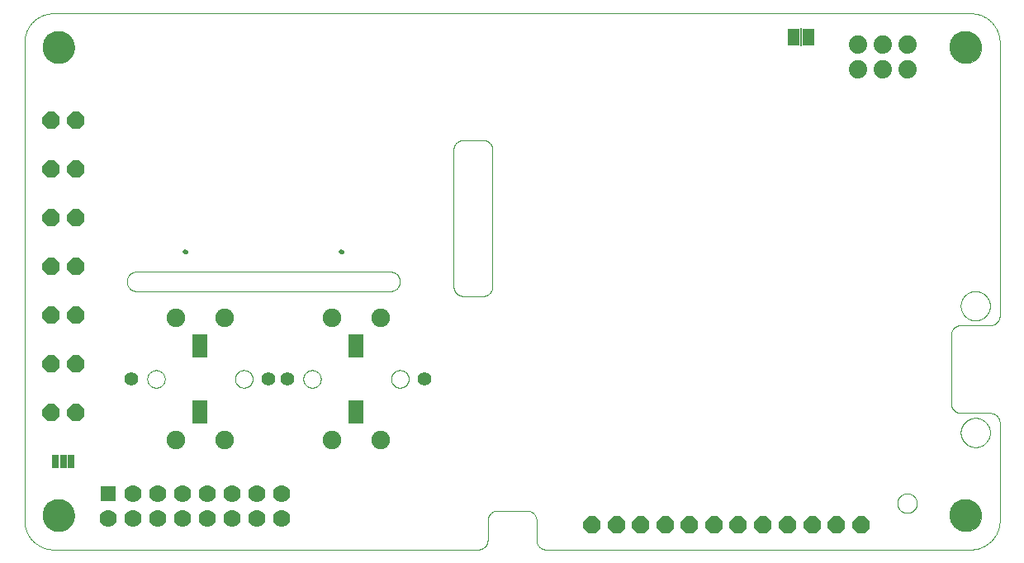
<source format=gts>
G75*
%MOIN*%
%OFA0B0*%
%FSLAX25Y25*%
%IPPOS*%
%LPD*%
%AMOC8*
5,1,8,0,0,1.08239X$1,22.5*
%
%ADD10C,0.00000*%
%ADD11C,0.00039*%
%ADD12C,0.04731*%
%ADD13C,0.01975*%
%ADD14R,0.05000X0.06700*%
%ADD15R,0.00600X0.07200*%
%ADD16OC8,0.07000*%
%ADD17C,0.12998*%
%ADD18C,0.07487*%
%ADD19C,0.00004*%
%ADD20C,0.05550*%
%ADD21R,0.06306X0.09455*%
%ADD22R,0.02900X0.05400*%
%ADD23R,0.06337X0.06337*%
%ADD24C,0.07000*%
%ADD25C,0.07400*%
D10*
X0632645Y0139861D02*
X0632645Y0332774D01*
X0632648Y0333059D01*
X0632659Y0333345D01*
X0632676Y0333630D01*
X0632700Y0333914D01*
X0632731Y0334198D01*
X0632769Y0334481D01*
X0632814Y0334762D01*
X0632865Y0335043D01*
X0632923Y0335323D01*
X0632988Y0335601D01*
X0633060Y0335877D01*
X0633138Y0336151D01*
X0633223Y0336424D01*
X0633315Y0336694D01*
X0633413Y0336962D01*
X0633517Y0337228D01*
X0633628Y0337491D01*
X0633745Y0337751D01*
X0633868Y0338009D01*
X0633998Y0338263D01*
X0634134Y0338514D01*
X0634275Y0338762D01*
X0634423Y0339006D01*
X0634576Y0339247D01*
X0634736Y0339483D01*
X0634901Y0339716D01*
X0635071Y0339945D01*
X0635247Y0340170D01*
X0635429Y0340390D01*
X0635615Y0340606D01*
X0635807Y0340817D01*
X0636004Y0341024D01*
X0636206Y0341226D01*
X0636413Y0341423D01*
X0636624Y0341615D01*
X0636840Y0341801D01*
X0637060Y0341983D01*
X0637285Y0342159D01*
X0637514Y0342329D01*
X0637747Y0342494D01*
X0637983Y0342654D01*
X0638224Y0342807D01*
X0638468Y0342955D01*
X0638716Y0343096D01*
X0638967Y0343232D01*
X0639221Y0343362D01*
X0639479Y0343485D01*
X0639739Y0343602D01*
X0640002Y0343713D01*
X0640268Y0343817D01*
X0640536Y0343915D01*
X0640806Y0344007D01*
X0641079Y0344092D01*
X0641353Y0344170D01*
X0641629Y0344242D01*
X0641907Y0344307D01*
X0642187Y0344365D01*
X0642468Y0344416D01*
X0642749Y0344461D01*
X0643032Y0344499D01*
X0643316Y0344530D01*
X0643600Y0344554D01*
X0643885Y0344571D01*
X0644171Y0344582D01*
X0644456Y0344585D01*
X1014535Y0344585D01*
X1014820Y0344582D01*
X1015106Y0344571D01*
X1015391Y0344554D01*
X1015675Y0344530D01*
X1015959Y0344499D01*
X1016242Y0344461D01*
X1016523Y0344416D01*
X1016804Y0344365D01*
X1017084Y0344307D01*
X1017362Y0344242D01*
X1017638Y0344170D01*
X1017912Y0344092D01*
X1018185Y0344007D01*
X1018455Y0343915D01*
X1018723Y0343817D01*
X1018989Y0343713D01*
X1019252Y0343602D01*
X1019512Y0343485D01*
X1019770Y0343362D01*
X1020024Y0343232D01*
X1020275Y0343096D01*
X1020523Y0342955D01*
X1020767Y0342807D01*
X1021008Y0342654D01*
X1021244Y0342494D01*
X1021477Y0342329D01*
X1021706Y0342159D01*
X1021931Y0341983D01*
X1022151Y0341801D01*
X1022367Y0341615D01*
X1022578Y0341423D01*
X1022785Y0341226D01*
X1022987Y0341024D01*
X1023184Y0340817D01*
X1023376Y0340606D01*
X1023562Y0340390D01*
X1023744Y0340170D01*
X1023920Y0339945D01*
X1024090Y0339716D01*
X1024255Y0339483D01*
X1024415Y0339247D01*
X1024568Y0339006D01*
X1024716Y0338762D01*
X1024857Y0338514D01*
X1024993Y0338263D01*
X1025123Y0338009D01*
X1025246Y0337751D01*
X1025363Y0337491D01*
X1025474Y0337228D01*
X1025578Y0336962D01*
X1025676Y0336694D01*
X1025768Y0336424D01*
X1025853Y0336151D01*
X1025931Y0335877D01*
X1026003Y0335601D01*
X1026068Y0335323D01*
X1026126Y0335043D01*
X1026177Y0334762D01*
X1026222Y0334481D01*
X1026260Y0334198D01*
X1026291Y0333914D01*
X1026315Y0333630D01*
X1026332Y0333345D01*
X1026343Y0333059D01*
X1026346Y0332774D01*
X1026346Y0222538D01*
X1026344Y0222414D01*
X1026338Y0222291D01*
X1026329Y0222167D01*
X1026315Y0222045D01*
X1026298Y0221922D01*
X1026276Y0221800D01*
X1026251Y0221679D01*
X1026222Y0221559D01*
X1026190Y0221440D01*
X1026153Y0221321D01*
X1026113Y0221204D01*
X1026070Y0221089D01*
X1026022Y0220974D01*
X1025971Y0220862D01*
X1025917Y0220751D01*
X1025859Y0220641D01*
X1025798Y0220534D01*
X1025733Y0220428D01*
X1025665Y0220325D01*
X1025594Y0220224D01*
X1025520Y0220125D01*
X1025443Y0220028D01*
X1025362Y0219934D01*
X1025279Y0219843D01*
X1025193Y0219754D01*
X1025104Y0219668D01*
X1025013Y0219585D01*
X1024919Y0219504D01*
X1024822Y0219427D01*
X1024723Y0219353D01*
X1024622Y0219282D01*
X1024519Y0219214D01*
X1024413Y0219149D01*
X1024306Y0219088D01*
X1024196Y0219030D01*
X1024085Y0218976D01*
X1023973Y0218925D01*
X1023858Y0218877D01*
X1023743Y0218834D01*
X1023626Y0218794D01*
X1023507Y0218757D01*
X1023388Y0218725D01*
X1023268Y0218696D01*
X1023147Y0218671D01*
X1023025Y0218649D01*
X1022902Y0218632D01*
X1022780Y0218618D01*
X1022656Y0218609D01*
X1022533Y0218603D01*
X1022409Y0218601D01*
X1010598Y0218601D01*
X1010474Y0218599D01*
X1010351Y0218593D01*
X1010227Y0218584D01*
X1010105Y0218570D01*
X1009982Y0218553D01*
X1009860Y0218531D01*
X1009739Y0218506D01*
X1009619Y0218477D01*
X1009500Y0218445D01*
X1009381Y0218408D01*
X1009264Y0218368D01*
X1009149Y0218325D01*
X1009034Y0218277D01*
X1008922Y0218226D01*
X1008811Y0218172D01*
X1008701Y0218114D01*
X1008594Y0218053D01*
X1008488Y0217988D01*
X1008385Y0217920D01*
X1008284Y0217849D01*
X1008185Y0217775D01*
X1008088Y0217698D01*
X1007994Y0217617D01*
X1007903Y0217534D01*
X1007814Y0217448D01*
X1007728Y0217359D01*
X1007645Y0217268D01*
X1007564Y0217174D01*
X1007487Y0217077D01*
X1007413Y0216978D01*
X1007342Y0216877D01*
X1007274Y0216774D01*
X1007209Y0216668D01*
X1007148Y0216561D01*
X1007090Y0216451D01*
X1007036Y0216340D01*
X1006985Y0216228D01*
X1006937Y0216113D01*
X1006894Y0215998D01*
X1006854Y0215881D01*
X1006817Y0215762D01*
X1006785Y0215643D01*
X1006756Y0215523D01*
X1006731Y0215402D01*
X1006709Y0215280D01*
X1006692Y0215157D01*
X1006678Y0215035D01*
X1006669Y0214911D01*
X1006663Y0214788D01*
X1006661Y0214664D01*
X1006661Y0187105D01*
X1006663Y0186981D01*
X1006669Y0186858D01*
X1006678Y0186734D01*
X1006692Y0186612D01*
X1006709Y0186489D01*
X1006731Y0186367D01*
X1006756Y0186246D01*
X1006785Y0186126D01*
X1006817Y0186007D01*
X1006854Y0185888D01*
X1006894Y0185771D01*
X1006937Y0185656D01*
X1006985Y0185541D01*
X1007036Y0185429D01*
X1007090Y0185318D01*
X1007148Y0185208D01*
X1007209Y0185101D01*
X1007274Y0184995D01*
X1007342Y0184892D01*
X1007413Y0184791D01*
X1007487Y0184692D01*
X1007564Y0184595D01*
X1007645Y0184501D01*
X1007728Y0184410D01*
X1007814Y0184321D01*
X1007903Y0184235D01*
X1007994Y0184152D01*
X1008088Y0184071D01*
X1008185Y0183994D01*
X1008284Y0183920D01*
X1008385Y0183849D01*
X1008488Y0183781D01*
X1008594Y0183716D01*
X1008701Y0183655D01*
X1008811Y0183597D01*
X1008922Y0183543D01*
X1009034Y0183492D01*
X1009149Y0183444D01*
X1009264Y0183401D01*
X1009381Y0183361D01*
X1009500Y0183324D01*
X1009619Y0183292D01*
X1009739Y0183263D01*
X1009860Y0183238D01*
X1009982Y0183216D01*
X1010105Y0183199D01*
X1010227Y0183185D01*
X1010351Y0183176D01*
X1010474Y0183170D01*
X1010598Y0183168D01*
X1022409Y0183168D01*
X1022533Y0183166D01*
X1022656Y0183160D01*
X1022780Y0183151D01*
X1022902Y0183137D01*
X1023025Y0183120D01*
X1023147Y0183098D01*
X1023268Y0183073D01*
X1023388Y0183044D01*
X1023507Y0183012D01*
X1023626Y0182975D01*
X1023743Y0182935D01*
X1023858Y0182892D01*
X1023973Y0182844D01*
X1024085Y0182793D01*
X1024196Y0182739D01*
X1024306Y0182681D01*
X1024413Y0182620D01*
X1024519Y0182555D01*
X1024622Y0182487D01*
X1024723Y0182416D01*
X1024822Y0182342D01*
X1024919Y0182265D01*
X1025013Y0182184D01*
X1025104Y0182101D01*
X1025193Y0182015D01*
X1025279Y0181926D01*
X1025362Y0181835D01*
X1025443Y0181741D01*
X1025520Y0181644D01*
X1025594Y0181545D01*
X1025665Y0181444D01*
X1025733Y0181341D01*
X1025798Y0181235D01*
X1025859Y0181128D01*
X1025917Y0181018D01*
X1025971Y0180907D01*
X1026022Y0180795D01*
X1026070Y0180680D01*
X1026113Y0180565D01*
X1026153Y0180448D01*
X1026190Y0180329D01*
X1026222Y0180210D01*
X1026251Y0180090D01*
X1026276Y0179969D01*
X1026298Y0179847D01*
X1026315Y0179724D01*
X1026329Y0179602D01*
X1026338Y0179478D01*
X1026344Y0179355D01*
X1026346Y0179231D01*
X1026346Y0139861D01*
X1026343Y0139576D01*
X1026332Y0139290D01*
X1026315Y0139005D01*
X1026291Y0138721D01*
X1026260Y0138437D01*
X1026222Y0138154D01*
X1026177Y0137873D01*
X1026126Y0137592D01*
X1026068Y0137312D01*
X1026003Y0137034D01*
X1025931Y0136758D01*
X1025853Y0136484D01*
X1025768Y0136211D01*
X1025676Y0135941D01*
X1025578Y0135673D01*
X1025474Y0135407D01*
X1025363Y0135144D01*
X1025246Y0134884D01*
X1025123Y0134626D01*
X1024993Y0134372D01*
X1024857Y0134121D01*
X1024716Y0133873D01*
X1024568Y0133629D01*
X1024415Y0133388D01*
X1024255Y0133152D01*
X1024090Y0132919D01*
X1023920Y0132690D01*
X1023744Y0132465D01*
X1023562Y0132245D01*
X1023376Y0132029D01*
X1023184Y0131818D01*
X1022987Y0131611D01*
X1022785Y0131409D01*
X1022578Y0131212D01*
X1022367Y0131020D01*
X1022151Y0130834D01*
X1021931Y0130652D01*
X1021706Y0130476D01*
X1021477Y0130306D01*
X1021244Y0130141D01*
X1021008Y0129981D01*
X1020767Y0129828D01*
X1020523Y0129680D01*
X1020275Y0129539D01*
X1020024Y0129403D01*
X1019770Y0129273D01*
X1019512Y0129150D01*
X1019252Y0129033D01*
X1018989Y0128922D01*
X1018723Y0128818D01*
X1018455Y0128720D01*
X1018185Y0128628D01*
X1017912Y0128543D01*
X1017638Y0128465D01*
X1017362Y0128393D01*
X1017084Y0128328D01*
X1016804Y0128270D01*
X1016523Y0128219D01*
X1016242Y0128174D01*
X1015959Y0128136D01*
X1015675Y0128105D01*
X1015391Y0128081D01*
X1015106Y0128064D01*
X1014820Y0128053D01*
X1014535Y0128050D01*
X0843275Y0128050D01*
X0843151Y0128052D01*
X0843028Y0128058D01*
X0842904Y0128067D01*
X0842782Y0128081D01*
X0842659Y0128098D01*
X0842537Y0128120D01*
X0842416Y0128145D01*
X0842296Y0128174D01*
X0842177Y0128206D01*
X0842058Y0128243D01*
X0841941Y0128283D01*
X0841826Y0128326D01*
X0841711Y0128374D01*
X0841599Y0128425D01*
X0841488Y0128479D01*
X0841378Y0128537D01*
X0841271Y0128598D01*
X0841165Y0128663D01*
X0841062Y0128731D01*
X0840961Y0128802D01*
X0840862Y0128876D01*
X0840765Y0128953D01*
X0840671Y0129034D01*
X0840580Y0129117D01*
X0840491Y0129203D01*
X0840405Y0129292D01*
X0840322Y0129383D01*
X0840241Y0129477D01*
X0840164Y0129574D01*
X0840090Y0129673D01*
X0840019Y0129774D01*
X0839951Y0129877D01*
X0839886Y0129983D01*
X0839825Y0130090D01*
X0839767Y0130200D01*
X0839713Y0130311D01*
X0839662Y0130423D01*
X0839614Y0130538D01*
X0839571Y0130653D01*
X0839531Y0130770D01*
X0839494Y0130889D01*
X0839462Y0131008D01*
X0839433Y0131128D01*
X0839408Y0131249D01*
X0839386Y0131371D01*
X0839369Y0131494D01*
X0839355Y0131616D01*
X0839346Y0131740D01*
X0839340Y0131863D01*
X0839338Y0131987D01*
X0839338Y0139861D01*
X0839336Y0139985D01*
X0839330Y0140108D01*
X0839321Y0140232D01*
X0839307Y0140354D01*
X0839290Y0140477D01*
X0839268Y0140599D01*
X0839243Y0140720D01*
X0839214Y0140840D01*
X0839182Y0140959D01*
X0839145Y0141078D01*
X0839105Y0141195D01*
X0839062Y0141310D01*
X0839014Y0141425D01*
X0838963Y0141537D01*
X0838909Y0141648D01*
X0838851Y0141758D01*
X0838790Y0141865D01*
X0838725Y0141971D01*
X0838657Y0142074D01*
X0838586Y0142175D01*
X0838512Y0142274D01*
X0838435Y0142371D01*
X0838354Y0142465D01*
X0838271Y0142556D01*
X0838185Y0142645D01*
X0838096Y0142731D01*
X0838005Y0142814D01*
X0837911Y0142895D01*
X0837814Y0142972D01*
X0837715Y0143046D01*
X0837614Y0143117D01*
X0837511Y0143185D01*
X0837405Y0143250D01*
X0837298Y0143311D01*
X0837188Y0143369D01*
X0837077Y0143423D01*
X0836965Y0143474D01*
X0836850Y0143522D01*
X0836735Y0143565D01*
X0836618Y0143605D01*
X0836499Y0143642D01*
X0836380Y0143674D01*
X0836260Y0143703D01*
X0836139Y0143728D01*
X0836017Y0143750D01*
X0835894Y0143767D01*
X0835772Y0143781D01*
X0835648Y0143790D01*
X0835525Y0143796D01*
X0835401Y0143798D01*
X0823590Y0143798D01*
X0823466Y0143796D01*
X0823343Y0143790D01*
X0823219Y0143781D01*
X0823097Y0143767D01*
X0822974Y0143750D01*
X0822852Y0143728D01*
X0822731Y0143703D01*
X0822611Y0143674D01*
X0822492Y0143642D01*
X0822373Y0143605D01*
X0822256Y0143565D01*
X0822141Y0143522D01*
X0822026Y0143474D01*
X0821914Y0143423D01*
X0821803Y0143369D01*
X0821693Y0143311D01*
X0821586Y0143250D01*
X0821480Y0143185D01*
X0821377Y0143117D01*
X0821276Y0143046D01*
X0821177Y0142972D01*
X0821080Y0142895D01*
X0820986Y0142814D01*
X0820895Y0142731D01*
X0820806Y0142645D01*
X0820720Y0142556D01*
X0820637Y0142465D01*
X0820556Y0142371D01*
X0820479Y0142274D01*
X0820405Y0142175D01*
X0820334Y0142074D01*
X0820266Y0141971D01*
X0820201Y0141865D01*
X0820140Y0141758D01*
X0820082Y0141648D01*
X0820028Y0141537D01*
X0819977Y0141425D01*
X0819929Y0141310D01*
X0819886Y0141195D01*
X0819846Y0141078D01*
X0819809Y0140959D01*
X0819777Y0140840D01*
X0819748Y0140720D01*
X0819723Y0140599D01*
X0819701Y0140477D01*
X0819684Y0140354D01*
X0819670Y0140232D01*
X0819661Y0140108D01*
X0819655Y0139985D01*
X0819653Y0139861D01*
X0819653Y0131987D01*
X0819651Y0131863D01*
X0819645Y0131740D01*
X0819636Y0131616D01*
X0819622Y0131494D01*
X0819605Y0131371D01*
X0819583Y0131249D01*
X0819558Y0131128D01*
X0819529Y0131008D01*
X0819497Y0130889D01*
X0819460Y0130770D01*
X0819420Y0130653D01*
X0819377Y0130538D01*
X0819329Y0130423D01*
X0819278Y0130311D01*
X0819224Y0130200D01*
X0819166Y0130090D01*
X0819105Y0129983D01*
X0819040Y0129877D01*
X0818972Y0129774D01*
X0818901Y0129673D01*
X0818827Y0129574D01*
X0818750Y0129477D01*
X0818669Y0129383D01*
X0818586Y0129292D01*
X0818500Y0129203D01*
X0818411Y0129117D01*
X0818320Y0129034D01*
X0818226Y0128953D01*
X0818129Y0128876D01*
X0818030Y0128802D01*
X0817929Y0128731D01*
X0817826Y0128663D01*
X0817720Y0128598D01*
X0817613Y0128537D01*
X0817503Y0128479D01*
X0817392Y0128425D01*
X0817280Y0128374D01*
X0817165Y0128326D01*
X0817050Y0128283D01*
X0816933Y0128243D01*
X0816814Y0128206D01*
X0816695Y0128174D01*
X0816575Y0128145D01*
X0816454Y0128120D01*
X0816332Y0128098D01*
X0816209Y0128081D01*
X0816087Y0128067D01*
X0815963Y0128058D01*
X0815840Y0128052D01*
X0815716Y0128050D01*
X0644456Y0128050D01*
X0644171Y0128053D01*
X0643885Y0128064D01*
X0643600Y0128081D01*
X0643316Y0128105D01*
X0643032Y0128136D01*
X0642749Y0128174D01*
X0642468Y0128219D01*
X0642187Y0128270D01*
X0641907Y0128328D01*
X0641629Y0128393D01*
X0641353Y0128465D01*
X0641079Y0128543D01*
X0640806Y0128628D01*
X0640536Y0128720D01*
X0640268Y0128818D01*
X0640002Y0128922D01*
X0639739Y0129033D01*
X0639479Y0129150D01*
X0639221Y0129273D01*
X0638967Y0129403D01*
X0638716Y0129539D01*
X0638468Y0129680D01*
X0638224Y0129828D01*
X0637983Y0129981D01*
X0637747Y0130141D01*
X0637514Y0130306D01*
X0637285Y0130476D01*
X0637060Y0130652D01*
X0636840Y0130834D01*
X0636624Y0131020D01*
X0636413Y0131212D01*
X0636206Y0131409D01*
X0636004Y0131611D01*
X0635807Y0131818D01*
X0635615Y0132029D01*
X0635429Y0132245D01*
X0635247Y0132465D01*
X0635071Y0132690D01*
X0634901Y0132919D01*
X0634736Y0133152D01*
X0634576Y0133388D01*
X0634423Y0133629D01*
X0634275Y0133873D01*
X0634134Y0134121D01*
X0633998Y0134372D01*
X0633868Y0134626D01*
X0633745Y0134884D01*
X0633628Y0135144D01*
X0633517Y0135407D01*
X0633413Y0135673D01*
X0633315Y0135941D01*
X0633223Y0136211D01*
X0633138Y0136484D01*
X0633060Y0136758D01*
X0632988Y0137034D01*
X0632923Y0137312D01*
X0632865Y0137592D01*
X0632814Y0137873D01*
X0632769Y0138154D01*
X0632731Y0138437D01*
X0632700Y0138721D01*
X0632676Y0139005D01*
X0632659Y0139290D01*
X0632648Y0139576D01*
X0632645Y0139861D01*
X0640126Y0141830D02*
X0640128Y0141988D01*
X0640134Y0142146D01*
X0640144Y0142304D01*
X0640158Y0142462D01*
X0640176Y0142619D01*
X0640197Y0142776D01*
X0640223Y0142932D01*
X0640253Y0143088D01*
X0640286Y0143243D01*
X0640324Y0143396D01*
X0640365Y0143549D01*
X0640410Y0143701D01*
X0640459Y0143852D01*
X0640512Y0144001D01*
X0640568Y0144149D01*
X0640628Y0144295D01*
X0640692Y0144440D01*
X0640760Y0144583D01*
X0640831Y0144725D01*
X0640905Y0144865D01*
X0640983Y0145002D01*
X0641065Y0145138D01*
X0641149Y0145272D01*
X0641238Y0145403D01*
X0641329Y0145532D01*
X0641424Y0145659D01*
X0641521Y0145784D01*
X0641622Y0145906D01*
X0641726Y0146025D01*
X0641833Y0146142D01*
X0641943Y0146256D01*
X0642056Y0146367D01*
X0642171Y0146476D01*
X0642289Y0146581D01*
X0642410Y0146683D01*
X0642533Y0146783D01*
X0642659Y0146879D01*
X0642787Y0146972D01*
X0642917Y0147062D01*
X0643050Y0147148D01*
X0643185Y0147232D01*
X0643321Y0147311D01*
X0643460Y0147388D01*
X0643601Y0147460D01*
X0643743Y0147530D01*
X0643887Y0147595D01*
X0644033Y0147657D01*
X0644180Y0147715D01*
X0644329Y0147770D01*
X0644479Y0147821D01*
X0644630Y0147868D01*
X0644782Y0147911D01*
X0644935Y0147950D01*
X0645090Y0147986D01*
X0645245Y0148017D01*
X0645401Y0148045D01*
X0645557Y0148069D01*
X0645714Y0148089D01*
X0645872Y0148105D01*
X0646029Y0148117D01*
X0646188Y0148125D01*
X0646346Y0148129D01*
X0646504Y0148129D01*
X0646662Y0148125D01*
X0646821Y0148117D01*
X0646978Y0148105D01*
X0647136Y0148089D01*
X0647293Y0148069D01*
X0647449Y0148045D01*
X0647605Y0148017D01*
X0647760Y0147986D01*
X0647915Y0147950D01*
X0648068Y0147911D01*
X0648220Y0147868D01*
X0648371Y0147821D01*
X0648521Y0147770D01*
X0648670Y0147715D01*
X0648817Y0147657D01*
X0648963Y0147595D01*
X0649107Y0147530D01*
X0649249Y0147460D01*
X0649390Y0147388D01*
X0649529Y0147311D01*
X0649665Y0147232D01*
X0649800Y0147148D01*
X0649933Y0147062D01*
X0650063Y0146972D01*
X0650191Y0146879D01*
X0650317Y0146783D01*
X0650440Y0146683D01*
X0650561Y0146581D01*
X0650679Y0146476D01*
X0650794Y0146367D01*
X0650907Y0146256D01*
X0651017Y0146142D01*
X0651124Y0146025D01*
X0651228Y0145906D01*
X0651329Y0145784D01*
X0651426Y0145659D01*
X0651521Y0145532D01*
X0651612Y0145403D01*
X0651701Y0145272D01*
X0651785Y0145138D01*
X0651867Y0145002D01*
X0651945Y0144865D01*
X0652019Y0144725D01*
X0652090Y0144583D01*
X0652158Y0144440D01*
X0652222Y0144295D01*
X0652282Y0144149D01*
X0652338Y0144001D01*
X0652391Y0143852D01*
X0652440Y0143701D01*
X0652485Y0143549D01*
X0652526Y0143396D01*
X0652564Y0143243D01*
X0652597Y0143088D01*
X0652627Y0142932D01*
X0652653Y0142776D01*
X0652674Y0142619D01*
X0652692Y0142462D01*
X0652706Y0142304D01*
X0652716Y0142146D01*
X0652722Y0141988D01*
X0652724Y0141830D01*
X0652722Y0141672D01*
X0652716Y0141514D01*
X0652706Y0141356D01*
X0652692Y0141198D01*
X0652674Y0141041D01*
X0652653Y0140884D01*
X0652627Y0140728D01*
X0652597Y0140572D01*
X0652564Y0140417D01*
X0652526Y0140264D01*
X0652485Y0140111D01*
X0652440Y0139959D01*
X0652391Y0139808D01*
X0652338Y0139659D01*
X0652282Y0139511D01*
X0652222Y0139365D01*
X0652158Y0139220D01*
X0652090Y0139077D01*
X0652019Y0138935D01*
X0651945Y0138795D01*
X0651867Y0138658D01*
X0651785Y0138522D01*
X0651701Y0138388D01*
X0651612Y0138257D01*
X0651521Y0138128D01*
X0651426Y0138001D01*
X0651329Y0137876D01*
X0651228Y0137754D01*
X0651124Y0137635D01*
X0651017Y0137518D01*
X0650907Y0137404D01*
X0650794Y0137293D01*
X0650679Y0137184D01*
X0650561Y0137079D01*
X0650440Y0136977D01*
X0650317Y0136877D01*
X0650191Y0136781D01*
X0650063Y0136688D01*
X0649933Y0136598D01*
X0649800Y0136512D01*
X0649665Y0136428D01*
X0649529Y0136349D01*
X0649390Y0136272D01*
X0649249Y0136200D01*
X0649107Y0136130D01*
X0648963Y0136065D01*
X0648817Y0136003D01*
X0648670Y0135945D01*
X0648521Y0135890D01*
X0648371Y0135839D01*
X0648220Y0135792D01*
X0648068Y0135749D01*
X0647915Y0135710D01*
X0647760Y0135674D01*
X0647605Y0135643D01*
X0647449Y0135615D01*
X0647293Y0135591D01*
X0647136Y0135571D01*
X0646978Y0135555D01*
X0646821Y0135543D01*
X0646662Y0135535D01*
X0646504Y0135531D01*
X0646346Y0135531D01*
X0646188Y0135535D01*
X0646029Y0135543D01*
X0645872Y0135555D01*
X0645714Y0135571D01*
X0645557Y0135591D01*
X0645401Y0135615D01*
X0645245Y0135643D01*
X0645090Y0135674D01*
X0644935Y0135710D01*
X0644782Y0135749D01*
X0644630Y0135792D01*
X0644479Y0135839D01*
X0644329Y0135890D01*
X0644180Y0135945D01*
X0644033Y0136003D01*
X0643887Y0136065D01*
X0643743Y0136130D01*
X0643601Y0136200D01*
X0643460Y0136272D01*
X0643321Y0136349D01*
X0643185Y0136428D01*
X0643050Y0136512D01*
X0642917Y0136598D01*
X0642787Y0136688D01*
X0642659Y0136781D01*
X0642533Y0136877D01*
X0642410Y0136977D01*
X0642289Y0137079D01*
X0642171Y0137184D01*
X0642056Y0137293D01*
X0641943Y0137404D01*
X0641833Y0137518D01*
X0641726Y0137635D01*
X0641622Y0137754D01*
X0641521Y0137876D01*
X0641424Y0138001D01*
X0641329Y0138128D01*
X0641238Y0138257D01*
X0641149Y0138388D01*
X0641065Y0138522D01*
X0640983Y0138658D01*
X0640905Y0138795D01*
X0640831Y0138935D01*
X0640760Y0139077D01*
X0640692Y0139220D01*
X0640628Y0139365D01*
X0640568Y0139511D01*
X0640512Y0139659D01*
X0640459Y0139808D01*
X0640410Y0139959D01*
X0640365Y0140111D01*
X0640324Y0140264D01*
X0640286Y0140417D01*
X0640253Y0140572D01*
X0640223Y0140728D01*
X0640197Y0140884D01*
X0640176Y0141041D01*
X0640158Y0141198D01*
X0640144Y0141356D01*
X0640134Y0141514D01*
X0640128Y0141672D01*
X0640126Y0141830D01*
X0664358Y0140767D02*
X0664360Y0140860D01*
X0664366Y0140952D01*
X0664376Y0141044D01*
X0664390Y0141135D01*
X0664407Y0141226D01*
X0664429Y0141316D01*
X0664454Y0141405D01*
X0664483Y0141493D01*
X0664516Y0141579D01*
X0664553Y0141664D01*
X0664593Y0141748D01*
X0664637Y0141829D01*
X0664684Y0141909D01*
X0664734Y0141987D01*
X0664788Y0142062D01*
X0664845Y0142135D01*
X0664905Y0142205D01*
X0664968Y0142273D01*
X0665034Y0142338D01*
X0665102Y0142400D01*
X0665173Y0142460D01*
X0665247Y0142516D01*
X0665323Y0142569D01*
X0665401Y0142618D01*
X0665481Y0142665D01*
X0665563Y0142707D01*
X0665647Y0142747D01*
X0665732Y0142782D01*
X0665819Y0142814D01*
X0665907Y0142843D01*
X0665996Y0142867D01*
X0666086Y0142888D01*
X0666177Y0142904D01*
X0666269Y0142917D01*
X0666361Y0142926D01*
X0666454Y0142931D01*
X0666546Y0142932D01*
X0666639Y0142929D01*
X0666731Y0142922D01*
X0666823Y0142911D01*
X0666914Y0142896D01*
X0667005Y0142878D01*
X0667095Y0142855D01*
X0667183Y0142829D01*
X0667271Y0142799D01*
X0667357Y0142765D01*
X0667441Y0142728D01*
X0667524Y0142686D01*
X0667605Y0142642D01*
X0667685Y0142594D01*
X0667762Y0142543D01*
X0667836Y0142488D01*
X0667909Y0142430D01*
X0667979Y0142370D01*
X0668046Y0142306D01*
X0668110Y0142240D01*
X0668172Y0142170D01*
X0668230Y0142099D01*
X0668285Y0142025D01*
X0668337Y0141948D01*
X0668386Y0141869D01*
X0668432Y0141789D01*
X0668474Y0141706D01*
X0668512Y0141622D01*
X0668547Y0141536D01*
X0668578Y0141449D01*
X0668605Y0141361D01*
X0668628Y0141271D01*
X0668648Y0141181D01*
X0668664Y0141090D01*
X0668676Y0140998D01*
X0668684Y0140906D01*
X0668688Y0140813D01*
X0668688Y0140721D01*
X0668684Y0140628D01*
X0668676Y0140536D01*
X0668664Y0140444D01*
X0668648Y0140353D01*
X0668628Y0140263D01*
X0668605Y0140173D01*
X0668578Y0140085D01*
X0668547Y0139998D01*
X0668512Y0139912D01*
X0668474Y0139828D01*
X0668432Y0139745D01*
X0668386Y0139665D01*
X0668337Y0139586D01*
X0668285Y0139509D01*
X0668230Y0139435D01*
X0668172Y0139364D01*
X0668110Y0139294D01*
X0668046Y0139228D01*
X0667979Y0139164D01*
X0667909Y0139104D01*
X0667836Y0139046D01*
X0667762Y0138991D01*
X0667685Y0138940D01*
X0667606Y0138892D01*
X0667524Y0138848D01*
X0667441Y0138806D01*
X0667357Y0138769D01*
X0667271Y0138735D01*
X0667183Y0138705D01*
X0667095Y0138679D01*
X0667005Y0138656D01*
X0666914Y0138638D01*
X0666823Y0138623D01*
X0666731Y0138612D01*
X0666639Y0138605D01*
X0666546Y0138602D01*
X0666454Y0138603D01*
X0666361Y0138608D01*
X0666269Y0138617D01*
X0666177Y0138630D01*
X0666086Y0138646D01*
X0665996Y0138667D01*
X0665907Y0138691D01*
X0665819Y0138720D01*
X0665732Y0138752D01*
X0665647Y0138787D01*
X0665563Y0138827D01*
X0665481Y0138869D01*
X0665401Y0138916D01*
X0665323Y0138965D01*
X0665247Y0139018D01*
X0665173Y0139074D01*
X0665102Y0139134D01*
X0665034Y0139196D01*
X0664968Y0139261D01*
X0664905Y0139329D01*
X0664845Y0139399D01*
X0664788Y0139472D01*
X0664734Y0139547D01*
X0664684Y0139625D01*
X0664637Y0139705D01*
X0664593Y0139786D01*
X0664553Y0139870D01*
X0664516Y0139955D01*
X0664483Y0140041D01*
X0664454Y0140129D01*
X0664429Y0140218D01*
X0664407Y0140308D01*
X0664390Y0140399D01*
X0664376Y0140490D01*
X0664366Y0140582D01*
X0664360Y0140674D01*
X0664358Y0140767D01*
X0674358Y0140767D02*
X0674360Y0140860D01*
X0674366Y0140952D01*
X0674376Y0141044D01*
X0674390Y0141135D01*
X0674407Y0141226D01*
X0674429Y0141316D01*
X0674454Y0141405D01*
X0674483Y0141493D01*
X0674516Y0141579D01*
X0674553Y0141664D01*
X0674593Y0141748D01*
X0674637Y0141829D01*
X0674684Y0141909D01*
X0674734Y0141987D01*
X0674788Y0142062D01*
X0674845Y0142135D01*
X0674905Y0142205D01*
X0674968Y0142273D01*
X0675034Y0142338D01*
X0675102Y0142400D01*
X0675173Y0142460D01*
X0675247Y0142516D01*
X0675323Y0142569D01*
X0675401Y0142618D01*
X0675481Y0142665D01*
X0675563Y0142707D01*
X0675647Y0142747D01*
X0675732Y0142782D01*
X0675819Y0142814D01*
X0675907Y0142843D01*
X0675996Y0142867D01*
X0676086Y0142888D01*
X0676177Y0142904D01*
X0676269Y0142917D01*
X0676361Y0142926D01*
X0676454Y0142931D01*
X0676546Y0142932D01*
X0676639Y0142929D01*
X0676731Y0142922D01*
X0676823Y0142911D01*
X0676914Y0142896D01*
X0677005Y0142878D01*
X0677095Y0142855D01*
X0677183Y0142829D01*
X0677271Y0142799D01*
X0677357Y0142765D01*
X0677441Y0142728D01*
X0677524Y0142686D01*
X0677605Y0142642D01*
X0677685Y0142594D01*
X0677762Y0142543D01*
X0677836Y0142488D01*
X0677909Y0142430D01*
X0677979Y0142370D01*
X0678046Y0142306D01*
X0678110Y0142240D01*
X0678172Y0142170D01*
X0678230Y0142099D01*
X0678285Y0142025D01*
X0678337Y0141948D01*
X0678386Y0141869D01*
X0678432Y0141789D01*
X0678474Y0141706D01*
X0678512Y0141622D01*
X0678547Y0141536D01*
X0678578Y0141449D01*
X0678605Y0141361D01*
X0678628Y0141271D01*
X0678648Y0141181D01*
X0678664Y0141090D01*
X0678676Y0140998D01*
X0678684Y0140906D01*
X0678688Y0140813D01*
X0678688Y0140721D01*
X0678684Y0140628D01*
X0678676Y0140536D01*
X0678664Y0140444D01*
X0678648Y0140353D01*
X0678628Y0140263D01*
X0678605Y0140173D01*
X0678578Y0140085D01*
X0678547Y0139998D01*
X0678512Y0139912D01*
X0678474Y0139828D01*
X0678432Y0139745D01*
X0678386Y0139665D01*
X0678337Y0139586D01*
X0678285Y0139509D01*
X0678230Y0139435D01*
X0678172Y0139364D01*
X0678110Y0139294D01*
X0678046Y0139228D01*
X0677979Y0139164D01*
X0677909Y0139104D01*
X0677836Y0139046D01*
X0677762Y0138991D01*
X0677685Y0138940D01*
X0677606Y0138892D01*
X0677524Y0138848D01*
X0677441Y0138806D01*
X0677357Y0138769D01*
X0677271Y0138735D01*
X0677183Y0138705D01*
X0677095Y0138679D01*
X0677005Y0138656D01*
X0676914Y0138638D01*
X0676823Y0138623D01*
X0676731Y0138612D01*
X0676639Y0138605D01*
X0676546Y0138602D01*
X0676454Y0138603D01*
X0676361Y0138608D01*
X0676269Y0138617D01*
X0676177Y0138630D01*
X0676086Y0138646D01*
X0675996Y0138667D01*
X0675907Y0138691D01*
X0675819Y0138720D01*
X0675732Y0138752D01*
X0675647Y0138787D01*
X0675563Y0138827D01*
X0675481Y0138869D01*
X0675401Y0138916D01*
X0675323Y0138965D01*
X0675247Y0139018D01*
X0675173Y0139074D01*
X0675102Y0139134D01*
X0675034Y0139196D01*
X0674968Y0139261D01*
X0674905Y0139329D01*
X0674845Y0139399D01*
X0674788Y0139472D01*
X0674734Y0139547D01*
X0674684Y0139625D01*
X0674637Y0139705D01*
X0674593Y0139786D01*
X0674553Y0139870D01*
X0674516Y0139955D01*
X0674483Y0140041D01*
X0674454Y0140129D01*
X0674429Y0140218D01*
X0674407Y0140308D01*
X0674390Y0140399D01*
X0674376Y0140490D01*
X0674366Y0140582D01*
X0674360Y0140674D01*
X0674358Y0140767D01*
X0684358Y0140767D02*
X0684360Y0140860D01*
X0684366Y0140952D01*
X0684376Y0141044D01*
X0684390Y0141135D01*
X0684407Y0141226D01*
X0684429Y0141316D01*
X0684454Y0141405D01*
X0684483Y0141493D01*
X0684516Y0141579D01*
X0684553Y0141664D01*
X0684593Y0141748D01*
X0684637Y0141829D01*
X0684684Y0141909D01*
X0684734Y0141987D01*
X0684788Y0142062D01*
X0684845Y0142135D01*
X0684905Y0142205D01*
X0684968Y0142273D01*
X0685034Y0142338D01*
X0685102Y0142400D01*
X0685173Y0142460D01*
X0685247Y0142516D01*
X0685323Y0142569D01*
X0685401Y0142618D01*
X0685481Y0142665D01*
X0685563Y0142707D01*
X0685647Y0142747D01*
X0685732Y0142782D01*
X0685819Y0142814D01*
X0685907Y0142843D01*
X0685996Y0142867D01*
X0686086Y0142888D01*
X0686177Y0142904D01*
X0686269Y0142917D01*
X0686361Y0142926D01*
X0686454Y0142931D01*
X0686546Y0142932D01*
X0686639Y0142929D01*
X0686731Y0142922D01*
X0686823Y0142911D01*
X0686914Y0142896D01*
X0687005Y0142878D01*
X0687095Y0142855D01*
X0687183Y0142829D01*
X0687271Y0142799D01*
X0687357Y0142765D01*
X0687441Y0142728D01*
X0687524Y0142686D01*
X0687605Y0142642D01*
X0687685Y0142594D01*
X0687762Y0142543D01*
X0687836Y0142488D01*
X0687909Y0142430D01*
X0687979Y0142370D01*
X0688046Y0142306D01*
X0688110Y0142240D01*
X0688172Y0142170D01*
X0688230Y0142099D01*
X0688285Y0142025D01*
X0688337Y0141948D01*
X0688386Y0141869D01*
X0688432Y0141789D01*
X0688474Y0141706D01*
X0688512Y0141622D01*
X0688547Y0141536D01*
X0688578Y0141449D01*
X0688605Y0141361D01*
X0688628Y0141271D01*
X0688648Y0141181D01*
X0688664Y0141090D01*
X0688676Y0140998D01*
X0688684Y0140906D01*
X0688688Y0140813D01*
X0688688Y0140721D01*
X0688684Y0140628D01*
X0688676Y0140536D01*
X0688664Y0140444D01*
X0688648Y0140353D01*
X0688628Y0140263D01*
X0688605Y0140173D01*
X0688578Y0140085D01*
X0688547Y0139998D01*
X0688512Y0139912D01*
X0688474Y0139828D01*
X0688432Y0139745D01*
X0688386Y0139665D01*
X0688337Y0139586D01*
X0688285Y0139509D01*
X0688230Y0139435D01*
X0688172Y0139364D01*
X0688110Y0139294D01*
X0688046Y0139228D01*
X0687979Y0139164D01*
X0687909Y0139104D01*
X0687836Y0139046D01*
X0687762Y0138991D01*
X0687685Y0138940D01*
X0687606Y0138892D01*
X0687524Y0138848D01*
X0687441Y0138806D01*
X0687357Y0138769D01*
X0687271Y0138735D01*
X0687183Y0138705D01*
X0687095Y0138679D01*
X0687005Y0138656D01*
X0686914Y0138638D01*
X0686823Y0138623D01*
X0686731Y0138612D01*
X0686639Y0138605D01*
X0686546Y0138602D01*
X0686454Y0138603D01*
X0686361Y0138608D01*
X0686269Y0138617D01*
X0686177Y0138630D01*
X0686086Y0138646D01*
X0685996Y0138667D01*
X0685907Y0138691D01*
X0685819Y0138720D01*
X0685732Y0138752D01*
X0685647Y0138787D01*
X0685563Y0138827D01*
X0685481Y0138869D01*
X0685401Y0138916D01*
X0685323Y0138965D01*
X0685247Y0139018D01*
X0685173Y0139074D01*
X0685102Y0139134D01*
X0685034Y0139196D01*
X0684968Y0139261D01*
X0684905Y0139329D01*
X0684845Y0139399D01*
X0684788Y0139472D01*
X0684734Y0139547D01*
X0684684Y0139625D01*
X0684637Y0139705D01*
X0684593Y0139786D01*
X0684553Y0139870D01*
X0684516Y0139955D01*
X0684483Y0140041D01*
X0684454Y0140129D01*
X0684429Y0140218D01*
X0684407Y0140308D01*
X0684390Y0140399D01*
X0684376Y0140490D01*
X0684366Y0140582D01*
X0684360Y0140674D01*
X0684358Y0140767D01*
X0694358Y0140767D02*
X0694360Y0140860D01*
X0694366Y0140952D01*
X0694376Y0141044D01*
X0694390Y0141135D01*
X0694407Y0141226D01*
X0694429Y0141316D01*
X0694454Y0141405D01*
X0694483Y0141493D01*
X0694516Y0141579D01*
X0694553Y0141664D01*
X0694593Y0141748D01*
X0694637Y0141829D01*
X0694684Y0141909D01*
X0694734Y0141987D01*
X0694788Y0142062D01*
X0694845Y0142135D01*
X0694905Y0142205D01*
X0694968Y0142273D01*
X0695034Y0142338D01*
X0695102Y0142400D01*
X0695173Y0142460D01*
X0695247Y0142516D01*
X0695323Y0142569D01*
X0695401Y0142618D01*
X0695481Y0142665D01*
X0695563Y0142707D01*
X0695647Y0142747D01*
X0695732Y0142782D01*
X0695819Y0142814D01*
X0695907Y0142843D01*
X0695996Y0142867D01*
X0696086Y0142888D01*
X0696177Y0142904D01*
X0696269Y0142917D01*
X0696361Y0142926D01*
X0696454Y0142931D01*
X0696546Y0142932D01*
X0696639Y0142929D01*
X0696731Y0142922D01*
X0696823Y0142911D01*
X0696914Y0142896D01*
X0697005Y0142878D01*
X0697095Y0142855D01*
X0697183Y0142829D01*
X0697271Y0142799D01*
X0697357Y0142765D01*
X0697441Y0142728D01*
X0697524Y0142686D01*
X0697605Y0142642D01*
X0697685Y0142594D01*
X0697762Y0142543D01*
X0697836Y0142488D01*
X0697909Y0142430D01*
X0697979Y0142370D01*
X0698046Y0142306D01*
X0698110Y0142240D01*
X0698172Y0142170D01*
X0698230Y0142099D01*
X0698285Y0142025D01*
X0698337Y0141948D01*
X0698386Y0141869D01*
X0698432Y0141789D01*
X0698474Y0141706D01*
X0698512Y0141622D01*
X0698547Y0141536D01*
X0698578Y0141449D01*
X0698605Y0141361D01*
X0698628Y0141271D01*
X0698648Y0141181D01*
X0698664Y0141090D01*
X0698676Y0140998D01*
X0698684Y0140906D01*
X0698688Y0140813D01*
X0698688Y0140721D01*
X0698684Y0140628D01*
X0698676Y0140536D01*
X0698664Y0140444D01*
X0698648Y0140353D01*
X0698628Y0140263D01*
X0698605Y0140173D01*
X0698578Y0140085D01*
X0698547Y0139998D01*
X0698512Y0139912D01*
X0698474Y0139828D01*
X0698432Y0139745D01*
X0698386Y0139665D01*
X0698337Y0139586D01*
X0698285Y0139509D01*
X0698230Y0139435D01*
X0698172Y0139364D01*
X0698110Y0139294D01*
X0698046Y0139228D01*
X0697979Y0139164D01*
X0697909Y0139104D01*
X0697836Y0139046D01*
X0697762Y0138991D01*
X0697685Y0138940D01*
X0697606Y0138892D01*
X0697524Y0138848D01*
X0697441Y0138806D01*
X0697357Y0138769D01*
X0697271Y0138735D01*
X0697183Y0138705D01*
X0697095Y0138679D01*
X0697005Y0138656D01*
X0696914Y0138638D01*
X0696823Y0138623D01*
X0696731Y0138612D01*
X0696639Y0138605D01*
X0696546Y0138602D01*
X0696454Y0138603D01*
X0696361Y0138608D01*
X0696269Y0138617D01*
X0696177Y0138630D01*
X0696086Y0138646D01*
X0695996Y0138667D01*
X0695907Y0138691D01*
X0695819Y0138720D01*
X0695732Y0138752D01*
X0695647Y0138787D01*
X0695563Y0138827D01*
X0695481Y0138869D01*
X0695401Y0138916D01*
X0695323Y0138965D01*
X0695247Y0139018D01*
X0695173Y0139074D01*
X0695102Y0139134D01*
X0695034Y0139196D01*
X0694968Y0139261D01*
X0694905Y0139329D01*
X0694845Y0139399D01*
X0694788Y0139472D01*
X0694734Y0139547D01*
X0694684Y0139625D01*
X0694637Y0139705D01*
X0694593Y0139786D01*
X0694553Y0139870D01*
X0694516Y0139955D01*
X0694483Y0140041D01*
X0694454Y0140129D01*
X0694429Y0140218D01*
X0694407Y0140308D01*
X0694390Y0140399D01*
X0694376Y0140490D01*
X0694366Y0140582D01*
X0694360Y0140674D01*
X0694358Y0140767D01*
X0704397Y0140767D02*
X0704399Y0140860D01*
X0704405Y0140952D01*
X0704415Y0141044D01*
X0704429Y0141135D01*
X0704446Y0141226D01*
X0704468Y0141316D01*
X0704493Y0141405D01*
X0704522Y0141493D01*
X0704555Y0141579D01*
X0704592Y0141664D01*
X0704632Y0141748D01*
X0704676Y0141829D01*
X0704723Y0141909D01*
X0704773Y0141987D01*
X0704827Y0142062D01*
X0704884Y0142135D01*
X0704944Y0142205D01*
X0705007Y0142273D01*
X0705073Y0142338D01*
X0705141Y0142400D01*
X0705212Y0142460D01*
X0705286Y0142516D01*
X0705362Y0142569D01*
X0705440Y0142618D01*
X0705520Y0142665D01*
X0705602Y0142707D01*
X0705686Y0142747D01*
X0705771Y0142782D01*
X0705858Y0142814D01*
X0705946Y0142843D01*
X0706035Y0142867D01*
X0706125Y0142888D01*
X0706216Y0142904D01*
X0706308Y0142917D01*
X0706400Y0142926D01*
X0706493Y0142931D01*
X0706585Y0142932D01*
X0706678Y0142929D01*
X0706770Y0142922D01*
X0706862Y0142911D01*
X0706953Y0142896D01*
X0707044Y0142878D01*
X0707134Y0142855D01*
X0707222Y0142829D01*
X0707310Y0142799D01*
X0707396Y0142765D01*
X0707480Y0142728D01*
X0707563Y0142686D01*
X0707644Y0142642D01*
X0707724Y0142594D01*
X0707801Y0142543D01*
X0707875Y0142488D01*
X0707948Y0142430D01*
X0708018Y0142370D01*
X0708085Y0142306D01*
X0708149Y0142240D01*
X0708211Y0142170D01*
X0708269Y0142099D01*
X0708324Y0142025D01*
X0708376Y0141948D01*
X0708425Y0141869D01*
X0708471Y0141789D01*
X0708513Y0141706D01*
X0708551Y0141622D01*
X0708586Y0141536D01*
X0708617Y0141449D01*
X0708644Y0141361D01*
X0708667Y0141271D01*
X0708687Y0141181D01*
X0708703Y0141090D01*
X0708715Y0140998D01*
X0708723Y0140906D01*
X0708727Y0140813D01*
X0708727Y0140721D01*
X0708723Y0140628D01*
X0708715Y0140536D01*
X0708703Y0140444D01*
X0708687Y0140353D01*
X0708667Y0140263D01*
X0708644Y0140173D01*
X0708617Y0140085D01*
X0708586Y0139998D01*
X0708551Y0139912D01*
X0708513Y0139828D01*
X0708471Y0139745D01*
X0708425Y0139665D01*
X0708376Y0139586D01*
X0708324Y0139509D01*
X0708269Y0139435D01*
X0708211Y0139364D01*
X0708149Y0139294D01*
X0708085Y0139228D01*
X0708018Y0139164D01*
X0707948Y0139104D01*
X0707875Y0139046D01*
X0707801Y0138991D01*
X0707724Y0138940D01*
X0707645Y0138892D01*
X0707563Y0138848D01*
X0707480Y0138806D01*
X0707396Y0138769D01*
X0707310Y0138735D01*
X0707222Y0138705D01*
X0707134Y0138679D01*
X0707044Y0138656D01*
X0706953Y0138638D01*
X0706862Y0138623D01*
X0706770Y0138612D01*
X0706678Y0138605D01*
X0706585Y0138602D01*
X0706493Y0138603D01*
X0706400Y0138608D01*
X0706308Y0138617D01*
X0706216Y0138630D01*
X0706125Y0138646D01*
X0706035Y0138667D01*
X0705946Y0138691D01*
X0705858Y0138720D01*
X0705771Y0138752D01*
X0705686Y0138787D01*
X0705602Y0138827D01*
X0705520Y0138869D01*
X0705440Y0138916D01*
X0705362Y0138965D01*
X0705286Y0139018D01*
X0705212Y0139074D01*
X0705141Y0139134D01*
X0705073Y0139196D01*
X0705007Y0139261D01*
X0704944Y0139329D01*
X0704884Y0139399D01*
X0704827Y0139472D01*
X0704773Y0139547D01*
X0704723Y0139625D01*
X0704676Y0139705D01*
X0704632Y0139786D01*
X0704592Y0139870D01*
X0704555Y0139955D01*
X0704522Y0140041D01*
X0704493Y0140129D01*
X0704468Y0140218D01*
X0704446Y0140308D01*
X0704429Y0140399D01*
X0704415Y0140490D01*
X0704405Y0140582D01*
X0704399Y0140674D01*
X0704397Y0140767D01*
X0714397Y0140767D02*
X0714399Y0140860D01*
X0714405Y0140952D01*
X0714415Y0141044D01*
X0714429Y0141135D01*
X0714446Y0141226D01*
X0714468Y0141316D01*
X0714493Y0141405D01*
X0714522Y0141493D01*
X0714555Y0141579D01*
X0714592Y0141664D01*
X0714632Y0141748D01*
X0714676Y0141829D01*
X0714723Y0141909D01*
X0714773Y0141987D01*
X0714827Y0142062D01*
X0714884Y0142135D01*
X0714944Y0142205D01*
X0715007Y0142273D01*
X0715073Y0142338D01*
X0715141Y0142400D01*
X0715212Y0142460D01*
X0715286Y0142516D01*
X0715362Y0142569D01*
X0715440Y0142618D01*
X0715520Y0142665D01*
X0715602Y0142707D01*
X0715686Y0142747D01*
X0715771Y0142782D01*
X0715858Y0142814D01*
X0715946Y0142843D01*
X0716035Y0142867D01*
X0716125Y0142888D01*
X0716216Y0142904D01*
X0716308Y0142917D01*
X0716400Y0142926D01*
X0716493Y0142931D01*
X0716585Y0142932D01*
X0716678Y0142929D01*
X0716770Y0142922D01*
X0716862Y0142911D01*
X0716953Y0142896D01*
X0717044Y0142878D01*
X0717134Y0142855D01*
X0717222Y0142829D01*
X0717310Y0142799D01*
X0717396Y0142765D01*
X0717480Y0142728D01*
X0717563Y0142686D01*
X0717644Y0142642D01*
X0717724Y0142594D01*
X0717801Y0142543D01*
X0717875Y0142488D01*
X0717948Y0142430D01*
X0718018Y0142370D01*
X0718085Y0142306D01*
X0718149Y0142240D01*
X0718211Y0142170D01*
X0718269Y0142099D01*
X0718324Y0142025D01*
X0718376Y0141948D01*
X0718425Y0141869D01*
X0718471Y0141789D01*
X0718513Y0141706D01*
X0718551Y0141622D01*
X0718586Y0141536D01*
X0718617Y0141449D01*
X0718644Y0141361D01*
X0718667Y0141271D01*
X0718687Y0141181D01*
X0718703Y0141090D01*
X0718715Y0140998D01*
X0718723Y0140906D01*
X0718727Y0140813D01*
X0718727Y0140721D01*
X0718723Y0140628D01*
X0718715Y0140536D01*
X0718703Y0140444D01*
X0718687Y0140353D01*
X0718667Y0140263D01*
X0718644Y0140173D01*
X0718617Y0140085D01*
X0718586Y0139998D01*
X0718551Y0139912D01*
X0718513Y0139828D01*
X0718471Y0139745D01*
X0718425Y0139665D01*
X0718376Y0139586D01*
X0718324Y0139509D01*
X0718269Y0139435D01*
X0718211Y0139364D01*
X0718149Y0139294D01*
X0718085Y0139228D01*
X0718018Y0139164D01*
X0717948Y0139104D01*
X0717875Y0139046D01*
X0717801Y0138991D01*
X0717724Y0138940D01*
X0717645Y0138892D01*
X0717563Y0138848D01*
X0717480Y0138806D01*
X0717396Y0138769D01*
X0717310Y0138735D01*
X0717222Y0138705D01*
X0717134Y0138679D01*
X0717044Y0138656D01*
X0716953Y0138638D01*
X0716862Y0138623D01*
X0716770Y0138612D01*
X0716678Y0138605D01*
X0716585Y0138602D01*
X0716493Y0138603D01*
X0716400Y0138608D01*
X0716308Y0138617D01*
X0716216Y0138630D01*
X0716125Y0138646D01*
X0716035Y0138667D01*
X0715946Y0138691D01*
X0715858Y0138720D01*
X0715771Y0138752D01*
X0715686Y0138787D01*
X0715602Y0138827D01*
X0715520Y0138869D01*
X0715440Y0138916D01*
X0715362Y0138965D01*
X0715286Y0139018D01*
X0715212Y0139074D01*
X0715141Y0139134D01*
X0715073Y0139196D01*
X0715007Y0139261D01*
X0714944Y0139329D01*
X0714884Y0139399D01*
X0714827Y0139472D01*
X0714773Y0139547D01*
X0714723Y0139625D01*
X0714676Y0139705D01*
X0714632Y0139786D01*
X0714592Y0139870D01*
X0714555Y0139955D01*
X0714522Y0140041D01*
X0714493Y0140129D01*
X0714468Y0140218D01*
X0714446Y0140308D01*
X0714429Y0140399D01*
X0714415Y0140490D01*
X0714405Y0140582D01*
X0714399Y0140674D01*
X0714397Y0140767D01*
X0724397Y0140767D02*
X0724399Y0140860D01*
X0724405Y0140952D01*
X0724415Y0141044D01*
X0724429Y0141135D01*
X0724446Y0141226D01*
X0724468Y0141316D01*
X0724493Y0141405D01*
X0724522Y0141493D01*
X0724555Y0141579D01*
X0724592Y0141664D01*
X0724632Y0141748D01*
X0724676Y0141829D01*
X0724723Y0141909D01*
X0724773Y0141987D01*
X0724827Y0142062D01*
X0724884Y0142135D01*
X0724944Y0142205D01*
X0725007Y0142273D01*
X0725073Y0142338D01*
X0725141Y0142400D01*
X0725212Y0142460D01*
X0725286Y0142516D01*
X0725362Y0142569D01*
X0725440Y0142618D01*
X0725520Y0142665D01*
X0725602Y0142707D01*
X0725686Y0142747D01*
X0725771Y0142782D01*
X0725858Y0142814D01*
X0725946Y0142843D01*
X0726035Y0142867D01*
X0726125Y0142888D01*
X0726216Y0142904D01*
X0726308Y0142917D01*
X0726400Y0142926D01*
X0726493Y0142931D01*
X0726585Y0142932D01*
X0726678Y0142929D01*
X0726770Y0142922D01*
X0726862Y0142911D01*
X0726953Y0142896D01*
X0727044Y0142878D01*
X0727134Y0142855D01*
X0727222Y0142829D01*
X0727310Y0142799D01*
X0727396Y0142765D01*
X0727480Y0142728D01*
X0727563Y0142686D01*
X0727644Y0142642D01*
X0727724Y0142594D01*
X0727801Y0142543D01*
X0727875Y0142488D01*
X0727948Y0142430D01*
X0728018Y0142370D01*
X0728085Y0142306D01*
X0728149Y0142240D01*
X0728211Y0142170D01*
X0728269Y0142099D01*
X0728324Y0142025D01*
X0728376Y0141948D01*
X0728425Y0141869D01*
X0728471Y0141789D01*
X0728513Y0141706D01*
X0728551Y0141622D01*
X0728586Y0141536D01*
X0728617Y0141449D01*
X0728644Y0141361D01*
X0728667Y0141271D01*
X0728687Y0141181D01*
X0728703Y0141090D01*
X0728715Y0140998D01*
X0728723Y0140906D01*
X0728727Y0140813D01*
X0728727Y0140721D01*
X0728723Y0140628D01*
X0728715Y0140536D01*
X0728703Y0140444D01*
X0728687Y0140353D01*
X0728667Y0140263D01*
X0728644Y0140173D01*
X0728617Y0140085D01*
X0728586Y0139998D01*
X0728551Y0139912D01*
X0728513Y0139828D01*
X0728471Y0139745D01*
X0728425Y0139665D01*
X0728376Y0139586D01*
X0728324Y0139509D01*
X0728269Y0139435D01*
X0728211Y0139364D01*
X0728149Y0139294D01*
X0728085Y0139228D01*
X0728018Y0139164D01*
X0727948Y0139104D01*
X0727875Y0139046D01*
X0727801Y0138991D01*
X0727724Y0138940D01*
X0727645Y0138892D01*
X0727563Y0138848D01*
X0727480Y0138806D01*
X0727396Y0138769D01*
X0727310Y0138735D01*
X0727222Y0138705D01*
X0727134Y0138679D01*
X0727044Y0138656D01*
X0726953Y0138638D01*
X0726862Y0138623D01*
X0726770Y0138612D01*
X0726678Y0138605D01*
X0726585Y0138602D01*
X0726493Y0138603D01*
X0726400Y0138608D01*
X0726308Y0138617D01*
X0726216Y0138630D01*
X0726125Y0138646D01*
X0726035Y0138667D01*
X0725946Y0138691D01*
X0725858Y0138720D01*
X0725771Y0138752D01*
X0725686Y0138787D01*
X0725602Y0138827D01*
X0725520Y0138869D01*
X0725440Y0138916D01*
X0725362Y0138965D01*
X0725286Y0139018D01*
X0725212Y0139074D01*
X0725141Y0139134D01*
X0725073Y0139196D01*
X0725007Y0139261D01*
X0724944Y0139329D01*
X0724884Y0139399D01*
X0724827Y0139472D01*
X0724773Y0139547D01*
X0724723Y0139625D01*
X0724676Y0139705D01*
X0724632Y0139786D01*
X0724592Y0139870D01*
X0724555Y0139955D01*
X0724522Y0140041D01*
X0724493Y0140129D01*
X0724468Y0140218D01*
X0724446Y0140308D01*
X0724429Y0140399D01*
X0724415Y0140490D01*
X0724405Y0140582D01*
X0724399Y0140674D01*
X0724397Y0140767D01*
X0734397Y0140767D02*
X0734399Y0140860D01*
X0734405Y0140952D01*
X0734415Y0141044D01*
X0734429Y0141135D01*
X0734446Y0141226D01*
X0734468Y0141316D01*
X0734493Y0141405D01*
X0734522Y0141493D01*
X0734555Y0141579D01*
X0734592Y0141664D01*
X0734632Y0141748D01*
X0734676Y0141829D01*
X0734723Y0141909D01*
X0734773Y0141987D01*
X0734827Y0142062D01*
X0734884Y0142135D01*
X0734944Y0142205D01*
X0735007Y0142273D01*
X0735073Y0142338D01*
X0735141Y0142400D01*
X0735212Y0142460D01*
X0735286Y0142516D01*
X0735362Y0142569D01*
X0735440Y0142618D01*
X0735520Y0142665D01*
X0735602Y0142707D01*
X0735686Y0142747D01*
X0735771Y0142782D01*
X0735858Y0142814D01*
X0735946Y0142843D01*
X0736035Y0142867D01*
X0736125Y0142888D01*
X0736216Y0142904D01*
X0736308Y0142917D01*
X0736400Y0142926D01*
X0736493Y0142931D01*
X0736585Y0142932D01*
X0736678Y0142929D01*
X0736770Y0142922D01*
X0736862Y0142911D01*
X0736953Y0142896D01*
X0737044Y0142878D01*
X0737134Y0142855D01*
X0737222Y0142829D01*
X0737310Y0142799D01*
X0737396Y0142765D01*
X0737480Y0142728D01*
X0737563Y0142686D01*
X0737644Y0142642D01*
X0737724Y0142594D01*
X0737801Y0142543D01*
X0737875Y0142488D01*
X0737948Y0142430D01*
X0738018Y0142370D01*
X0738085Y0142306D01*
X0738149Y0142240D01*
X0738211Y0142170D01*
X0738269Y0142099D01*
X0738324Y0142025D01*
X0738376Y0141948D01*
X0738425Y0141869D01*
X0738471Y0141789D01*
X0738513Y0141706D01*
X0738551Y0141622D01*
X0738586Y0141536D01*
X0738617Y0141449D01*
X0738644Y0141361D01*
X0738667Y0141271D01*
X0738687Y0141181D01*
X0738703Y0141090D01*
X0738715Y0140998D01*
X0738723Y0140906D01*
X0738727Y0140813D01*
X0738727Y0140721D01*
X0738723Y0140628D01*
X0738715Y0140536D01*
X0738703Y0140444D01*
X0738687Y0140353D01*
X0738667Y0140263D01*
X0738644Y0140173D01*
X0738617Y0140085D01*
X0738586Y0139998D01*
X0738551Y0139912D01*
X0738513Y0139828D01*
X0738471Y0139745D01*
X0738425Y0139665D01*
X0738376Y0139586D01*
X0738324Y0139509D01*
X0738269Y0139435D01*
X0738211Y0139364D01*
X0738149Y0139294D01*
X0738085Y0139228D01*
X0738018Y0139164D01*
X0737948Y0139104D01*
X0737875Y0139046D01*
X0737801Y0138991D01*
X0737724Y0138940D01*
X0737645Y0138892D01*
X0737563Y0138848D01*
X0737480Y0138806D01*
X0737396Y0138769D01*
X0737310Y0138735D01*
X0737222Y0138705D01*
X0737134Y0138679D01*
X0737044Y0138656D01*
X0736953Y0138638D01*
X0736862Y0138623D01*
X0736770Y0138612D01*
X0736678Y0138605D01*
X0736585Y0138602D01*
X0736493Y0138603D01*
X0736400Y0138608D01*
X0736308Y0138617D01*
X0736216Y0138630D01*
X0736125Y0138646D01*
X0736035Y0138667D01*
X0735946Y0138691D01*
X0735858Y0138720D01*
X0735771Y0138752D01*
X0735686Y0138787D01*
X0735602Y0138827D01*
X0735520Y0138869D01*
X0735440Y0138916D01*
X0735362Y0138965D01*
X0735286Y0139018D01*
X0735212Y0139074D01*
X0735141Y0139134D01*
X0735073Y0139196D01*
X0735007Y0139261D01*
X0734944Y0139329D01*
X0734884Y0139399D01*
X0734827Y0139472D01*
X0734773Y0139547D01*
X0734723Y0139625D01*
X0734676Y0139705D01*
X0734632Y0139786D01*
X0734592Y0139870D01*
X0734555Y0139955D01*
X0734522Y0140041D01*
X0734493Y0140129D01*
X0734468Y0140218D01*
X0734446Y0140308D01*
X0734429Y0140399D01*
X0734415Y0140490D01*
X0734405Y0140582D01*
X0734399Y0140674D01*
X0734397Y0140767D01*
X0734397Y0150767D02*
X0734399Y0150860D01*
X0734405Y0150952D01*
X0734415Y0151044D01*
X0734429Y0151135D01*
X0734446Y0151226D01*
X0734468Y0151316D01*
X0734493Y0151405D01*
X0734522Y0151493D01*
X0734555Y0151579D01*
X0734592Y0151664D01*
X0734632Y0151748D01*
X0734676Y0151829D01*
X0734723Y0151909D01*
X0734773Y0151987D01*
X0734827Y0152062D01*
X0734884Y0152135D01*
X0734944Y0152205D01*
X0735007Y0152273D01*
X0735073Y0152338D01*
X0735141Y0152400D01*
X0735212Y0152460D01*
X0735286Y0152516D01*
X0735362Y0152569D01*
X0735440Y0152618D01*
X0735520Y0152665D01*
X0735602Y0152707D01*
X0735686Y0152747D01*
X0735771Y0152782D01*
X0735858Y0152814D01*
X0735946Y0152843D01*
X0736035Y0152867D01*
X0736125Y0152888D01*
X0736216Y0152904D01*
X0736308Y0152917D01*
X0736400Y0152926D01*
X0736493Y0152931D01*
X0736585Y0152932D01*
X0736678Y0152929D01*
X0736770Y0152922D01*
X0736862Y0152911D01*
X0736953Y0152896D01*
X0737044Y0152878D01*
X0737134Y0152855D01*
X0737222Y0152829D01*
X0737310Y0152799D01*
X0737396Y0152765D01*
X0737480Y0152728D01*
X0737563Y0152686D01*
X0737644Y0152642D01*
X0737724Y0152594D01*
X0737801Y0152543D01*
X0737875Y0152488D01*
X0737948Y0152430D01*
X0738018Y0152370D01*
X0738085Y0152306D01*
X0738149Y0152240D01*
X0738211Y0152170D01*
X0738269Y0152099D01*
X0738324Y0152025D01*
X0738376Y0151948D01*
X0738425Y0151869D01*
X0738471Y0151789D01*
X0738513Y0151706D01*
X0738551Y0151622D01*
X0738586Y0151536D01*
X0738617Y0151449D01*
X0738644Y0151361D01*
X0738667Y0151271D01*
X0738687Y0151181D01*
X0738703Y0151090D01*
X0738715Y0150998D01*
X0738723Y0150906D01*
X0738727Y0150813D01*
X0738727Y0150721D01*
X0738723Y0150628D01*
X0738715Y0150536D01*
X0738703Y0150444D01*
X0738687Y0150353D01*
X0738667Y0150263D01*
X0738644Y0150173D01*
X0738617Y0150085D01*
X0738586Y0149998D01*
X0738551Y0149912D01*
X0738513Y0149828D01*
X0738471Y0149745D01*
X0738425Y0149665D01*
X0738376Y0149586D01*
X0738324Y0149509D01*
X0738269Y0149435D01*
X0738211Y0149364D01*
X0738149Y0149294D01*
X0738085Y0149228D01*
X0738018Y0149164D01*
X0737948Y0149104D01*
X0737875Y0149046D01*
X0737801Y0148991D01*
X0737724Y0148940D01*
X0737645Y0148892D01*
X0737563Y0148848D01*
X0737480Y0148806D01*
X0737396Y0148769D01*
X0737310Y0148735D01*
X0737222Y0148705D01*
X0737134Y0148679D01*
X0737044Y0148656D01*
X0736953Y0148638D01*
X0736862Y0148623D01*
X0736770Y0148612D01*
X0736678Y0148605D01*
X0736585Y0148602D01*
X0736493Y0148603D01*
X0736400Y0148608D01*
X0736308Y0148617D01*
X0736216Y0148630D01*
X0736125Y0148646D01*
X0736035Y0148667D01*
X0735946Y0148691D01*
X0735858Y0148720D01*
X0735771Y0148752D01*
X0735686Y0148787D01*
X0735602Y0148827D01*
X0735520Y0148869D01*
X0735440Y0148916D01*
X0735362Y0148965D01*
X0735286Y0149018D01*
X0735212Y0149074D01*
X0735141Y0149134D01*
X0735073Y0149196D01*
X0735007Y0149261D01*
X0734944Y0149329D01*
X0734884Y0149399D01*
X0734827Y0149472D01*
X0734773Y0149547D01*
X0734723Y0149625D01*
X0734676Y0149705D01*
X0734632Y0149786D01*
X0734592Y0149870D01*
X0734555Y0149955D01*
X0734522Y0150041D01*
X0734493Y0150129D01*
X0734468Y0150218D01*
X0734446Y0150308D01*
X0734429Y0150399D01*
X0734415Y0150490D01*
X0734405Y0150582D01*
X0734399Y0150674D01*
X0734397Y0150767D01*
X0724397Y0150767D02*
X0724399Y0150860D01*
X0724405Y0150952D01*
X0724415Y0151044D01*
X0724429Y0151135D01*
X0724446Y0151226D01*
X0724468Y0151316D01*
X0724493Y0151405D01*
X0724522Y0151493D01*
X0724555Y0151579D01*
X0724592Y0151664D01*
X0724632Y0151748D01*
X0724676Y0151829D01*
X0724723Y0151909D01*
X0724773Y0151987D01*
X0724827Y0152062D01*
X0724884Y0152135D01*
X0724944Y0152205D01*
X0725007Y0152273D01*
X0725073Y0152338D01*
X0725141Y0152400D01*
X0725212Y0152460D01*
X0725286Y0152516D01*
X0725362Y0152569D01*
X0725440Y0152618D01*
X0725520Y0152665D01*
X0725602Y0152707D01*
X0725686Y0152747D01*
X0725771Y0152782D01*
X0725858Y0152814D01*
X0725946Y0152843D01*
X0726035Y0152867D01*
X0726125Y0152888D01*
X0726216Y0152904D01*
X0726308Y0152917D01*
X0726400Y0152926D01*
X0726493Y0152931D01*
X0726585Y0152932D01*
X0726678Y0152929D01*
X0726770Y0152922D01*
X0726862Y0152911D01*
X0726953Y0152896D01*
X0727044Y0152878D01*
X0727134Y0152855D01*
X0727222Y0152829D01*
X0727310Y0152799D01*
X0727396Y0152765D01*
X0727480Y0152728D01*
X0727563Y0152686D01*
X0727644Y0152642D01*
X0727724Y0152594D01*
X0727801Y0152543D01*
X0727875Y0152488D01*
X0727948Y0152430D01*
X0728018Y0152370D01*
X0728085Y0152306D01*
X0728149Y0152240D01*
X0728211Y0152170D01*
X0728269Y0152099D01*
X0728324Y0152025D01*
X0728376Y0151948D01*
X0728425Y0151869D01*
X0728471Y0151789D01*
X0728513Y0151706D01*
X0728551Y0151622D01*
X0728586Y0151536D01*
X0728617Y0151449D01*
X0728644Y0151361D01*
X0728667Y0151271D01*
X0728687Y0151181D01*
X0728703Y0151090D01*
X0728715Y0150998D01*
X0728723Y0150906D01*
X0728727Y0150813D01*
X0728727Y0150721D01*
X0728723Y0150628D01*
X0728715Y0150536D01*
X0728703Y0150444D01*
X0728687Y0150353D01*
X0728667Y0150263D01*
X0728644Y0150173D01*
X0728617Y0150085D01*
X0728586Y0149998D01*
X0728551Y0149912D01*
X0728513Y0149828D01*
X0728471Y0149745D01*
X0728425Y0149665D01*
X0728376Y0149586D01*
X0728324Y0149509D01*
X0728269Y0149435D01*
X0728211Y0149364D01*
X0728149Y0149294D01*
X0728085Y0149228D01*
X0728018Y0149164D01*
X0727948Y0149104D01*
X0727875Y0149046D01*
X0727801Y0148991D01*
X0727724Y0148940D01*
X0727645Y0148892D01*
X0727563Y0148848D01*
X0727480Y0148806D01*
X0727396Y0148769D01*
X0727310Y0148735D01*
X0727222Y0148705D01*
X0727134Y0148679D01*
X0727044Y0148656D01*
X0726953Y0148638D01*
X0726862Y0148623D01*
X0726770Y0148612D01*
X0726678Y0148605D01*
X0726585Y0148602D01*
X0726493Y0148603D01*
X0726400Y0148608D01*
X0726308Y0148617D01*
X0726216Y0148630D01*
X0726125Y0148646D01*
X0726035Y0148667D01*
X0725946Y0148691D01*
X0725858Y0148720D01*
X0725771Y0148752D01*
X0725686Y0148787D01*
X0725602Y0148827D01*
X0725520Y0148869D01*
X0725440Y0148916D01*
X0725362Y0148965D01*
X0725286Y0149018D01*
X0725212Y0149074D01*
X0725141Y0149134D01*
X0725073Y0149196D01*
X0725007Y0149261D01*
X0724944Y0149329D01*
X0724884Y0149399D01*
X0724827Y0149472D01*
X0724773Y0149547D01*
X0724723Y0149625D01*
X0724676Y0149705D01*
X0724632Y0149786D01*
X0724592Y0149870D01*
X0724555Y0149955D01*
X0724522Y0150041D01*
X0724493Y0150129D01*
X0724468Y0150218D01*
X0724446Y0150308D01*
X0724429Y0150399D01*
X0724415Y0150490D01*
X0724405Y0150582D01*
X0724399Y0150674D01*
X0724397Y0150767D01*
X0714397Y0150767D02*
X0714399Y0150860D01*
X0714405Y0150952D01*
X0714415Y0151044D01*
X0714429Y0151135D01*
X0714446Y0151226D01*
X0714468Y0151316D01*
X0714493Y0151405D01*
X0714522Y0151493D01*
X0714555Y0151579D01*
X0714592Y0151664D01*
X0714632Y0151748D01*
X0714676Y0151829D01*
X0714723Y0151909D01*
X0714773Y0151987D01*
X0714827Y0152062D01*
X0714884Y0152135D01*
X0714944Y0152205D01*
X0715007Y0152273D01*
X0715073Y0152338D01*
X0715141Y0152400D01*
X0715212Y0152460D01*
X0715286Y0152516D01*
X0715362Y0152569D01*
X0715440Y0152618D01*
X0715520Y0152665D01*
X0715602Y0152707D01*
X0715686Y0152747D01*
X0715771Y0152782D01*
X0715858Y0152814D01*
X0715946Y0152843D01*
X0716035Y0152867D01*
X0716125Y0152888D01*
X0716216Y0152904D01*
X0716308Y0152917D01*
X0716400Y0152926D01*
X0716493Y0152931D01*
X0716585Y0152932D01*
X0716678Y0152929D01*
X0716770Y0152922D01*
X0716862Y0152911D01*
X0716953Y0152896D01*
X0717044Y0152878D01*
X0717134Y0152855D01*
X0717222Y0152829D01*
X0717310Y0152799D01*
X0717396Y0152765D01*
X0717480Y0152728D01*
X0717563Y0152686D01*
X0717644Y0152642D01*
X0717724Y0152594D01*
X0717801Y0152543D01*
X0717875Y0152488D01*
X0717948Y0152430D01*
X0718018Y0152370D01*
X0718085Y0152306D01*
X0718149Y0152240D01*
X0718211Y0152170D01*
X0718269Y0152099D01*
X0718324Y0152025D01*
X0718376Y0151948D01*
X0718425Y0151869D01*
X0718471Y0151789D01*
X0718513Y0151706D01*
X0718551Y0151622D01*
X0718586Y0151536D01*
X0718617Y0151449D01*
X0718644Y0151361D01*
X0718667Y0151271D01*
X0718687Y0151181D01*
X0718703Y0151090D01*
X0718715Y0150998D01*
X0718723Y0150906D01*
X0718727Y0150813D01*
X0718727Y0150721D01*
X0718723Y0150628D01*
X0718715Y0150536D01*
X0718703Y0150444D01*
X0718687Y0150353D01*
X0718667Y0150263D01*
X0718644Y0150173D01*
X0718617Y0150085D01*
X0718586Y0149998D01*
X0718551Y0149912D01*
X0718513Y0149828D01*
X0718471Y0149745D01*
X0718425Y0149665D01*
X0718376Y0149586D01*
X0718324Y0149509D01*
X0718269Y0149435D01*
X0718211Y0149364D01*
X0718149Y0149294D01*
X0718085Y0149228D01*
X0718018Y0149164D01*
X0717948Y0149104D01*
X0717875Y0149046D01*
X0717801Y0148991D01*
X0717724Y0148940D01*
X0717645Y0148892D01*
X0717563Y0148848D01*
X0717480Y0148806D01*
X0717396Y0148769D01*
X0717310Y0148735D01*
X0717222Y0148705D01*
X0717134Y0148679D01*
X0717044Y0148656D01*
X0716953Y0148638D01*
X0716862Y0148623D01*
X0716770Y0148612D01*
X0716678Y0148605D01*
X0716585Y0148602D01*
X0716493Y0148603D01*
X0716400Y0148608D01*
X0716308Y0148617D01*
X0716216Y0148630D01*
X0716125Y0148646D01*
X0716035Y0148667D01*
X0715946Y0148691D01*
X0715858Y0148720D01*
X0715771Y0148752D01*
X0715686Y0148787D01*
X0715602Y0148827D01*
X0715520Y0148869D01*
X0715440Y0148916D01*
X0715362Y0148965D01*
X0715286Y0149018D01*
X0715212Y0149074D01*
X0715141Y0149134D01*
X0715073Y0149196D01*
X0715007Y0149261D01*
X0714944Y0149329D01*
X0714884Y0149399D01*
X0714827Y0149472D01*
X0714773Y0149547D01*
X0714723Y0149625D01*
X0714676Y0149705D01*
X0714632Y0149786D01*
X0714592Y0149870D01*
X0714555Y0149955D01*
X0714522Y0150041D01*
X0714493Y0150129D01*
X0714468Y0150218D01*
X0714446Y0150308D01*
X0714429Y0150399D01*
X0714415Y0150490D01*
X0714405Y0150582D01*
X0714399Y0150674D01*
X0714397Y0150767D01*
X0704397Y0150767D02*
X0704399Y0150860D01*
X0704405Y0150952D01*
X0704415Y0151044D01*
X0704429Y0151135D01*
X0704446Y0151226D01*
X0704468Y0151316D01*
X0704493Y0151405D01*
X0704522Y0151493D01*
X0704555Y0151579D01*
X0704592Y0151664D01*
X0704632Y0151748D01*
X0704676Y0151829D01*
X0704723Y0151909D01*
X0704773Y0151987D01*
X0704827Y0152062D01*
X0704884Y0152135D01*
X0704944Y0152205D01*
X0705007Y0152273D01*
X0705073Y0152338D01*
X0705141Y0152400D01*
X0705212Y0152460D01*
X0705286Y0152516D01*
X0705362Y0152569D01*
X0705440Y0152618D01*
X0705520Y0152665D01*
X0705602Y0152707D01*
X0705686Y0152747D01*
X0705771Y0152782D01*
X0705858Y0152814D01*
X0705946Y0152843D01*
X0706035Y0152867D01*
X0706125Y0152888D01*
X0706216Y0152904D01*
X0706308Y0152917D01*
X0706400Y0152926D01*
X0706493Y0152931D01*
X0706585Y0152932D01*
X0706678Y0152929D01*
X0706770Y0152922D01*
X0706862Y0152911D01*
X0706953Y0152896D01*
X0707044Y0152878D01*
X0707134Y0152855D01*
X0707222Y0152829D01*
X0707310Y0152799D01*
X0707396Y0152765D01*
X0707480Y0152728D01*
X0707563Y0152686D01*
X0707644Y0152642D01*
X0707724Y0152594D01*
X0707801Y0152543D01*
X0707875Y0152488D01*
X0707948Y0152430D01*
X0708018Y0152370D01*
X0708085Y0152306D01*
X0708149Y0152240D01*
X0708211Y0152170D01*
X0708269Y0152099D01*
X0708324Y0152025D01*
X0708376Y0151948D01*
X0708425Y0151869D01*
X0708471Y0151789D01*
X0708513Y0151706D01*
X0708551Y0151622D01*
X0708586Y0151536D01*
X0708617Y0151449D01*
X0708644Y0151361D01*
X0708667Y0151271D01*
X0708687Y0151181D01*
X0708703Y0151090D01*
X0708715Y0150998D01*
X0708723Y0150906D01*
X0708727Y0150813D01*
X0708727Y0150721D01*
X0708723Y0150628D01*
X0708715Y0150536D01*
X0708703Y0150444D01*
X0708687Y0150353D01*
X0708667Y0150263D01*
X0708644Y0150173D01*
X0708617Y0150085D01*
X0708586Y0149998D01*
X0708551Y0149912D01*
X0708513Y0149828D01*
X0708471Y0149745D01*
X0708425Y0149665D01*
X0708376Y0149586D01*
X0708324Y0149509D01*
X0708269Y0149435D01*
X0708211Y0149364D01*
X0708149Y0149294D01*
X0708085Y0149228D01*
X0708018Y0149164D01*
X0707948Y0149104D01*
X0707875Y0149046D01*
X0707801Y0148991D01*
X0707724Y0148940D01*
X0707645Y0148892D01*
X0707563Y0148848D01*
X0707480Y0148806D01*
X0707396Y0148769D01*
X0707310Y0148735D01*
X0707222Y0148705D01*
X0707134Y0148679D01*
X0707044Y0148656D01*
X0706953Y0148638D01*
X0706862Y0148623D01*
X0706770Y0148612D01*
X0706678Y0148605D01*
X0706585Y0148602D01*
X0706493Y0148603D01*
X0706400Y0148608D01*
X0706308Y0148617D01*
X0706216Y0148630D01*
X0706125Y0148646D01*
X0706035Y0148667D01*
X0705946Y0148691D01*
X0705858Y0148720D01*
X0705771Y0148752D01*
X0705686Y0148787D01*
X0705602Y0148827D01*
X0705520Y0148869D01*
X0705440Y0148916D01*
X0705362Y0148965D01*
X0705286Y0149018D01*
X0705212Y0149074D01*
X0705141Y0149134D01*
X0705073Y0149196D01*
X0705007Y0149261D01*
X0704944Y0149329D01*
X0704884Y0149399D01*
X0704827Y0149472D01*
X0704773Y0149547D01*
X0704723Y0149625D01*
X0704676Y0149705D01*
X0704632Y0149786D01*
X0704592Y0149870D01*
X0704555Y0149955D01*
X0704522Y0150041D01*
X0704493Y0150129D01*
X0704468Y0150218D01*
X0704446Y0150308D01*
X0704429Y0150399D01*
X0704415Y0150490D01*
X0704405Y0150582D01*
X0704399Y0150674D01*
X0704397Y0150767D01*
X0694358Y0150767D02*
X0694360Y0150860D01*
X0694366Y0150952D01*
X0694376Y0151044D01*
X0694390Y0151135D01*
X0694407Y0151226D01*
X0694429Y0151316D01*
X0694454Y0151405D01*
X0694483Y0151493D01*
X0694516Y0151579D01*
X0694553Y0151664D01*
X0694593Y0151748D01*
X0694637Y0151829D01*
X0694684Y0151909D01*
X0694734Y0151987D01*
X0694788Y0152062D01*
X0694845Y0152135D01*
X0694905Y0152205D01*
X0694968Y0152273D01*
X0695034Y0152338D01*
X0695102Y0152400D01*
X0695173Y0152460D01*
X0695247Y0152516D01*
X0695323Y0152569D01*
X0695401Y0152618D01*
X0695481Y0152665D01*
X0695563Y0152707D01*
X0695647Y0152747D01*
X0695732Y0152782D01*
X0695819Y0152814D01*
X0695907Y0152843D01*
X0695996Y0152867D01*
X0696086Y0152888D01*
X0696177Y0152904D01*
X0696269Y0152917D01*
X0696361Y0152926D01*
X0696454Y0152931D01*
X0696546Y0152932D01*
X0696639Y0152929D01*
X0696731Y0152922D01*
X0696823Y0152911D01*
X0696914Y0152896D01*
X0697005Y0152878D01*
X0697095Y0152855D01*
X0697183Y0152829D01*
X0697271Y0152799D01*
X0697357Y0152765D01*
X0697441Y0152728D01*
X0697524Y0152686D01*
X0697605Y0152642D01*
X0697685Y0152594D01*
X0697762Y0152543D01*
X0697836Y0152488D01*
X0697909Y0152430D01*
X0697979Y0152370D01*
X0698046Y0152306D01*
X0698110Y0152240D01*
X0698172Y0152170D01*
X0698230Y0152099D01*
X0698285Y0152025D01*
X0698337Y0151948D01*
X0698386Y0151869D01*
X0698432Y0151789D01*
X0698474Y0151706D01*
X0698512Y0151622D01*
X0698547Y0151536D01*
X0698578Y0151449D01*
X0698605Y0151361D01*
X0698628Y0151271D01*
X0698648Y0151181D01*
X0698664Y0151090D01*
X0698676Y0150998D01*
X0698684Y0150906D01*
X0698688Y0150813D01*
X0698688Y0150721D01*
X0698684Y0150628D01*
X0698676Y0150536D01*
X0698664Y0150444D01*
X0698648Y0150353D01*
X0698628Y0150263D01*
X0698605Y0150173D01*
X0698578Y0150085D01*
X0698547Y0149998D01*
X0698512Y0149912D01*
X0698474Y0149828D01*
X0698432Y0149745D01*
X0698386Y0149665D01*
X0698337Y0149586D01*
X0698285Y0149509D01*
X0698230Y0149435D01*
X0698172Y0149364D01*
X0698110Y0149294D01*
X0698046Y0149228D01*
X0697979Y0149164D01*
X0697909Y0149104D01*
X0697836Y0149046D01*
X0697762Y0148991D01*
X0697685Y0148940D01*
X0697606Y0148892D01*
X0697524Y0148848D01*
X0697441Y0148806D01*
X0697357Y0148769D01*
X0697271Y0148735D01*
X0697183Y0148705D01*
X0697095Y0148679D01*
X0697005Y0148656D01*
X0696914Y0148638D01*
X0696823Y0148623D01*
X0696731Y0148612D01*
X0696639Y0148605D01*
X0696546Y0148602D01*
X0696454Y0148603D01*
X0696361Y0148608D01*
X0696269Y0148617D01*
X0696177Y0148630D01*
X0696086Y0148646D01*
X0695996Y0148667D01*
X0695907Y0148691D01*
X0695819Y0148720D01*
X0695732Y0148752D01*
X0695647Y0148787D01*
X0695563Y0148827D01*
X0695481Y0148869D01*
X0695401Y0148916D01*
X0695323Y0148965D01*
X0695247Y0149018D01*
X0695173Y0149074D01*
X0695102Y0149134D01*
X0695034Y0149196D01*
X0694968Y0149261D01*
X0694905Y0149329D01*
X0694845Y0149399D01*
X0694788Y0149472D01*
X0694734Y0149547D01*
X0694684Y0149625D01*
X0694637Y0149705D01*
X0694593Y0149786D01*
X0694553Y0149870D01*
X0694516Y0149955D01*
X0694483Y0150041D01*
X0694454Y0150129D01*
X0694429Y0150218D01*
X0694407Y0150308D01*
X0694390Y0150399D01*
X0694376Y0150490D01*
X0694366Y0150582D01*
X0694360Y0150674D01*
X0694358Y0150767D01*
X0684358Y0150767D02*
X0684360Y0150860D01*
X0684366Y0150952D01*
X0684376Y0151044D01*
X0684390Y0151135D01*
X0684407Y0151226D01*
X0684429Y0151316D01*
X0684454Y0151405D01*
X0684483Y0151493D01*
X0684516Y0151579D01*
X0684553Y0151664D01*
X0684593Y0151748D01*
X0684637Y0151829D01*
X0684684Y0151909D01*
X0684734Y0151987D01*
X0684788Y0152062D01*
X0684845Y0152135D01*
X0684905Y0152205D01*
X0684968Y0152273D01*
X0685034Y0152338D01*
X0685102Y0152400D01*
X0685173Y0152460D01*
X0685247Y0152516D01*
X0685323Y0152569D01*
X0685401Y0152618D01*
X0685481Y0152665D01*
X0685563Y0152707D01*
X0685647Y0152747D01*
X0685732Y0152782D01*
X0685819Y0152814D01*
X0685907Y0152843D01*
X0685996Y0152867D01*
X0686086Y0152888D01*
X0686177Y0152904D01*
X0686269Y0152917D01*
X0686361Y0152926D01*
X0686454Y0152931D01*
X0686546Y0152932D01*
X0686639Y0152929D01*
X0686731Y0152922D01*
X0686823Y0152911D01*
X0686914Y0152896D01*
X0687005Y0152878D01*
X0687095Y0152855D01*
X0687183Y0152829D01*
X0687271Y0152799D01*
X0687357Y0152765D01*
X0687441Y0152728D01*
X0687524Y0152686D01*
X0687605Y0152642D01*
X0687685Y0152594D01*
X0687762Y0152543D01*
X0687836Y0152488D01*
X0687909Y0152430D01*
X0687979Y0152370D01*
X0688046Y0152306D01*
X0688110Y0152240D01*
X0688172Y0152170D01*
X0688230Y0152099D01*
X0688285Y0152025D01*
X0688337Y0151948D01*
X0688386Y0151869D01*
X0688432Y0151789D01*
X0688474Y0151706D01*
X0688512Y0151622D01*
X0688547Y0151536D01*
X0688578Y0151449D01*
X0688605Y0151361D01*
X0688628Y0151271D01*
X0688648Y0151181D01*
X0688664Y0151090D01*
X0688676Y0150998D01*
X0688684Y0150906D01*
X0688688Y0150813D01*
X0688688Y0150721D01*
X0688684Y0150628D01*
X0688676Y0150536D01*
X0688664Y0150444D01*
X0688648Y0150353D01*
X0688628Y0150263D01*
X0688605Y0150173D01*
X0688578Y0150085D01*
X0688547Y0149998D01*
X0688512Y0149912D01*
X0688474Y0149828D01*
X0688432Y0149745D01*
X0688386Y0149665D01*
X0688337Y0149586D01*
X0688285Y0149509D01*
X0688230Y0149435D01*
X0688172Y0149364D01*
X0688110Y0149294D01*
X0688046Y0149228D01*
X0687979Y0149164D01*
X0687909Y0149104D01*
X0687836Y0149046D01*
X0687762Y0148991D01*
X0687685Y0148940D01*
X0687606Y0148892D01*
X0687524Y0148848D01*
X0687441Y0148806D01*
X0687357Y0148769D01*
X0687271Y0148735D01*
X0687183Y0148705D01*
X0687095Y0148679D01*
X0687005Y0148656D01*
X0686914Y0148638D01*
X0686823Y0148623D01*
X0686731Y0148612D01*
X0686639Y0148605D01*
X0686546Y0148602D01*
X0686454Y0148603D01*
X0686361Y0148608D01*
X0686269Y0148617D01*
X0686177Y0148630D01*
X0686086Y0148646D01*
X0685996Y0148667D01*
X0685907Y0148691D01*
X0685819Y0148720D01*
X0685732Y0148752D01*
X0685647Y0148787D01*
X0685563Y0148827D01*
X0685481Y0148869D01*
X0685401Y0148916D01*
X0685323Y0148965D01*
X0685247Y0149018D01*
X0685173Y0149074D01*
X0685102Y0149134D01*
X0685034Y0149196D01*
X0684968Y0149261D01*
X0684905Y0149329D01*
X0684845Y0149399D01*
X0684788Y0149472D01*
X0684734Y0149547D01*
X0684684Y0149625D01*
X0684637Y0149705D01*
X0684593Y0149786D01*
X0684553Y0149870D01*
X0684516Y0149955D01*
X0684483Y0150041D01*
X0684454Y0150129D01*
X0684429Y0150218D01*
X0684407Y0150308D01*
X0684390Y0150399D01*
X0684376Y0150490D01*
X0684366Y0150582D01*
X0684360Y0150674D01*
X0684358Y0150767D01*
X0674358Y0150767D02*
X0674360Y0150860D01*
X0674366Y0150952D01*
X0674376Y0151044D01*
X0674390Y0151135D01*
X0674407Y0151226D01*
X0674429Y0151316D01*
X0674454Y0151405D01*
X0674483Y0151493D01*
X0674516Y0151579D01*
X0674553Y0151664D01*
X0674593Y0151748D01*
X0674637Y0151829D01*
X0674684Y0151909D01*
X0674734Y0151987D01*
X0674788Y0152062D01*
X0674845Y0152135D01*
X0674905Y0152205D01*
X0674968Y0152273D01*
X0675034Y0152338D01*
X0675102Y0152400D01*
X0675173Y0152460D01*
X0675247Y0152516D01*
X0675323Y0152569D01*
X0675401Y0152618D01*
X0675481Y0152665D01*
X0675563Y0152707D01*
X0675647Y0152747D01*
X0675732Y0152782D01*
X0675819Y0152814D01*
X0675907Y0152843D01*
X0675996Y0152867D01*
X0676086Y0152888D01*
X0676177Y0152904D01*
X0676269Y0152917D01*
X0676361Y0152926D01*
X0676454Y0152931D01*
X0676546Y0152932D01*
X0676639Y0152929D01*
X0676731Y0152922D01*
X0676823Y0152911D01*
X0676914Y0152896D01*
X0677005Y0152878D01*
X0677095Y0152855D01*
X0677183Y0152829D01*
X0677271Y0152799D01*
X0677357Y0152765D01*
X0677441Y0152728D01*
X0677524Y0152686D01*
X0677605Y0152642D01*
X0677685Y0152594D01*
X0677762Y0152543D01*
X0677836Y0152488D01*
X0677909Y0152430D01*
X0677979Y0152370D01*
X0678046Y0152306D01*
X0678110Y0152240D01*
X0678172Y0152170D01*
X0678230Y0152099D01*
X0678285Y0152025D01*
X0678337Y0151948D01*
X0678386Y0151869D01*
X0678432Y0151789D01*
X0678474Y0151706D01*
X0678512Y0151622D01*
X0678547Y0151536D01*
X0678578Y0151449D01*
X0678605Y0151361D01*
X0678628Y0151271D01*
X0678648Y0151181D01*
X0678664Y0151090D01*
X0678676Y0150998D01*
X0678684Y0150906D01*
X0678688Y0150813D01*
X0678688Y0150721D01*
X0678684Y0150628D01*
X0678676Y0150536D01*
X0678664Y0150444D01*
X0678648Y0150353D01*
X0678628Y0150263D01*
X0678605Y0150173D01*
X0678578Y0150085D01*
X0678547Y0149998D01*
X0678512Y0149912D01*
X0678474Y0149828D01*
X0678432Y0149745D01*
X0678386Y0149665D01*
X0678337Y0149586D01*
X0678285Y0149509D01*
X0678230Y0149435D01*
X0678172Y0149364D01*
X0678110Y0149294D01*
X0678046Y0149228D01*
X0677979Y0149164D01*
X0677909Y0149104D01*
X0677836Y0149046D01*
X0677762Y0148991D01*
X0677685Y0148940D01*
X0677606Y0148892D01*
X0677524Y0148848D01*
X0677441Y0148806D01*
X0677357Y0148769D01*
X0677271Y0148735D01*
X0677183Y0148705D01*
X0677095Y0148679D01*
X0677005Y0148656D01*
X0676914Y0148638D01*
X0676823Y0148623D01*
X0676731Y0148612D01*
X0676639Y0148605D01*
X0676546Y0148602D01*
X0676454Y0148603D01*
X0676361Y0148608D01*
X0676269Y0148617D01*
X0676177Y0148630D01*
X0676086Y0148646D01*
X0675996Y0148667D01*
X0675907Y0148691D01*
X0675819Y0148720D01*
X0675732Y0148752D01*
X0675647Y0148787D01*
X0675563Y0148827D01*
X0675481Y0148869D01*
X0675401Y0148916D01*
X0675323Y0148965D01*
X0675247Y0149018D01*
X0675173Y0149074D01*
X0675102Y0149134D01*
X0675034Y0149196D01*
X0674968Y0149261D01*
X0674905Y0149329D01*
X0674845Y0149399D01*
X0674788Y0149472D01*
X0674734Y0149547D01*
X0674684Y0149625D01*
X0674637Y0149705D01*
X0674593Y0149786D01*
X0674553Y0149870D01*
X0674516Y0149955D01*
X0674483Y0150041D01*
X0674454Y0150129D01*
X0674429Y0150218D01*
X0674407Y0150308D01*
X0674390Y0150399D01*
X0674376Y0150490D01*
X0674366Y0150582D01*
X0674360Y0150674D01*
X0674358Y0150767D01*
X0664358Y0150767D02*
X0664360Y0150860D01*
X0664366Y0150952D01*
X0664376Y0151044D01*
X0664390Y0151135D01*
X0664407Y0151226D01*
X0664429Y0151316D01*
X0664454Y0151405D01*
X0664483Y0151493D01*
X0664516Y0151579D01*
X0664553Y0151664D01*
X0664593Y0151748D01*
X0664637Y0151829D01*
X0664684Y0151909D01*
X0664734Y0151987D01*
X0664788Y0152062D01*
X0664845Y0152135D01*
X0664905Y0152205D01*
X0664968Y0152273D01*
X0665034Y0152338D01*
X0665102Y0152400D01*
X0665173Y0152460D01*
X0665247Y0152516D01*
X0665323Y0152569D01*
X0665401Y0152618D01*
X0665481Y0152665D01*
X0665563Y0152707D01*
X0665647Y0152747D01*
X0665732Y0152782D01*
X0665819Y0152814D01*
X0665907Y0152843D01*
X0665996Y0152867D01*
X0666086Y0152888D01*
X0666177Y0152904D01*
X0666269Y0152917D01*
X0666361Y0152926D01*
X0666454Y0152931D01*
X0666546Y0152932D01*
X0666639Y0152929D01*
X0666731Y0152922D01*
X0666823Y0152911D01*
X0666914Y0152896D01*
X0667005Y0152878D01*
X0667095Y0152855D01*
X0667183Y0152829D01*
X0667271Y0152799D01*
X0667357Y0152765D01*
X0667441Y0152728D01*
X0667524Y0152686D01*
X0667605Y0152642D01*
X0667685Y0152594D01*
X0667762Y0152543D01*
X0667836Y0152488D01*
X0667909Y0152430D01*
X0667979Y0152370D01*
X0668046Y0152306D01*
X0668110Y0152240D01*
X0668172Y0152170D01*
X0668230Y0152099D01*
X0668285Y0152025D01*
X0668337Y0151948D01*
X0668386Y0151869D01*
X0668432Y0151789D01*
X0668474Y0151706D01*
X0668512Y0151622D01*
X0668547Y0151536D01*
X0668578Y0151449D01*
X0668605Y0151361D01*
X0668628Y0151271D01*
X0668648Y0151181D01*
X0668664Y0151090D01*
X0668676Y0150998D01*
X0668684Y0150906D01*
X0668688Y0150813D01*
X0668688Y0150721D01*
X0668684Y0150628D01*
X0668676Y0150536D01*
X0668664Y0150444D01*
X0668648Y0150353D01*
X0668628Y0150263D01*
X0668605Y0150173D01*
X0668578Y0150085D01*
X0668547Y0149998D01*
X0668512Y0149912D01*
X0668474Y0149828D01*
X0668432Y0149745D01*
X0668386Y0149665D01*
X0668337Y0149586D01*
X0668285Y0149509D01*
X0668230Y0149435D01*
X0668172Y0149364D01*
X0668110Y0149294D01*
X0668046Y0149228D01*
X0667979Y0149164D01*
X0667909Y0149104D01*
X0667836Y0149046D01*
X0667762Y0148991D01*
X0667685Y0148940D01*
X0667606Y0148892D01*
X0667524Y0148848D01*
X0667441Y0148806D01*
X0667357Y0148769D01*
X0667271Y0148735D01*
X0667183Y0148705D01*
X0667095Y0148679D01*
X0667005Y0148656D01*
X0666914Y0148638D01*
X0666823Y0148623D01*
X0666731Y0148612D01*
X0666639Y0148605D01*
X0666546Y0148602D01*
X0666454Y0148603D01*
X0666361Y0148608D01*
X0666269Y0148617D01*
X0666177Y0148630D01*
X0666086Y0148646D01*
X0665996Y0148667D01*
X0665907Y0148691D01*
X0665819Y0148720D01*
X0665732Y0148752D01*
X0665647Y0148787D01*
X0665563Y0148827D01*
X0665481Y0148869D01*
X0665401Y0148916D01*
X0665323Y0148965D01*
X0665247Y0149018D01*
X0665173Y0149074D01*
X0665102Y0149134D01*
X0665034Y0149196D01*
X0664968Y0149261D01*
X0664905Y0149329D01*
X0664845Y0149399D01*
X0664788Y0149472D01*
X0664734Y0149547D01*
X0664684Y0149625D01*
X0664637Y0149705D01*
X0664593Y0149786D01*
X0664553Y0149870D01*
X0664516Y0149955D01*
X0664483Y0150041D01*
X0664454Y0150129D01*
X0664429Y0150218D01*
X0664407Y0150308D01*
X0664390Y0150399D01*
X0664376Y0150490D01*
X0664366Y0150582D01*
X0664360Y0150674D01*
X0664358Y0150767D01*
X0809810Y0230412D02*
X0817684Y0230412D01*
X0817808Y0230414D01*
X0817931Y0230420D01*
X0818055Y0230429D01*
X0818177Y0230443D01*
X0818300Y0230460D01*
X0818422Y0230482D01*
X0818543Y0230507D01*
X0818663Y0230536D01*
X0818782Y0230568D01*
X0818901Y0230605D01*
X0819018Y0230645D01*
X0819133Y0230688D01*
X0819248Y0230736D01*
X0819360Y0230787D01*
X0819471Y0230841D01*
X0819581Y0230899D01*
X0819688Y0230960D01*
X0819794Y0231025D01*
X0819897Y0231093D01*
X0819998Y0231164D01*
X0820097Y0231238D01*
X0820194Y0231315D01*
X0820288Y0231396D01*
X0820379Y0231479D01*
X0820468Y0231565D01*
X0820554Y0231654D01*
X0820637Y0231745D01*
X0820718Y0231839D01*
X0820795Y0231936D01*
X0820869Y0232035D01*
X0820940Y0232136D01*
X0821008Y0232239D01*
X0821073Y0232345D01*
X0821134Y0232452D01*
X0821192Y0232562D01*
X0821246Y0232673D01*
X0821297Y0232785D01*
X0821345Y0232900D01*
X0821388Y0233015D01*
X0821428Y0233132D01*
X0821465Y0233251D01*
X0821497Y0233370D01*
X0821526Y0233490D01*
X0821551Y0233611D01*
X0821573Y0233733D01*
X0821590Y0233856D01*
X0821604Y0233978D01*
X0821613Y0234102D01*
X0821619Y0234225D01*
X0821621Y0234349D01*
X0821621Y0289467D01*
X0821619Y0289591D01*
X0821613Y0289714D01*
X0821604Y0289838D01*
X0821590Y0289960D01*
X0821573Y0290083D01*
X0821551Y0290205D01*
X0821526Y0290326D01*
X0821497Y0290446D01*
X0821465Y0290565D01*
X0821428Y0290684D01*
X0821388Y0290801D01*
X0821345Y0290916D01*
X0821297Y0291031D01*
X0821246Y0291143D01*
X0821192Y0291254D01*
X0821134Y0291364D01*
X0821073Y0291471D01*
X0821008Y0291577D01*
X0820940Y0291680D01*
X0820869Y0291781D01*
X0820795Y0291880D01*
X0820718Y0291977D01*
X0820637Y0292071D01*
X0820554Y0292162D01*
X0820468Y0292251D01*
X0820379Y0292337D01*
X0820288Y0292420D01*
X0820194Y0292501D01*
X0820097Y0292578D01*
X0819998Y0292652D01*
X0819897Y0292723D01*
X0819794Y0292791D01*
X0819688Y0292856D01*
X0819581Y0292917D01*
X0819471Y0292975D01*
X0819360Y0293029D01*
X0819248Y0293080D01*
X0819133Y0293128D01*
X0819018Y0293171D01*
X0818901Y0293211D01*
X0818782Y0293248D01*
X0818663Y0293280D01*
X0818543Y0293309D01*
X0818422Y0293334D01*
X0818300Y0293356D01*
X0818177Y0293373D01*
X0818055Y0293387D01*
X0817931Y0293396D01*
X0817808Y0293402D01*
X0817684Y0293404D01*
X0809810Y0293404D01*
X0809686Y0293402D01*
X0809563Y0293396D01*
X0809439Y0293387D01*
X0809317Y0293373D01*
X0809194Y0293356D01*
X0809072Y0293334D01*
X0808951Y0293309D01*
X0808831Y0293280D01*
X0808712Y0293248D01*
X0808593Y0293211D01*
X0808476Y0293171D01*
X0808361Y0293128D01*
X0808246Y0293080D01*
X0808134Y0293029D01*
X0808023Y0292975D01*
X0807913Y0292917D01*
X0807806Y0292856D01*
X0807700Y0292791D01*
X0807597Y0292723D01*
X0807496Y0292652D01*
X0807397Y0292578D01*
X0807300Y0292501D01*
X0807206Y0292420D01*
X0807115Y0292337D01*
X0807026Y0292251D01*
X0806940Y0292162D01*
X0806857Y0292071D01*
X0806776Y0291977D01*
X0806699Y0291880D01*
X0806625Y0291781D01*
X0806554Y0291680D01*
X0806486Y0291577D01*
X0806421Y0291471D01*
X0806360Y0291364D01*
X0806302Y0291254D01*
X0806248Y0291143D01*
X0806197Y0291031D01*
X0806149Y0290916D01*
X0806106Y0290801D01*
X0806066Y0290684D01*
X0806029Y0290565D01*
X0805997Y0290446D01*
X0805968Y0290326D01*
X0805943Y0290205D01*
X0805921Y0290083D01*
X0805904Y0289960D01*
X0805890Y0289838D01*
X0805881Y0289714D01*
X0805875Y0289591D01*
X0805873Y0289467D01*
X0805873Y0234349D01*
X0805875Y0234225D01*
X0805881Y0234102D01*
X0805890Y0233978D01*
X0805904Y0233856D01*
X0805921Y0233733D01*
X0805943Y0233611D01*
X0805968Y0233490D01*
X0805997Y0233370D01*
X0806029Y0233251D01*
X0806066Y0233132D01*
X0806106Y0233015D01*
X0806149Y0232900D01*
X0806197Y0232785D01*
X0806248Y0232673D01*
X0806302Y0232562D01*
X0806360Y0232452D01*
X0806421Y0232345D01*
X0806486Y0232239D01*
X0806554Y0232136D01*
X0806625Y0232035D01*
X0806699Y0231936D01*
X0806776Y0231839D01*
X0806857Y0231745D01*
X0806940Y0231654D01*
X0807026Y0231565D01*
X0807115Y0231479D01*
X0807206Y0231396D01*
X0807300Y0231315D01*
X0807397Y0231238D01*
X0807496Y0231164D01*
X0807597Y0231093D01*
X0807700Y0231025D01*
X0807806Y0230960D01*
X0807913Y0230899D01*
X0808023Y0230841D01*
X0808134Y0230787D01*
X0808246Y0230736D01*
X0808361Y0230688D01*
X0808476Y0230645D01*
X0808593Y0230605D01*
X0808712Y0230568D01*
X0808831Y0230536D01*
X0808951Y0230507D01*
X0809072Y0230482D01*
X0809194Y0230460D01*
X0809317Y0230443D01*
X0809439Y0230429D01*
X0809563Y0230420D01*
X0809686Y0230414D01*
X0809810Y0230412D01*
X0780283Y0232381D02*
X0677921Y0232381D01*
X0673984Y0236318D02*
X0673986Y0236442D01*
X0673992Y0236565D01*
X0674001Y0236689D01*
X0674015Y0236811D01*
X0674032Y0236934D01*
X0674054Y0237056D01*
X0674079Y0237177D01*
X0674108Y0237297D01*
X0674140Y0237416D01*
X0674177Y0237535D01*
X0674217Y0237652D01*
X0674260Y0237767D01*
X0674308Y0237882D01*
X0674359Y0237994D01*
X0674413Y0238105D01*
X0674471Y0238215D01*
X0674532Y0238322D01*
X0674597Y0238428D01*
X0674665Y0238531D01*
X0674736Y0238632D01*
X0674810Y0238731D01*
X0674887Y0238828D01*
X0674968Y0238922D01*
X0675051Y0239013D01*
X0675137Y0239102D01*
X0675226Y0239188D01*
X0675317Y0239271D01*
X0675411Y0239352D01*
X0675508Y0239429D01*
X0675607Y0239503D01*
X0675708Y0239574D01*
X0675811Y0239642D01*
X0675917Y0239707D01*
X0676024Y0239768D01*
X0676134Y0239826D01*
X0676245Y0239880D01*
X0676357Y0239931D01*
X0676472Y0239979D01*
X0676587Y0240022D01*
X0676704Y0240062D01*
X0676823Y0240099D01*
X0676942Y0240131D01*
X0677062Y0240160D01*
X0677183Y0240185D01*
X0677305Y0240207D01*
X0677428Y0240224D01*
X0677550Y0240238D01*
X0677674Y0240247D01*
X0677797Y0240253D01*
X0677921Y0240255D01*
X0780283Y0240255D01*
X0784220Y0236318D02*
X0784218Y0236194D01*
X0784212Y0236071D01*
X0784203Y0235947D01*
X0784189Y0235825D01*
X0784172Y0235702D01*
X0784150Y0235580D01*
X0784125Y0235459D01*
X0784096Y0235339D01*
X0784064Y0235220D01*
X0784027Y0235101D01*
X0783987Y0234984D01*
X0783944Y0234869D01*
X0783896Y0234754D01*
X0783845Y0234642D01*
X0783791Y0234531D01*
X0783733Y0234421D01*
X0783672Y0234314D01*
X0783607Y0234208D01*
X0783539Y0234105D01*
X0783468Y0234004D01*
X0783394Y0233905D01*
X0783317Y0233808D01*
X0783236Y0233714D01*
X0783153Y0233623D01*
X0783067Y0233534D01*
X0782978Y0233448D01*
X0782887Y0233365D01*
X0782793Y0233284D01*
X0782696Y0233207D01*
X0782597Y0233133D01*
X0782496Y0233062D01*
X0782393Y0232994D01*
X0782287Y0232929D01*
X0782180Y0232868D01*
X0782070Y0232810D01*
X0781959Y0232756D01*
X0781847Y0232705D01*
X0781732Y0232657D01*
X0781617Y0232614D01*
X0781500Y0232574D01*
X0781381Y0232537D01*
X0781262Y0232505D01*
X0781142Y0232476D01*
X0781021Y0232451D01*
X0780899Y0232429D01*
X0780776Y0232412D01*
X0780654Y0232398D01*
X0780530Y0232389D01*
X0780407Y0232383D01*
X0780283Y0232381D01*
X0784220Y0236318D02*
X0784218Y0236442D01*
X0784212Y0236565D01*
X0784203Y0236689D01*
X0784189Y0236811D01*
X0784172Y0236934D01*
X0784150Y0237056D01*
X0784125Y0237177D01*
X0784096Y0237297D01*
X0784064Y0237416D01*
X0784027Y0237535D01*
X0783987Y0237652D01*
X0783944Y0237767D01*
X0783896Y0237882D01*
X0783845Y0237994D01*
X0783791Y0238105D01*
X0783733Y0238215D01*
X0783672Y0238322D01*
X0783607Y0238428D01*
X0783539Y0238531D01*
X0783468Y0238632D01*
X0783394Y0238731D01*
X0783317Y0238828D01*
X0783236Y0238922D01*
X0783153Y0239013D01*
X0783067Y0239102D01*
X0782978Y0239188D01*
X0782887Y0239271D01*
X0782793Y0239352D01*
X0782696Y0239429D01*
X0782597Y0239503D01*
X0782496Y0239574D01*
X0782393Y0239642D01*
X0782287Y0239707D01*
X0782180Y0239768D01*
X0782070Y0239826D01*
X0781959Y0239880D01*
X0781847Y0239931D01*
X0781732Y0239979D01*
X0781617Y0240022D01*
X0781500Y0240062D01*
X0781381Y0240099D01*
X0781262Y0240131D01*
X0781142Y0240160D01*
X0781021Y0240185D01*
X0780899Y0240207D01*
X0780776Y0240224D01*
X0780654Y0240238D01*
X0780530Y0240247D01*
X0780407Y0240253D01*
X0780283Y0240255D01*
X0759811Y0248326D02*
X0759813Y0248382D01*
X0759819Y0248437D01*
X0759829Y0248491D01*
X0759842Y0248545D01*
X0759860Y0248598D01*
X0759881Y0248649D01*
X0759905Y0248699D01*
X0759933Y0248747D01*
X0759965Y0248793D01*
X0759999Y0248837D01*
X0760037Y0248878D01*
X0760077Y0248916D01*
X0760120Y0248951D01*
X0760165Y0248983D01*
X0760213Y0249012D01*
X0760262Y0249038D01*
X0760313Y0249060D01*
X0760365Y0249078D01*
X0760419Y0249092D01*
X0760474Y0249103D01*
X0760529Y0249110D01*
X0760584Y0249113D01*
X0760640Y0249112D01*
X0760695Y0249107D01*
X0760750Y0249098D01*
X0760804Y0249086D01*
X0760857Y0249069D01*
X0760909Y0249049D01*
X0760959Y0249025D01*
X0761007Y0248998D01*
X0761054Y0248968D01*
X0761098Y0248934D01*
X0761140Y0248897D01*
X0761178Y0248857D01*
X0761215Y0248815D01*
X0761248Y0248770D01*
X0761277Y0248724D01*
X0761304Y0248675D01*
X0761326Y0248624D01*
X0761346Y0248572D01*
X0761361Y0248518D01*
X0761373Y0248464D01*
X0761381Y0248409D01*
X0761385Y0248354D01*
X0761385Y0248298D01*
X0761381Y0248243D01*
X0761373Y0248188D01*
X0761361Y0248134D01*
X0761346Y0248080D01*
X0761326Y0248028D01*
X0761304Y0247977D01*
X0761277Y0247928D01*
X0761248Y0247882D01*
X0761215Y0247837D01*
X0761178Y0247795D01*
X0761140Y0247755D01*
X0761098Y0247718D01*
X0761054Y0247684D01*
X0761007Y0247654D01*
X0760959Y0247627D01*
X0760909Y0247603D01*
X0760857Y0247583D01*
X0760804Y0247566D01*
X0760750Y0247554D01*
X0760695Y0247545D01*
X0760640Y0247540D01*
X0760584Y0247539D01*
X0760529Y0247542D01*
X0760474Y0247549D01*
X0760419Y0247560D01*
X0760365Y0247574D01*
X0760313Y0247592D01*
X0760262Y0247614D01*
X0760213Y0247640D01*
X0760165Y0247669D01*
X0760120Y0247701D01*
X0760077Y0247736D01*
X0760037Y0247774D01*
X0759999Y0247815D01*
X0759965Y0247859D01*
X0759933Y0247905D01*
X0759905Y0247953D01*
X0759881Y0248003D01*
X0759860Y0248054D01*
X0759842Y0248107D01*
X0759829Y0248161D01*
X0759819Y0248215D01*
X0759813Y0248270D01*
X0759811Y0248326D01*
X0696819Y0248326D02*
X0696821Y0248382D01*
X0696827Y0248437D01*
X0696837Y0248491D01*
X0696850Y0248545D01*
X0696868Y0248598D01*
X0696889Y0248649D01*
X0696913Y0248699D01*
X0696941Y0248747D01*
X0696973Y0248793D01*
X0697007Y0248837D01*
X0697045Y0248878D01*
X0697085Y0248916D01*
X0697128Y0248951D01*
X0697173Y0248983D01*
X0697221Y0249012D01*
X0697270Y0249038D01*
X0697321Y0249060D01*
X0697373Y0249078D01*
X0697427Y0249092D01*
X0697482Y0249103D01*
X0697537Y0249110D01*
X0697592Y0249113D01*
X0697648Y0249112D01*
X0697703Y0249107D01*
X0697758Y0249098D01*
X0697812Y0249086D01*
X0697865Y0249069D01*
X0697917Y0249049D01*
X0697967Y0249025D01*
X0698015Y0248998D01*
X0698062Y0248968D01*
X0698106Y0248934D01*
X0698148Y0248897D01*
X0698186Y0248857D01*
X0698223Y0248815D01*
X0698256Y0248770D01*
X0698285Y0248724D01*
X0698312Y0248675D01*
X0698334Y0248624D01*
X0698354Y0248572D01*
X0698369Y0248518D01*
X0698381Y0248464D01*
X0698389Y0248409D01*
X0698393Y0248354D01*
X0698393Y0248298D01*
X0698389Y0248243D01*
X0698381Y0248188D01*
X0698369Y0248134D01*
X0698354Y0248080D01*
X0698334Y0248028D01*
X0698312Y0247977D01*
X0698285Y0247928D01*
X0698256Y0247882D01*
X0698223Y0247837D01*
X0698186Y0247795D01*
X0698148Y0247755D01*
X0698106Y0247718D01*
X0698062Y0247684D01*
X0698015Y0247654D01*
X0697967Y0247627D01*
X0697917Y0247603D01*
X0697865Y0247583D01*
X0697812Y0247566D01*
X0697758Y0247554D01*
X0697703Y0247545D01*
X0697648Y0247540D01*
X0697592Y0247539D01*
X0697537Y0247542D01*
X0697482Y0247549D01*
X0697427Y0247560D01*
X0697373Y0247574D01*
X0697321Y0247592D01*
X0697270Y0247614D01*
X0697221Y0247640D01*
X0697173Y0247669D01*
X0697128Y0247701D01*
X0697085Y0247736D01*
X0697045Y0247774D01*
X0697007Y0247815D01*
X0696973Y0247859D01*
X0696941Y0247905D01*
X0696913Y0247953D01*
X0696889Y0248003D01*
X0696868Y0248054D01*
X0696850Y0248107D01*
X0696837Y0248161D01*
X0696827Y0248215D01*
X0696821Y0248270D01*
X0696819Y0248326D01*
X0677921Y0232381D02*
X0677797Y0232383D01*
X0677674Y0232389D01*
X0677550Y0232398D01*
X0677428Y0232412D01*
X0677305Y0232429D01*
X0677183Y0232451D01*
X0677062Y0232476D01*
X0676942Y0232505D01*
X0676823Y0232537D01*
X0676704Y0232574D01*
X0676587Y0232614D01*
X0676472Y0232657D01*
X0676357Y0232705D01*
X0676245Y0232756D01*
X0676134Y0232810D01*
X0676024Y0232868D01*
X0675917Y0232929D01*
X0675811Y0232994D01*
X0675708Y0233062D01*
X0675607Y0233133D01*
X0675508Y0233207D01*
X0675411Y0233284D01*
X0675317Y0233365D01*
X0675226Y0233448D01*
X0675137Y0233534D01*
X0675051Y0233623D01*
X0674968Y0233714D01*
X0674887Y0233808D01*
X0674810Y0233905D01*
X0674736Y0234004D01*
X0674665Y0234105D01*
X0674597Y0234208D01*
X0674532Y0234314D01*
X0674471Y0234421D01*
X0674413Y0234531D01*
X0674359Y0234642D01*
X0674308Y0234754D01*
X0674260Y0234869D01*
X0674217Y0234984D01*
X0674177Y0235101D01*
X0674140Y0235220D01*
X0674108Y0235339D01*
X0674079Y0235459D01*
X0674054Y0235580D01*
X0674032Y0235702D01*
X0674015Y0235825D01*
X0674001Y0235947D01*
X0673992Y0236071D01*
X0673986Y0236194D01*
X0673984Y0236318D01*
X0640126Y0330806D02*
X0640128Y0330964D01*
X0640134Y0331122D01*
X0640144Y0331280D01*
X0640158Y0331438D01*
X0640176Y0331595D01*
X0640197Y0331752D01*
X0640223Y0331908D01*
X0640253Y0332064D01*
X0640286Y0332219D01*
X0640324Y0332372D01*
X0640365Y0332525D01*
X0640410Y0332677D01*
X0640459Y0332828D01*
X0640512Y0332977D01*
X0640568Y0333125D01*
X0640628Y0333271D01*
X0640692Y0333416D01*
X0640760Y0333559D01*
X0640831Y0333701D01*
X0640905Y0333841D01*
X0640983Y0333978D01*
X0641065Y0334114D01*
X0641149Y0334248D01*
X0641238Y0334379D01*
X0641329Y0334508D01*
X0641424Y0334635D01*
X0641521Y0334760D01*
X0641622Y0334882D01*
X0641726Y0335001D01*
X0641833Y0335118D01*
X0641943Y0335232D01*
X0642056Y0335343D01*
X0642171Y0335452D01*
X0642289Y0335557D01*
X0642410Y0335659D01*
X0642533Y0335759D01*
X0642659Y0335855D01*
X0642787Y0335948D01*
X0642917Y0336038D01*
X0643050Y0336124D01*
X0643185Y0336208D01*
X0643321Y0336287D01*
X0643460Y0336364D01*
X0643601Y0336436D01*
X0643743Y0336506D01*
X0643887Y0336571D01*
X0644033Y0336633D01*
X0644180Y0336691D01*
X0644329Y0336746D01*
X0644479Y0336797D01*
X0644630Y0336844D01*
X0644782Y0336887D01*
X0644935Y0336926D01*
X0645090Y0336962D01*
X0645245Y0336993D01*
X0645401Y0337021D01*
X0645557Y0337045D01*
X0645714Y0337065D01*
X0645872Y0337081D01*
X0646029Y0337093D01*
X0646188Y0337101D01*
X0646346Y0337105D01*
X0646504Y0337105D01*
X0646662Y0337101D01*
X0646821Y0337093D01*
X0646978Y0337081D01*
X0647136Y0337065D01*
X0647293Y0337045D01*
X0647449Y0337021D01*
X0647605Y0336993D01*
X0647760Y0336962D01*
X0647915Y0336926D01*
X0648068Y0336887D01*
X0648220Y0336844D01*
X0648371Y0336797D01*
X0648521Y0336746D01*
X0648670Y0336691D01*
X0648817Y0336633D01*
X0648963Y0336571D01*
X0649107Y0336506D01*
X0649249Y0336436D01*
X0649390Y0336364D01*
X0649529Y0336287D01*
X0649665Y0336208D01*
X0649800Y0336124D01*
X0649933Y0336038D01*
X0650063Y0335948D01*
X0650191Y0335855D01*
X0650317Y0335759D01*
X0650440Y0335659D01*
X0650561Y0335557D01*
X0650679Y0335452D01*
X0650794Y0335343D01*
X0650907Y0335232D01*
X0651017Y0335118D01*
X0651124Y0335001D01*
X0651228Y0334882D01*
X0651329Y0334760D01*
X0651426Y0334635D01*
X0651521Y0334508D01*
X0651612Y0334379D01*
X0651701Y0334248D01*
X0651785Y0334114D01*
X0651867Y0333978D01*
X0651945Y0333841D01*
X0652019Y0333701D01*
X0652090Y0333559D01*
X0652158Y0333416D01*
X0652222Y0333271D01*
X0652282Y0333125D01*
X0652338Y0332977D01*
X0652391Y0332828D01*
X0652440Y0332677D01*
X0652485Y0332525D01*
X0652526Y0332372D01*
X0652564Y0332219D01*
X0652597Y0332064D01*
X0652627Y0331908D01*
X0652653Y0331752D01*
X0652674Y0331595D01*
X0652692Y0331438D01*
X0652706Y0331280D01*
X0652716Y0331122D01*
X0652722Y0330964D01*
X0652724Y0330806D01*
X0652722Y0330648D01*
X0652716Y0330490D01*
X0652706Y0330332D01*
X0652692Y0330174D01*
X0652674Y0330017D01*
X0652653Y0329860D01*
X0652627Y0329704D01*
X0652597Y0329548D01*
X0652564Y0329393D01*
X0652526Y0329240D01*
X0652485Y0329087D01*
X0652440Y0328935D01*
X0652391Y0328784D01*
X0652338Y0328635D01*
X0652282Y0328487D01*
X0652222Y0328341D01*
X0652158Y0328196D01*
X0652090Y0328053D01*
X0652019Y0327911D01*
X0651945Y0327771D01*
X0651867Y0327634D01*
X0651785Y0327498D01*
X0651701Y0327364D01*
X0651612Y0327233D01*
X0651521Y0327104D01*
X0651426Y0326977D01*
X0651329Y0326852D01*
X0651228Y0326730D01*
X0651124Y0326611D01*
X0651017Y0326494D01*
X0650907Y0326380D01*
X0650794Y0326269D01*
X0650679Y0326160D01*
X0650561Y0326055D01*
X0650440Y0325953D01*
X0650317Y0325853D01*
X0650191Y0325757D01*
X0650063Y0325664D01*
X0649933Y0325574D01*
X0649800Y0325488D01*
X0649665Y0325404D01*
X0649529Y0325325D01*
X0649390Y0325248D01*
X0649249Y0325176D01*
X0649107Y0325106D01*
X0648963Y0325041D01*
X0648817Y0324979D01*
X0648670Y0324921D01*
X0648521Y0324866D01*
X0648371Y0324815D01*
X0648220Y0324768D01*
X0648068Y0324725D01*
X0647915Y0324686D01*
X0647760Y0324650D01*
X0647605Y0324619D01*
X0647449Y0324591D01*
X0647293Y0324567D01*
X0647136Y0324547D01*
X0646978Y0324531D01*
X0646821Y0324519D01*
X0646662Y0324511D01*
X0646504Y0324507D01*
X0646346Y0324507D01*
X0646188Y0324511D01*
X0646029Y0324519D01*
X0645872Y0324531D01*
X0645714Y0324547D01*
X0645557Y0324567D01*
X0645401Y0324591D01*
X0645245Y0324619D01*
X0645090Y0324650D01*
X0644935Y0324686D01*
X0644782Y0324725D01*
X0644630Y0324768D01*
X0644479Y0324815D01*
X0644329Y0324866D01*
X0644180Y0324921D01*
X0644033Y0324979D01*
X0643887Y0325041D01*
X0643743Y0325106D01*
X0643601Y0325176D01*
X0643460Y0325248D01*
X0643321Y0325325D01*
X0643185Y0325404D01*
X0643050Y0325488D01*
X0642917Y0325574D01*
X0642787Y0325664D01*
X0642659Y0325757D01*
X0642533Y0325853D01*
X0642410Y0325953D01*
X0642289Y0326055D01*
X0642171Y0326160D01*
X0642056Y0326269D01*
X0641943Y0326380D01*
X0641833Y0326494D01*
X0641726Y0326611D01*
X0641622Y0326730D01*
X0641521Y0326852D01*
X0641424Y0326977D01*
X0641329Y0327104D01*
X0641238Y0327233D01*
X0641149Y0327364D01*
X0641065Y0327498D01*
X0640983Y0327634D01*
X0640905Y0327771D01*
X0640831Y0327911D01*
X0640760Y0328053D01*
X0640692Y0328196D01*
X0640628Y0328341D01*
X0640568Y0328487D01*
X0640512Y0328635D01*
X0640459Y0328784D01*
X0640410Y0328935D01*
X0640365Y0329087D01*
X0640324Y0329240D01*
X0640286Y0329393D01*
X0640253Y0329548D01*
X0640223Y0329704D01*
X0640197Y0329860D01*
X0640176Y0330017D01*
X0640158Y0330174D01*
X0640144Y0330332D01*
X0640134Y0330490D01*
X0640128Y0330648D01*
X0640126Y0330806D01*
X0966937Y0331869D02*
X0966939Y0331962D01*
X0966945Y0332054D01*
X0966955Y0332146D01*
X0966969Y0332237D01*
X0966986Y0332328D01*
X0967008Y0332418D01*
X0967033Y0332507D01*
X0967062Y0332595D01*
X0967095Y0332681D01*
X0967132Y0332766D01*
X0967172Y0332850D01*
X0967216Y0332931D01*
X0967263Y0333011D01*
X0967313Y0333089D01*
X0967367Y0333164D01*
X0967424Y0333237D01*
X0967484Y0333307D01*
X0967547Y0333375D01*
X0967613Y0333440D01*
X0967681Y0333502D01*
X0967752Y0333562D01*
X0967826Y0333618D01*
X0967902Y0333671D01*
X0967980Y0333720D01*
X0968060Y0333767D01*
X0968142Y0333809D01*
X0968226Y0333849D01*
X0968311Y0333884D01*
X0968398Y0333916D01*
X0968486Y0333945D01*
X0968575Y0333969D01*
X0968665Y0333990D01*
X0968756Y0334006D01*
X0968848Y0334019D01*
X0968940Y0334028D01*
X0969033Y0334033D01*
X0969125Y0334034D01*
X0969218Y0334031D01*
X0969310Y0334024D01*
X0969402Y0334013D01*
X0969493Y0333998D01*
X0969584Y0333980D01*
X0969674Y0333957D01*
X0969762Y0333931D01*
X0969850Y0333901D01*
X0969936Y0333867D01*
X0970020Y0333830D01*
X0970103Y0333788D01*
X0970184Y0333744D01*
X0970264Y0333696D01*
X0970341Y0333645D01*
X0970415Y0333590D01*
X0970488Y0333532D01*
X0970558Y0333472D01*
X0970625Y0333408D01*
X0970689Y0333342D01*
X0970751Y0333272D01*
X0970809Y0333201D01*
X0970864Y0333127D01*
X0970916Y0333050D01*
X0970965Y0332971D01*
X0971011Y0332891D01*
X0971053Y0332808D01*
X0971091Y0332724D01*
X0971126Y0332638D01*
X0971157Y0332551D01*
X0971184Y0332463D01*
X0971207Y0332373D01*
X0971227Y0332283D01*
X0971243Y0332192D01*
X0971255Y0332100D01*
X0971263Y0332008D01*
X0971267Y0331915D01*
X0971267Y0331823D01*
X0971263Y0331730D01*
X0971255Y0331638D01*
X0971243Y0331546D01*
X0971227Y0331455D01*
X0971207Y0331365D01*
X0971184Y0331275D01*
X0971157Y0331187D01*
X0971126Y0331100D01*
X0971091Y0331014D01*
X0971053Y0330930D01*
X0971011Y0330847D01*
X0970965Y0330767D01*
X0970916Y0330688D01*
X0970864Y0330611D01*
X0970809Y0330537D01*
X0970751Y0330466D01*
X0970689Y0330396D01*
X0970625Y0330330D01*
X0970558Y0330266D01*
X0970488Y0330206D01*
X0970415Y0330148D01*
X0970341Y0330093D01*
X0970264Y0330042D01*
X0970185Y0329994D01*
X0970103Y0329950D01*
X0970020Y0329908D01*
X0969936Y0329871D01*
X0969850Y0329837D01*
X0969762Y0329807D01*
X0969674Y0329781D01*
X0969584Y0329758D01*
X0969493Y0329740D01*
X0969402Y0329725D01*
X0969310Y0329714D01*
X0969218Y0329707D01*
X0969125Y0329704D01*
X0969033Y0329705D01*
X0968940Y0329710D01*
X0968848Y0329719D01*
X0968756Y0329732D01*
X0968665Y0329748D01*
X0968575Y0329769D01*
X0968486Y0329793D01*
X0968398Y0329822D01*
X0968311Y0329854D01*
X0968226Y0329889D01*
X0968142Y0329929D01*
X0968060Y0329971D01*
X0967980Y0330018D01*
X0967902Y0330067D01*
X0967826Y0330120D01*
X0967752Y0330176D01*
X0967681Y0330236D01*
X0967613Y0330298D01*
X0967547Y0330363D01*
X0967484Y0330431D01*
X0967424Y0330501D01*
X0967367Y0330574D01*
X0967313Y0330649D01*
X0967263Y0330727D01*
X0967216Y0330807D01*
X0967172Y0330888D01*
X0967132Y0330972D01*
X0967095Y0331057D01*
X0967062Y0331143D01*
X0967033Y0331231D01*
X0967008Y0331320D01*
X0966986Y0331410D01*
X0966969Y0331501D01*
X0966955Y0331592D01*
X0966945Y0331684D01*
X0966939Y0331776D01*
X0966937Y0331869D01*
X0976937Y0331869D02*
X0976939Y0331962D01*
X0976945Y0332054D01*
X0976955Y0332146D01*
X0976969Y0332237D01*
X0976986Y0332328D01*
X0977008Y0332418D01*
X0977033Y0332507D01*
X0977062Y0332595D01*
X0977095Y0332681D01*
X0977132Y0332766D01*
X0977172Y0332850D01*
X0977216Y0332931D01*
X0977263Y0333011D01*
X0977313Y0333089D01*
X0977367Y0333164D01*
X0977424Y0333237D01*
X0977484Y0333307D01*
X0977547Y0333375D01*
X0977613Y0333440D01*
X0977681Y0333502D01*
X0977752Y0333562D01*
X0977826Y0333618D01*
X0977902Y0333671D01*
X0977980Y0333720D01*
X0978060Y0333767D01*
X0978142Y0333809D01*
X0978226Y0333849D01*
X0978311Y0333884D01*
X0978398Y0333916D01*
X0978486Y0333945D01*
X0978575Y0333969D01*
X0978665Y0333990D01*
X0978756Y0334006D01*
X0978848Y0334019D01*
X0978940Y0334028D01*
X0979033Y0334033D01*
X0979125Y0334034D01*
X0979218Y0334031D01*
X0979310Y0334024D01*
X0979402Y0334013D01*
X0979493Y0333998D01*
X0979584Y0333980D01*
X0979674Y0333957D01*
X0979762Y0333931D01*
X0979850Y0333901D01*
X0979936Y0333867D01*
X0980020Y0333830D01*
X0980103Y0333788D01*
X0980184Y0333744D01*
X0980264Y0333696D01*
X0980341Y0333645D01*
X0980415Y0333590D01*
X0980488Y0333532D01*
X0980558Y0333472D01*
X0980625Y0333408D01*
X0980689Y0333342D01*
X0980751Y0333272D01*
X0980809Y0333201D01*
X0980864Y0333127D01*
X0980916Y0333050D01*
X0980965Y0332971D01*
X0981011Y0332891D01*
X0981053Y0332808D01*
X0981091Y0332724D01*
X0981126Y0332638D01*
X0981157Y0332551D01*
X0981184Y0332463D01*
X0981207Y0332373D01*
X0981227Y0332283D01*
X0981243Y0332192D01*
X0981255Y0332100D01*
X0981263Y0332008D01*
X0981267Y0331915D01*
X0981267Y0331823D01*
X0981263Y0331730D01*
X0981255Y0331638D01*
X0981243Y0331546D01*
X0981227Y0331455D01*
X0981207Y0331365D01*
X0981184Y0331275D01*
X0981157Y0331187D01*
X0981126Y0331100D01*
X0981091Y0331014D01*
X0981053Y0330930D01*
X0981011Y0330847D01*
X0980965Y0330767D01*
X0980916Y0330688D01*
X0980864Y0330611D01*
X0980809Y0330537D01*
X0980751Y0330466D01*
X0980689Y0330396D01*
X0980625Y0330330D01*
X0980558Y0330266D01*
X0980488Y0330206D01*
X0980415Y0330148D01*
X0980341Y0330093D01*
X0980264Y0330042D01*
X0980185Y0329994D01*
X0980103Y0329950D01*
X0980020Y0329908D01*
X0979936Y0329871D01*
X0979850Y0329837D01*
X0979762Y0329807D01*
X0979674Y0329781D01*
X0979584Y0329758D01*
X0979493Y0329740D01*
X0979402Y0329725D01*
X0979310Y0329714D01*
X0979218Y0329707D01*
X0979125Y0329704D01*
X0979033Y0329705D01*
X0978940Y0329710D01*
X0978848Y0329719D01*
X0978756Y0329732D01*
X0978665Y0329748D01*
X0978575Y0329769D01*
X0978486Y0329793D01*
X0978398Y0329822D01*
X0978311Y0329854D01*
X0978226Y0329889D01*
X0978142Y0329929D01*
X0978060Y0329971D01*
X0977980Y0330018D01*
X0977902Y0330067D01*
X0977826Y0330120D01*
X0977752Y0330176D01*
X0977681Y0330236D01*
X0977613Y0330298D01*
X0977547Y0330363D01*
X0977484Y0330431D01*
X0977424Y0330501D01*
X0977367Y0330574D01*
X0977313Y0330649D01*
X0977263Y0330727D01*
X0977216Y0330807D01*
X0977172Y0330888D01*
X0977132Y0330972D01*
X0977095Y0331057D01*
X0977062Y0331143D01*
X0977033Y0331231D01*
X0977008Y0331320D01*
X0976986Y0331410D01*
X0976969Y0331501D01*
X0976955Y0331592D01*
X0976945Y0331684D01*
X0976939Y0331776D01*
X0976937Y0331869D01*
X0986937Y0331869D02*
X0986939Y0331962D01*
X0986945Y0332054D01*
X0986955Y0332146D01*
X0986969Y0332237D01*
X0986986Y0332328D01*
X0987008Y0332418D01*
X0987033Y0332507D01*
X0987062Y0332595D01*
X0987095Y0332681D01*
X0987132Y0332766D01*
X0987172Y0332850D01*
X0987216Y0332931D01*
X0987263Y0333011D01*
X0987313Y0333089D01*
X0987367Y0333164D01*
X0987424Y0333237D01*
X0987484Y0333307D01*
X0987547Y0333375D01*
X0987613Y0333440D01*
X0987681Y0333502D01*
X0987752Y0333562D01*
X0987826Y0333618D01*
X0987902Y0333671D01*
X0987980Y0333720D01*
X0988060Y0333767D01*
X0988142Y0333809D01*
X0988226Y0333849D01*
X0988311Y0333884D01*
X0988398Y0333916D01*
X0988486Y0333945D01*
X0988575Y0333969D01*
X0988665Y0333990D01*
X0988756Y0334006D01*
X0988848Y0334019D01*
X0988940Y0334028D01*
X0989033Y0334033D01*
X0989125Y0334034D01*
X0989218Y0334031D01*
X0989310Y0334024D01*
X0989402Y0334013D01*
X0989493Y0333998D01*
X0989584Y0333980D01*
X0989674Y0333957D01*
X0989762Y0333931D01*
X0989850Y0333901D01*
X0989936Y0333867D01*
X0990020Y0333830D01*
X0990103Y0333788D01*
X0990184Y0333744D01*
X0990264Y0333696D01*
X0990341Y0333645D01*
X0990415Y0333590D01*
X0990488Y0333532D01*
X0990558Y0333472D01*
X0990625Y0333408D01*
X0990689Y0333342D01*
X0990751Y0333272D01*
X0990809Y0333201D01*
X0990864Y0333127D01*
X0990916Y0333050D01*
X0990965Y0332971D01*
X0991011Y0332891D01*
X0991053Y0332808D01*
X0991091Y0332724D01*
X0991126Y0332638D01*
X0991157Y0332551D01*
X0991184Y0332463D01*
X0991207Y0332373D01*
X0991227Y0332283D01*
X0991243Y0332192D01*
X0991255Y0332100D01*
X0991263Y0332008D01*
X0991267Y0331915D01*
X0991267Y0331823D01*
X0991263Y0331730D01*
X0991255Y0331638D01*
X0991243Y0331546D01*
X0991227Y0331455D01*
X0991207Y0331365D01*
X0991184Y0331275D01*
X0991157Y0331187D01*
X0991126Y0331100D01*
X0991091Y0331014D01*
X0991053Y0330930D01*
X0991011Y0330847D01*
X0990965Y0330767D01*
X0990916Y0330688D01*
X0990864Y0330611D01*
X0990809Y0330537D01*
X0990751Y0330466D01*
X0990689Y0330396D01*
X0990625Y0330330D01*
X0990558Y0330266D01*
X0990488Y0330206D01*
X0990415Y0330148D01*
X0990341Y0330093D01*
X0990264Y0330042D01*
X0990185Y0329994D01*
X0990103Y0329950D01*
X0990020Y0329908D01*
X0989936Y0329871D01*
X0989850Y0329837D01*
X0989762Y0329807D01*
X0989674Y0329781D01*
X0989584Y0329758D01*
X0989493Y0329740D01*
X0989402Y0329725D01*
X0989310Y0329714D01*
X0989218Y0329707D01*
X0989125Y0329704D01*
X0989033Y0329705D01*
X0988940Y0329710D01*
X0988848Y0329719D01*
X0988756Y0329732D01*
X0988665Y0329748D01*
X0988575Y0329769D01*
X0988486Y0329793D01*
X0988398Y0329822D01*
X0988311Y0329854D01*
X0988226Y0329889D01*
X0988142Y0329929D01*
X0988060Y0329971D01*
X0987980Y0330018D01*
X0987902Y0330067D01*
X0987826Y0330120D01*
X0987752Y0330176D01*
X0987681Y0330236D01*
X0987613Y0330298D01*
X0987547Y0330363D01*
X0987484Y0330431D01*
X0987424Y0330501D01*
X0987367Y0330574D01*
X0987313Y0330649D01*
X0987263Y0330727D01*
X0987216Y0330807D01*
X0987172Y0330888D01*
X0987132Y0330972D01*
X0987095Y0331057D01*
X0987062Y0331143D01*
X0987033Y0331231D01*
X0987008Y0331320D01*
X0986986Y0331410D01*
X0986969Y0331501D01*
X0986955Y0331592D01*
X0986945Y0331684D01*
X0986939Y0331776D01*
X0986937Y0331869D01*
X0986937Y0321869D02*
X0986939Y0321962D01*
X0986945Y0322054D01*
X0986955Y0322146D01*
X0986969Y0322237D01*
X0986986Y0322328D01*
X0987008Y0322418D01*
X0987033Y0322507D01*
X0987062Y0322595D01*
X0987095Y0322681D01*
X0987132Y0322766D01*
X0987172Y0322850D01*
X0987216Y0322931D01*
X0987263Y0323011D01*
X0987313Y0323089D01*
X0987367Y0323164D01*
X0987424Y0323237D01*
X0987484Y0323307D01*
X0987547Y0323375D01*
X0987613Y0323440D01*
X0987681Y0323502D01*
X0987752Y0323562D01*
X0987826Y0323618D01*
X0987902Y0323671D01*
X0987980Y0323720D01*
X0988060Y0323767D01*
X0988142Y0323809D01*
X0988226Y0323849D01*
X0988311Y0323884D01*
X0988398Y0323916D01*
X0988486Y0323945D01*
X0988575Y0323969D01*
X0988665Y0323990D01*
X0988756Y0324006D01*
X0988848Y0324019D01*
X0988940Y0324028D01*
X0989033Y0324033D01*
X0989125Y0324034D01*
X0989218Y0324031D01*
X0989310Y0324024D01*
X0989402Y0324013D01*
X0989493Y0323998D01*
X0989584Y0323980D01*
X0989674Y0323957D01*
X0989762Y0323931D01*
X0989850Y0323901D01*
X0989936Y0323867D01*
X0990020Y0323830D01*
X0990103Y0323788D01*
X0990184Y0323744D01*
X0990264Y0323696D01*
X0990341Y0323645D01*
X0990415Y0323590D01*
X0990488Y0323532D01*
X0990558Y0323472D01*
X0990625Y0323408D01*
X0990689Y0323342D01*
X0990751Y0323272D01*
X0990809Y0323201D01*
X0990864Y0323127D01*
X0990916Y0323050D01*
X0990965Y0322971D01*
X0991011Y0322891D01*
X0991053Y0322808D01*
X0991091Y0322724D01*
X0991126Y0322638D01*
X0991157Y0322551D01*
X0991184Y0322463D01*
X0991207Y0322373D01*
X0991227Y0322283D01*
X0991243Y0322192D01*
X0991255Y0322100D01*
X0991263Y0322008D01*
X0991267Y0321915D01*
X0991267Y0321823D01*
X0991263Y0321730D01*
X0991255Y0321638D01*
X0991243Y0321546D01*
X0991227Y0321455D01*
X0991207Y0321365D01*
X0991184Y0321275D01*
X0991157Y0321187D01*
X0991126Y0321100D01*
X0991091Y0321014D01*
X0991053Y0320930D01*
X0991011Y0320847D01*
X0990965Y0320767D01*
X0990916Y0320688D01*
X0990864Y0320611D01*
X0990809Y0320537D01*
X0990751Y0320466D01*
X0990689Y0320396D01*
X0990625Y0320330D01*
X0990558Y0320266D01*
X0990488Y0320206D01*
X0990415Y0320148D01*
X0990341Y0320093D01*
X0990264Y0320042D01*
X0990185Y0319994D01*
X0990103Y0319950D01*
X0990020Y0319908D01*
X0989936Y0319871D01*
X0989850Y0319837D01*
X0989762Y0319807D01*
X0989674Y0319781D01*
X0989584Y0319758D01*
X0989493Y0319740D01*
X0989402Y0319725D01*
X0989310Y0319714D01*
X0989218Y0319707D01*
X0989125Y0319704D01*
X0989033Y0319705D01*
X0988940Y0319710D01*
X0988848Y0319719D01*
X0988756Y0319732D01*
X0988665Y0319748D01*
X0988575Y0319769D01*
X0988486Y0319793D01*
X0988398Y0319822D01*
X0988311Y0319854D01*
X0988226Y0319889D01*
X0988142Y0319929D01*
X0988060Y0319971D01*
X0987980Y0320018D01*
X0987902Y0320067D01*
X0987826Y0320120D01*
X0987752Y0320176D01*
X0987681Y0320236D01*
X0987613Y0320298D01*
X0987547Y0320363D01*
X0987484Y0320431D01*
X0987424Y0320501D01*
X0987367Y0320574D01*
X0987313Y0320649D01*
X0987263Y0320727D01*
X0987216Y0320807D01*
X0987172Y0320888D01*
X0987132Y0320972D01*
X0987095Y0321057D01*
X0987062Y0321143D01*
X0987033Y0321231D01*
X0987008Y0321320D01*
X0986986Y0321410D01*
X0986969Y0321501D01*
X0986955Y0321592D01*
X0986945Y0321684D01*
X0986939Y0321776D01*
X0986937Y0321869D01*
X0976937Y0321869D02*
X0976939Y0321962D01*
X0976945Y0322054D01*
X0976955Y0322146D01*
X0976969Y0322237D01*
X0976986Y0322328D01*
X0977008Y0322418D01*
X0977033Y0322507D01*
X0977062Y0322595D01*
X0977095Y0322681D01*
X0977132Y0322766D01*
X0977172Y0322850D01*
X0977216Y0322931D01*
X0977263Y0323011D01*
X0977313Y0323089D01*
X0977367Y0323164D01*
X0977424Y0323237D01*
X0977484Y0323307D01*
X0977547Y0323375D01*
X0977613Y0323440D01*
X0977681Y0323502D01*
X0977752Y0323562D01*
X0977826Y0323618D01*
X0977902Y0323671D01*
X0977980Y0323720D01*
X0978060Y0323767D01*
X0978142Y0323809D01*
X0978226Y0323849D01*
X0978311Y0323884D01*
X0978398Y0323916D01*
X0978486Y0323945D01*
X0978575Y0323969D01*
X0978665Y0323990D01*
X0978756Y0324006D01*
X0978848Y0324019D01*
X0978940Y0324028D01*
X0979033Y0324033D01*
X0979125Y0324034D01*
X0979218Y0324031D01*
X0979310Y0324024D01*
X0979402Y0324013D01*
X0979493Y0323998D01*
X0979584Y0323980D01*
X0979674Y0323957D01*
X0979762Y0323931D01*
X0979850Y0323901D01*
X0979936Y0323867D01*
X0980020Y0323830D01*
X0980103Y0323788D01*
X0980184Y0323744D01*
X0980264Y0323696D01*
X0980341Y0323645D01*
X0980415Y0323590D01*
X0980488Y0323532D01*
X0980558Y0323472D01*
X0980625Y0323408D01*
X0980689Y0323342D01*
X0980751Y0323272D01*
X0980809Y0323201D01*
X0980864Y0323127D01*
X0980916Y0323050D01*
X0980965Y0322971D01*
X0981011Y0322891D01*
X0981053Y0322808D01*
X0981091Y0322724D01*
X0981126Y0322638D01*
X0981157Y0322551D01*
X0981184Y0322463D01*
X0981207Y0322373D01*
X0981227Y0322283D01*
X0981243Y0322192D01*
X0981255Y0322100D01*
X0981263Y0322008D01*
X0981267Y0321915D01*
X0981267Y0321823D01*
X0981263Y0321730D01*
X0981255Y0321638D01*
X0981243Y0321546D01*
X0981227Y0321455D01*
X0981207Y0321365D01*
X0981184Y0321275D01*
X0981157Y0321187D01*
X0981126Y0321100D01*
X0981091Y0321014D01*
X0981053Y0320930D01*
X0981011Y0320847D01*
X0980965Y0320767D01*
X0980916Y0320688D01*
X0980864Y0320611D01*
X0980809Y0320537D01*
X0980751Y0320466D01*
X0980689Y0320396D01*
X0980625Y0320330D01*
X0980558Y0320266D01*
X0980488Y0320206D01*
X0980415Y0320148D01*
X0980341Y0320093D01*
X0980264Y0320042D01*
X0980185Y0319994D01*
X0980103Y0319950D01*
X0980020Y0319908D01*
X0979936Y0319871D01*
X0979850Y0319837D01*
X0979762Y0319807D01*
X0979674Y0319781D01*
X0979584Y0319758D01*
X0979493Y0319740D01*
X0979402Y0319725D01*
X0979310Y0319714D01*
X0979218Y0319707D01*
X0979125Y0319704D01*
X0979033Y0319705D01*
X0978940Y0319710D01*
X0978848Y0319719D01*
X0978756Y0319732D01*
X0978665Y0319748D01*
X0978575Y0319769D01*
X0978486Y0319793D01*
X0978398Y0319822D01*
X0978311Y0319854D01*
X0978226Y0319889D01*
X0978142Y0319929D01*
X0978060Y0319971D01*
X0977980Y0320018D01*
X0977902Y0320067D01*
X0977826Y0320120D01*
X0977752Y0320176D01*
X0977681Y0320236D01*
X0977613Y0320298D01*
X0977547Y0320363D01*
X0977484Y0320431D01*
X0977424Y0320501D01*
X0977367Y0320574D01*
X0977313Y0320649D01*
X0977263Y0320727D01*
X0977216Y0320807D01*
X0977172Y0320888D01*
X0977132Y0320972D01*
X0977095Y0321057D01*
X0977062Y0321143D01*
X0977033Y0321231D01*
X0977008Y0321320D01*
X0976986Y0321410D01*
X0976969Y0321501D01*
X0976955Y0321592D01*
X0976945Y0321684D01*
X0976939Y0321776D01*
X0976937Y0321869D01*
X0966937Y0321869D02*
X0966939Y0321962D01*
X0966945Y0322054D01*
X0966955Y0322146D01*
X0966969Y0322237D01*
X0966986Y0322328D01*
X0967008Y0322418D01*
X0967033Y0322507D01*
X0967062Y0322595D01*
X0967095Y0322681D01*
X0967132Y0322766D01*
X0967172Y0322850D01*
X0967216Y0322931D01*
X0967263Y0323011D01*
X0967313Y0323089D01*
X0967367Y0323164D01*
X0967424Y0323237D01*
X0967484Y0323307D01*
X0967547Y0323375D01*
X0967613Y0323440D01*
X0967681Y0323502D01*
X0967752Y0323562D01*
X0967826Y0323618D01*
X0967902Y0323671D01*
X0967980Y0323720D01*
X0968060Y0323767D01*
X0968142Y0323809D01*
X0968226Y0323849D01*
X0968311Y0323884D01*
X0968398Y0323916D01*
X0968486Y0323945D01*
X0968575Y0323969D01*
X0968665Y0323990D01*
X0968756Y0324006D01*
X0968848Y0324019D01*
X0968940Y0324028D01*
X0969033Y0324033D01*
X0969125Y0324034D01*
X0969218Y0324031D01*
X0969310Y0324024D01*
X0969402Y0324013D01*
X0969493Y0323998D01*
X0969584Y0323980D01*
X0969674Y0323957D01*
X0969762Y0323931D01*
X0969850Y0323901D01*
X0969936Y0323867D01*
X0970020Y0323830D01*
X0970103Y0323788D01*
X0970184Y0323744D01*
X0970264Y0323696D01*
X0970341Y0323645D01*
X0970415Y0323590D01*
X0970488Y0323532D01*
X0970558Y0323472D01*
X0970625Y0323408D01*
X0970689Y0323342D01*
X0970751Y0323272D01*
X0970809Y0323201D01*
X0970864Y0323127D01*
X0970916Y0323050D01*
X0970965Y0322971D01*
X0971011Y0322891D01*
X0971053Y0322808D01*
X0971091Y0322724D01*
X0971126Y0322638D01*
X0971157Y0322551D01*
X0971184Y0322463D01*
X0971207Y0322373D01*
X0971227Y0322283D01*
X0971243Y0322192D01*
X0971255Y0322100D01*
X0971263Y0322008D01*
X0971267Y0321915D01*
X0971267Y0321823D01*
X0971263Y0321730D01*
X0971255Y0321638D01*
X0971243Y0321546D01*
X0971227Y0321455D01*
X0971207Y0321365D01*
X0971184Y0321275D01*
X0971157Y0321187D01*
X0971126Y0321100D01*
X0971091Y0321014D01*
X0971053Y0320930D01*
X0971011Y0320847D01*
X0970965Y0320767D01*
X0970916Y0320688D01*
X0970864Y0320611D01*
X0970809Y0320537D01*
X0970751Y0320466D01*
X0970689Y0320396D01*
X0970625Y0320330D01*
X0970558Y0320266D01*
X0970488Y0320206D01*
X0970415Y0320148D01*
X0970341Y0320093D01*
X0970264Y0320042D01*
X0970185Y0319994D01*
X0970103Y0319950D01*
X0970020Y0319908D01*
X0969936Y0319871D01*
X0969850Y0319837D01*
X0969762Y0319807D01*
X0969674Y0319781D01*
X0969584Y0319758D01*
X0969493Y0319740D01*
X0969402Y0319725D01*
X0969310Y0319714D01*
X0969218Y0319707D01*
X0969125Y0319704D01*
X0969033Y0319705D01*
X0968940Y0319710D01*
X0968848Y0319719D01*
X0968756Y0319732D01*
X0968665Y0319748D01*
X0968575Y0319769D01*
X0968486Y0319793D01*
X0968398Y0319822D01*
X0968311Y0319854D01*
X0968226Y0319889D01*
X0968142Y0319929D01*
X0968060Y0319971D01*
X0967980Y0320018D01*
X0967902Y0320067D01*
X0967826Y0320120D01*
X0967752Y0320176D01*
X0967681Y0320236D01*
X0967613Y0320298D01*
X0967547Y0320363D01*
X0967484Y0320431D01*
X0967424Y0320501D01*
X0967367Y0320574D01*
X0967313Y0320649D01*
X0967263Y0320727D01*
X0967216Y0320807D01*
X0967172Y0320888D01*
X0967132Y0320972D01*
X0967095Y0321057D01*
X0967062Y0321143D01*
X0967033Y0321231D01*
X0967008Y0321320D01*
X0966986Y0321410D01*
X0966969Y0321501D01*
X0966955Y0321592D01*
X0966945Y0321684D01*
X0966939Y0321776D01*
X0966937Y0321869D01*
X1006267Y0330806D02*
X1006269Y0330964D01*
X1006275Y0331122D01*
X1006285Y0331280D01*
X1006299Y0331438D01*
X1006317Y0331595D01*
X1006338Y0331752D01*
X1006364Y0331908D01*
X1006394Y0332064D01*
X1006427Y0332219D01*
X1006465Y0332372D01*
X1006506Y0332525D01*
X1006551Y0332677D01*
X1006600Y0332828D01*
X1006653Y0332977D01*
X1006709Y0333125D01*
X1006769Y0333271D01*
X1006833Y0333416D01*
X1006901Y0333559D01*
X1006972Y0333701D01*
X1007046Y0333841D01*
X1007124Y0333978D01*
X1007206Y0334114D01*
X1007290Y0334248D01*
X1007379Y0334379D01*
X1007470Y0334508D01*
X1007565Y0334635D01*
X1007662Y0334760D01*
X1007763Y0334882D01*
X1007867Y0335001D01*
X1007974Y0335118D01*
X1008084Y0335232D01*
X1008197Y0335343D01*
X1008312Y0335452D01*
X1008430Y0335557D01*
X1008551Y0335659D01*
X1008674Y0335759D01*
X1008800Y0335855D01*
X1008928Y0335948D01*
X1009058Y0336038D01*
X1009191Y0336124D01*
X1009326Y0336208D01*
X1009462Y0336287D01*
X1009601Y0336364D01*
X1009742Y0336436D01*
X1009884Y0336506D01*
X1010028Y0336571D01*
X1010174Y0336633D01*
X1010321Y0336691D01*
X1010470Y0336746D01*
X1010620Y0336797D01*
X1010771Y0336844D01*
X1010923Y0336887D01*
X1011076Y0336926D01*
X1011231Y0336962D01*
X1011386Y0336993D01*
X1011542Y0337021D01*
X1011698Y0337045D01*
X1011855Y0337065D01*
X1012013Y0337081D01*
X1012170Y0337093D01*
X1012329Y0337101D01*
X1012487Y0337105D01*
X1012645Y0337105D01*
X1012803Y0337101D01*
X1012962Y0337093D01*
X1013119Y0337081D01*
X1013277Y0337065D01*
X1013434Y0337045D01*
X1013590Y0337021D01*
X1013746Y0336993D01*
X1013901Y0336962D01*
X1014056Y0336926D01*
X1014209Y0336887D01*
X1014361Y0336844D01*
X1014512Y0336797D01*
X1014662Y0336746D01*
X1014811Y0336691D01*
X1014958Y0336633D01*
X1015104Y0336571D01*
X1015248Y0336506D01*
X1015390Y0336436D01*
X1015531Y0336364D01*
X1015670Y0336287D01*
X1015806Y0336208D01*
X1015941Y0336124D01*
X1016074Y0336038D01*
X1016204Y0335948D01*
X1016332Y0335855D01*
X1016458Y0335759D01*
X1016581Y0335659D01*
X1016702Y0335557D01*
X1016820Y0335452D01*
X1016935Y0335343D01*
X1017048Y0335232D01*
X1017158Y0335118D01*
X1017265Y0335001D01*
X1017369Y0334882D01*
X1017470Y0334760D01*
X1017567Y0334635D01*
X1017662Y0334508D01*
X1017753Y0334379D01*
X1017842Y0334248D01*
X1017926Y0334114D01*
X1018008Y0333978D01*
X1018086Y0333841D01*
X1018160Y0333701D01*
X1018231Y0333559D01*
X1018299Y0333416D01*
X1018363Y0333271D01*
X1018423Y0333125D01*
X1018479Y0332977D01*
X1018532Y0332828D01*
X1018581Y0332677D01*
X1018626Y0332525D01*
X1018667Y0332372D01*
X1018705Y0332219D01*
X1018738Y0332064D01*
X1018768Y0331908D01*
X1018794Y0331752D01*
X1018815Y0331595D01*
X1018833Y0331438D01*
X1018847Y0331280D01*
X1018857Y0331122D01*
X1018863Y0330964D01*
X1018865Y0330806D01*
X1018863Y0330648D01*
X1018857Y0330490D01*
X1018847Y0330332D01*
X1018833Y0330174D01*
X1018815Y0330017D01*
X1018794Y0329860D01*
X1018768Y0329704D01*
X1018738Y0329548D01*
X1018705Y0329393D01*
X1018667Y0329240D01*
X1018626Y0329087D01*
X1018581Y0328935D01*
X1018532Y0328784D01*
X1018479Y0328635D01*
X1018423Y0328487D01*
X1018363Y0328341D01*
X1018299Y0328196D01*
X1018231Y0328053D01*
X1018160Y0327911D01*
X1018086Y0327771D01*
X1018008Y0327634D01*
X1017926Y0327498D01*
X1017842Y0327364D01*
X1017753Y0327233D01*
X1017662Y0327104D01*
X1017567Y0326977D01*
X1017470Y0326852D01*
X1017369Y0326730D01*
X1017265Y0326611D01*
X1017158Y0326494D01*
X1017048Y0326380D01*
X1016935Y0326269D01*
X1016820Y0326160D01*
X1016702Y0326055D01*
X1016581Y0325953D01*
X1016458Y0325853D01*
X1016332Y0325757D01*
X1016204Y0325664D01*
X1016074Y0325574D01*
X1015941Y0325488D01*
X1015806Y0325404D01*
X1015670Y0325325D01*
X1015531Y0325248D01*
X1015390Y0325176D01*
X1015248Y0325106D01*
X1015104Y0325041D01*
X1014958Y0324979D01*
X1014811Y0324921D01*
X1014662Y0324866D01*
X1014512Y0324815D01*
X1014361Y0324768D01*
X1014209Y0324725D01*
X1014056Y0324686D01*
X1013901Y0324650D01*
X1013746Y0324619D01*
X1013590Y0324591D01*
X1013434Y0324567D01*
X1013277Y0324547D01*
X1013119Y0324531D01*
X1012962Y0324519D01*
X1012803Y0324511D01*
X1012645Y0324507D01*
X1012487Y0324507D01*
X1012329Y0324511D01*
X1012170Y0324519D01*
X1012013Y0324531D01*
X1011855Y0324547D01*
X1011698Y0324567D01*
X1011542Y0324591D01*
X1011386Y0324619D01*
X1011231Y0324650D01*
X1011076Y0324686D01*
X1010923Y0324725D01*
X1010771Y0324768D01*
X1010620Y0324815D01*
X1010470Y0324866D01*
X1010321Y0324921D01*
X1010174Y0324979D01*
X1010028Y0325041D01*
X1009884Y0325106D01*
X1009742Y0325176D01*
X1009601Y0325248D01*
X1009462Y0325325D01*
X1009326Y0325404D01*
X1009191Y0325488D01*
X1009058Y0325574D01*
X1008928Y0325664D01*
X1008800Y0325757D01*
X1008674Y0325853D01*
X1008551Y0325953D01*
X1008430Y0326055D01*
X1008312Y0326160D01*
X1008197Y0326269D01*
X1008084Y0326380D01*
X1007974Y0326494D01*
X1007867Y0326611D01*
X1007763Y0326730D01*
X1007662Y0326852D01*
X1007565Y0326977D01*
X1007470Y0327104D01*
X1007379Y0327233D01*
X1007290Y0327364D01*
X1007206Y0327498D01*
X1007124Y0327634D01*
X1007046Y0327771D01*
X1006972Y0327911D01*
X1006901Y0328053D01*
X1006833Y0328196D01*
X1006769Y0328341D01*
X1006709Y0328487D01*
X1006653Y0328635D01*
X1006600Y0328784D01*
X1006551Y0328935D01*
X1006506Y0329087D01*
X1006465Y0329240D01*
X1006427Y0329393D01*
X1006394Y0329548D01*
X1006364Y0329704D01*
X1006338Y0329860D01*
X1006317Y0330017D01*
X1006299Y0330174D01*
X1006285Y0330332D01*
X1006275Y0330490D01*
X1006269Y0330648D01*
X1006267Y0330806D01*
X1006267Y0141830D02*
X1006269Y0141988D01*
X1006275Y0142146D01*
X1006285Y0142304D01*
X1006299Y0142462D01*
X1006317Y0142619D01*
X1006338Y0142776D01*
X1006364Y0142932D01*
X1006394Y0143088D01*
X1006427Y0143243D01*
X1006465Y0143396D01*
X1006506Y0143549D01*
X1006551Y0143701D01*
X1006600Y0143852D01*
X1006653Y0144001D01*
X1006709Y0144149D01*
X1006769Y0144295D01*
X1006833Y0144440D01*
X1006901Y0144583D01*
X1006972Y0144725D01*
X1007046Y0144865D01*
X1007124Y0145002D01*
X1007206Y0145138D01*
X1007290Y0145272D01*
X1007379Y0145403D01*
X1007470Y0145532D01*
X1007565Y0145659D01*
X1007662Y0145784D01*
X1007763Y0145906D01*
X1007867Y0146025D01*
X1007974Y0146142D01*
X1008084Y0146256D01*
X1008197Y0146367D01*
X1008312Y0146476D01*
X1008430Y0146581D01*
X1008551Y0146683D01*
X1008674Y0146783D01*
X1008800Y0146879D01*
X1008928Y0146972D01*
X1009058Y0147062D01*
X1009191Y0147148D01*
X1009326Y0147232D01*
X1009462Y0147311D01*
X1009601Y0147388D01*
X1009742Y0147460D01*
X1009884Y0147530D01*
X1010028Y0147595D01*
X1010174Y0147657D01*
X1010321Y0147715D01*
X1010470Y0147770D01*
X1010620Y0147821D01*
X1010771Y0147868D01*
X1010923Y0147911D01*
X1011076Y0147950D01*
X1011231Y0147986D01*
X1011386Y0148017D01*
X1011542Y0148045D01*
X1011698Y0148069D01*
X1011855Y0148089D01*
X1012013Y0148105D01*
X1012170Y0148117D01*
X1012329Y0148125D01*
X1012487Y0148129D01*
X1012645Y0148129D01*
X1012803Y0148125D01*
X1012962Y0148117D01*
X1013119Y0148105D01*
X1013277Y0148089D01*
X1013434Y0148069D01*
X1013590Y0148045D01*
X1013746Y0148017D01*
X1013901Y0147986D01*
X1014056Y0147950D01*
X1014209Y0147911D01*
X1014361Y0147868D01*
X1014512Y0147821D01*
X1014662Y0147770D01*
X1014811Y0147715D01*
X1014958Y0147657D01*
X1015104Y0147595D01*
X1015248Y0147530D01*
X1015390Y0147460D01*
X1015531Y0147388D01*
X1015670Y0147311D01*
X1015806Y0147232D01*
X1015941Y0147148D01*
X1016074Y0147062D01*
X1016204Y0146972D01*
X1016332Y0146879D01*
X1016458Y0146783D01*
X1016581Y0146683D01*
X1016702Y0146581D01*
X1016820Y0146476D01*
X1016935Y0146367D01*
X1017048Y0146256D01*
X1017158Y0146142D01*
X1017265Y0146025D01*
X1017369Y0145906D01*
X1017470Y0145784D01*
X1017567Y0145659D01*
X1017662Y0145532D01*
X1017753Y0145403D01*
X1017842Y0145272D01*
X1017926Y0145138D01*
X1018008Y0145002D01*
X1018086Y0144865D01*
X1018160Y0144725D01*
X1018231Y0144583D01*
X1018299Y0144440D01*
X1018363Y0144295D01*
X1018423Y0144149D01*
X1018479Y0144001D01*
X1018532Y0143852D01*
X1018581Y0143701D01*
X1018626Y0143549D01*
X1018667Y0143396D01*
X1018705Y0143243D01*
X1018738Y0143088D01*
X1018768Y0142932D01*
X1018794Y0142776D01*
X1018815Y0142619D01*
X1018833Y0142462D01*
X1018847Y0142304D01*
X1018857Y0142146D01*
X1018863Y0141988D01*
X1018865Y0141830D01*
X1018863Y0141672D01*
X1018857Y0141514D01*
X1018847Y0141356D01*
X1018833Y0141198D01*
X1018815Y0141041D01*
X1018794Y0140884D01*
X1018768Y0140728D01*
X1018738Y0140572D01*
X1018705Y0140417D01*
X1018667Y0140264D01*
X1018626Y0140111D01*
X1018581Y0139959D01*
X1018532Y0139808D01*
X1018479Y0139659D01*
X1018423Y0139511D01*
X1018363Y0139365D01*
X1018299Y0139220D01*
X1018231Y0139077D01*
X1018160Y0138935D01*
X1018086Y0138795D01*
X1018008Y0138658D01*
X1017926Y0138522D01*
X1017842Y0138388D01*
X1017753Y0138257D01*
X1017662Y0138128D01*
X1017567Y0138001D01*
X1017470Y0137876D01*
X1017369Y0137754D01*
X1017265Y0137635D01*
X1017158Y0137518D01*
X1017048Y0137404D01*
X1016935Y0137293D01*
X1016820Y0137184D01*
X1016702Y0137079D01*
X1016581Y0136977D01*
X1016458Y0136877D01*
X1016332Y0136781D01*
X1016204Y0136688D01*
X1016074Y0136598D01*
X1015941Y0136512D01*
X1015806Y0136428D01*
X1015670Y0136349D01*
X1015531Y0136272D01*
X1015390Y0136200D01*
X1015248Y0136130D01*
X1015104Y0136065D01*
X1014958Y0136003D01*
X1014811Y0135945D01*
X1014662Y0135890D01*
X1014512Y0135839D01*
X1014361Y0135792D01*
X1014209Y0135749D01*
X1014056Y0135710D01*
X1013901Y0135674D01*
X1013746Y0135643D01*
X1013590Y0135615D01*
X1013434Y0135591D01*
X1013277Y0135571D01*
X1013119Y0135555D01*
X1012962Y0135543D01*
X1012803Y0135535D01*
X1012645Y0135531D01*
X1012487Y0135531D01*
X1012329Y0135535D01*
X1012170Y0135543D01*
X1012013Y0135555D01*
X1011855Y0135571D01*
X1011698Y0135591D01*
X1011542Y0135615D01*
X1011386Y0135643D01*
X1011231Y0135674D01*
X1011076Y0135710D01*
X1010923Y0135749D01*
X1010771Y0135792D01*
X1010620Y0135839D01*
X1010470Y0135890D01*
X1010321Y0135945D01*
X1010174Y0136003D01*
X1010028Y0136065D01*
X1009884Y0136130D01*
X1009742Y0136200D01*
X1009601Y0136272D01*
X1009462Y0136349D01*
X1009326Y0136428D01*
X1009191Y0136512D01*
X1009058Y0136598D01*
X1008928Y0136688D01*
X1008800Y0136781D01*
X1008674Y0136877D01*
X1008551Y0136977D01*
X1008430Y0137079D01*
X1008312Y0137184D01*
X1008197Y0137293D01*
X1008084Y0137404D01*
X1007974Y0137518D01*
X1007867Y0137635D01*
X1007763Y0137754D01*
X1007662Y0137876D01*
X1007565Y0138001D01*
X1007470Y0138128D01*
X1007379Y0138257D01*
X1007290Y0138388D01*
X1007206Y0138522D01*
X1007124Y0138658D01*
X1007046Y0138795D01*
X1006972Y0138935D01*
X1006901Y0139077D01*
X1006833Y0139220D01*
X1006769Y0139365D01*
X1006709Y0139511D01*
X1006653Y0139659D01*
X1006600Y0139808D01*
X1006551Y0139959D01*
X1006506Y0140111D01*
X1006465Y0140264D01*
X1006427Y0140417D01*
X1006394Y0140572D01*
X1006364Y0140728D01*
X1006338Y0140884D01*
X1006317Y0141041D01*
X1006299Y0141198D01*
X1006285Y0141356D01*
X1006275Y0141514D01*
X1006269Y0141672D01*
X1006267Y0141830D01*
D11*
X0985007Y0146751D02*
X0985009Y0146876D01*
X0985015Y0147001D01*
X0985025Y0147125D01*
X0985039Y0147249D01*
X0985056Y0147373D01*
X0985078Y0147496D01*
X0985104Y0147618D01*
X0985133Y0147740D01*
X0985166Y0147860D01*
X0985204Y0147979D01*
X0985244Y0148098D01*
X0985289Y0148214D01*
X0985337Y0148329D01*
X0985389Y0148443D01*
X0985445Y0148555D01*
X0985504Y0148665D01*
X0985566Y0148773D01*
X0985632Y0148880D01*
X0985701Y0148984D01*
X0985774Y0149085D01*
X0985849Y0149185D01*
X0985928Y0149282D01*
X0986010Y0149376D01*
X0986095Y0149468D01*
X0986182Y0149557D01*
X0986273Y0149643D01*
X0986366Y0149726D01*
X0986462Y0149807D01*
X0986560Y0149884D01*
X0986660Y0149958D01*
X0986763Y0150029D01*
X0986868Y0150096D01*
X0986976Y0150161D01*
X0987085Y0150221D01*
X0987196Y0150279D01*
X0987309Y0150332D01*
X0987423Y0150382D01*
X0987539Y0150429D01*
X0987656Y0150471D01*
X0987775Y0150510D01*
X0987895Y0150546D01*
X0988016Y0150577D01*
X0988138Y0150605D01*
X0988260Y0150628D01*
X0988384Y0150648D01*
X0988508Y0150664D01*
X0988632Y0150676D01*
X0988757Y0150684D01*
X0988882Y0150688D01*
X0989006Y0150688D01*
X0989131Y0150684D01*
X0989256Y0150676D01*
X0989380Y0150664D01*
X0989504Y0150648D01*
X0989628Y0150628D01*
X0989750Y0150605D01*
X0989872Y0150577D01*
X0989993Y0150546D01*
X0990113Y0150510D01*
X0990232Y0150471D01*
X0990349Y0150429D01*
X0990465Y0150382D01*
X0990579Y0150332D01*
X0990692Y0150279D01*
X0990803Y0150221D01*
X0990913Y0150161D01*
X0991020Y0150096D01*
X0991125Y0150029D01*
X0991228Y0149958D01*
X0991328Y0149884D01*
X0991426Y0149807D01*
X0991522Y0149726D01*
X0991615Y0149643D01*
X0991706Y0149557D01*
X0991793Y0149468D01*
X0991878Y0149376D01*
X0991960Y0149282D01*
X0992039Y0149185D01*
X0992114Y0149085D01*
X0992187Y0148984D01*
X0992256Y0148880D01*
X0992322Y0148773D01*
X0992384Y0148665D01*
X0992443Y0148555D01*
X0992499Y0148443D01*
X0992551Y0148329D01*
X0992599Y0148214D01*
X0992644Y0148098D01*
X0992684Y0147979D01*
X0992722Y0147860D01*
X0992755Y0147740D01*
X0992784Y0147618D01*
X0992810Y0147496D01*
X0992832Y0147373D01*
X0992849Y0147249D01*
X0992863Y0147125D01*
X0992873Y0147001D01*
X0992879Y0146876D01*
X0992881Y0146751D01*
X0992879Y0146626D01*
X0992873Y0146501D01*
X0992863Y0146377D01*
X0992849Y0146253D01*
X0992832Y0146129D01*
X0992810Y0146006D01*
X0992784Y0145884D01*
X0992755Y0145762D01*
X0992722Y0145642D01*
X0992684Y0145523D01*
X0992644Y0145404D01*
X0992599Y0145288D01*
X0992551Y0145173D01*
X0992499Y0145059D01*
X0992443Y0144947D01*
X0992384Y0144837D01*
X0992322Y0144729D01*
X0992256Y0144622D01*
X0992187Y0144518D01*
X0992114Y0144417D01*
X0992039Y0144317D01*
X0991960Y0144220D01*
X0991878Y0144126D01*
X0991793Y0144034D01*
X0991706Y0143945D01*
X0991615Y0143859D01*
X0991522Y0143776D01*
X0991426Y0143695D01*
X0991328Y0143618D01*
X0991228Y0143544D01*
X0991125Y0143473D01*
X0991020Y0143406D01*
X0990912Y0143341D01*
X0990803Y0143281D01*
X0990692Y0143223D01*
X0990579Y0143170D01*
X0990465Y0143120D01*
X0990349Y0143073D01*
X0990232Y0143031D01*
X0990113Y0142992D01*
X0989993Y0142956D01*
X0989872Y0142925D01*
X0989750Y0142897D01*
X0989628Y0142874D01*
X0989504Y0142854D01*
X0989380Y0142838D01*
X0989256Y0142826D01*
X0989131Y0142818D01*
X0989006Y0142814D01*
X0988882Y0142814D01*
X0988757Y0142818D01*
X0988632Y0142826D01*
X0988508Y0142838D01*
X0988384Y0142854D01*
X0988260Y0142874D01*
X0988138Y0142897D01*
X0988016Y0142925D01*
X0987895Y0142956D01*
X0987775Y0142992D01*
X0987656Y0143031D01*
X0987539Y0143073D01*
X0987423Y0143120D01*
X0987309Y0143170D01*
X0987196Y0143223D01*
X0987085Y0143281D01*
X0986975Y0143341D01*
X0986868Y0143406D01*
X0986763Y0143473D01*
X0986660Y0143544D01*
X0986560Y0143618D01*
X0986462Y0143695D01*
X0986366Y0143776D01*
X0986273Y0143859D01*
X0986182Y0143945D01*
X0986095Y0144034D01*
X0986010Y0144126D01*
X0985928Y0144220D01*
X0985849Y0144317D01*
X0985774Y0144417D01*
X0985701Y0144518D01*
X0985632Y0144622D01*
X0985566Y0144729D01*
X0985504Y0144837D01*
X0985445Y0144947D01*
X0985389Y0145059D01*
X0985337Y0145173D01*
X0985289Y0145288D01*
X0985244Y0145404D01*
X0985204Y0145523D01*
X0985166Y0145642D01*
X0985133Y0145762D01*
X0985104Y0145884D01*
X0985078Y0146006D01*
X0985056Y0146129D01*
X0985039Y0146253D01*
X0985025Y0146377D01*
X0985015Y0146501D01*
X0985009Y0146626D01*
X0985007Y0146751D01*
X1010597Y0175294D02*
X1010599Y0175447D01*
X1010605Y0175601D01*
X1010615Y0175754D01*
X1010629Y0175906D01*
X1010647Y0176059D01*
X1010669Y0176210D01*
X1010694Y0176361D01*
X1010724Y0176512D01*
X1010758Y0176662D01*
X1010795Y0176810D01*
X1010836Y0176958D01*
X1010881Y0177104D01*
X1010930Y0177250D01*
X1010983Y0177394D01*
X1011039Y0177536D01*
X1011099Y0177677D01*
X1011163Y0177817D01*
X1011230Y0177955D01*
X1011301Y0178091D01*
X1011376Y0178225D01*
X1011453Y0178357D01*
X1011535Y0178487D01*
X1011619Y0178615D01*
X1011707Y0178741D01*
X1011798Y0178864D01*
X1011892Y0178985D01*
X1011990Y0179103D01*
X1012090Y0179219D01*
X1012194Y0179332D01*
X1012300Y0179443D01*
X1012409Y0179551D01*
X1012521Y0179656D01*
X1012635Y0179757D01*
X1012753Y0179856D01*
X1012872Y0179952D01*
X1012994Y0180045D01*
X1013119Y0180134D01*
X1013246Y0180221D01*
X1013375Y0180303D01*
X1013506Y0180383D01*
X1013639Y0180459D01*
X1013774Y0180532D01*
X1013911Y0180601D01*
X1014050Y0180666D01*
X1014190Y0180728D01*
X1014332Y0180786D01*
X1014475Y0180841D01*
X1014620Y0180892D01*
X1014766Y0180939D01*
X1014913Y0180982D01*
X1015061Y0181021D01*
X1015210Y0181057D01*
X1015360Y0181088D01*
X1015511Y0181116D01*
X1015662Y0181140D01*
X1015815Y0181160D01*
X1015967Y0181176D01*
X1016120Y0181188D01*
X1016273Y0181196D01*
X1016426Y0181200D01*
X1016580Y0181200D01*
X1016733Y0181196D01*
X1016886Y0181188D01*
X1017039Y0181176D01*
X1017191Y0181160D01*
X1017344Y0181140D01*
X1017495Y0181116D01*
X1017646Y0181088D01*
X1017796Y0181057D01*
X1017945Y0181021D01*
X1018093Y0180982D01*
X1018240Y0180939D01*
X1018386Y0180892D01*
X1018531Y0180841D01*
X1018674Y0180786D01*
X1018816Y0180728D01*
X1018956Y0180666D01*
X1019095Y0180601D01*
X1019232Y0180532D01*
X1019367Y0180459D01*
X1019500Y0180383D01*
X1019631Y0180303D01*
X1019760Y0180221D01*
X1019887Y0180134D01*
X1020012Y0180045D01*
X1020134Y0179952D01*
X1020253Y0179856D01*
X1020371Y0179757D01*
X1020485Y0179656D01*
X1020597Y0179551D01*
X1020706Y0179443D01*
X1020812Y0179332D01*
X1020916Y0179219D01*
X1021016Y0179103D01*
X1021114Y0178985D01*
X1021208Y0178864D01*
X1021299Y0178741D01*
X1021387Y0178615D01*
X1021471Y0178487D01*
X1021553Y0178357D01*
X1021630Y0178225D01*
X1021705Y0178091D01*
X1021776Y0177955D01*
X1021843Y0177817D01*
X1021907Y0177677D01*
X1021967Y0177536D01*
X1022023Y0177394D01*
X1022076Y0177250D01*
X1022125Y0177104D01*
X1022170Y0176958D01*
X1022211Y0176810D01*
X1022248Y0176662D01*
X1022282Y0176512D01*
X1022312Y0176361D01*
X1022337Y0176210D01*
X1022359Y0176059D01*
X1022377Y0175906D01*
X1022391Y0175754D01*
X1022401Y0175601D01*
X1022407Y0175447D01*
X1022409Y0175294D01*
X1022407Y0175141D01*
X1022401Y0174987D01*
X1022391Y0174834D01*
X1022377Y0174682D01*
X1022359Y0174529D01*
X1022337Y0174378D01*
X1022312Y0174227D01*
X1022282Y0174076D01*
X1022248Y0173926D01*
X1022211Y0173778D01*
X1022170Y0173630D01*
X1022125Y0173484D01*
X1022076Y0173338D01*
X1022023Y0173194D01*
X1021967Y0173052D01*
X1021907Y0172911D01*
X1021843Y0172771D01*
X1021776Y0172633D01*
X1021705Y0172497D01*
X1021630Y0172363D01*
X1021553Y0172231D01*
X1021471Y0172101D01*
X1021387Y0171973D01*
X1021299Y0171847D01*
X1021208Y0171724D01*
X1021114Y0171603D01*
X1021016Y0171485D01*
X1020916Y0171369D01*
X1020812Y0171256D01*
X1020706Y0171145D01*
X1020597Y0171037D01*
X1020485Y0170932D01*
X1020371Y0170831D01*
X1020253Y0170732D01*
X1020134Y0170636D01*
X1020012Y0170543D01*
X1019887Y0170454D01*
X1019760Y0170367D01*
X1019631Y0170285D01*
X1019500Y0170205D01*
X1019367Y0170129D01*
X1019232Y0170056D01*
X1019095Y0169987D01*
X1018956Y0169922D01*
X1018816Y0169860D01*
X1018674Y0169802D01*
X1018531Y0169747D01*
X1018386Y0169696D01*
X1018240Y0169649D01*
X1018093Y0169606D01*
X1017945Y0169567D01*
X1017796Y0169531D01*
X1017646Y0169500D01*
X1017495Y0169472D01*
X1017344Y0169448D01*
X1017191Y0169428D01*
X1017039Y0169412D01*
X1016886Y0169400D01*
X1016733Y0169392D01*
X1016580Y0169388D01*
X1016426Y0169388D01*
X1016273Y0169392D01*
X1016120Y0169400D01*
X1015967Y0169412D01*
X1015815Y0169428D01*
X1015662Y0169448D01*
X1015511Y0169472D01*
X1015360Y0169500D01*
X1015210Y0169531D01*
X1015061Y0169567D01*
X1014913Y0169606D01*
X1014766Y0169649D01*
X1014620Y0169696D01*
X1014475Y0169747D01*
X1014332Y0169802D01*
X1014190Y0169860D01*
X1014050Y0169922D01*
X1013911Y0169987D01*
X1013774Y0170056D01*
X1013639Y0170129D01*
X1013506Y0170205D01*
X1013375Y0170285D01*
X1013246Y0170367D01*
X1013119Y0170454D01*
X1012994Y0170543D01*
X1012872Y0170636D01*
X1012753Y0170732D01*
X1012635Y0170831D01*
X1012521Y0170932D01*
X1012409Y0171037D01*
X1012300Y0171145D01*
X1012194Y0171256D01*
X1012090Y0171369D01*
X1011990Y0171485D01*
X1011892Y0171603D01*
X1011798Y0171724D01*
X1011707Y0171847D01*
X1011619Y0171973D01*
X1011535Y0172101D01*
X1011453Y0172231D01*
X1011376Y0172363D01*
X1011301Y0172497D01*
X1011230Y0172633D01*
X1011163Y0172771D01*
X1011099Y0172911D01*
X1011039Y0173052D01*
X1010983Y0173194D01*
X1010930Y0173338D01*
X1010881Y0173484D01*
X1010836Y0173630D01*
X1010795Y0173778D01*
X1010758Y0173926D01*
X1010724Y0174076D01*
X1010694Y0174227D01*
X1010669Y0174378D01*
X1010647Y0174529D01*
X1010629Y0174682D01*
X1010615Y0174834D01*
X1010605Y0174987D01*
X1010599Y0175141D01*
X1010597Y0175294D01*
X1010597Y0226475D02*
X1010599Y0226628D01*
X1010605Y0226782D01*
X1010615Y0226935D01*
X1010629Y0227087D01*
X1010647Y0227240D01*
X1010669Y0227391D01*
X1010694Y0227542D01*
X1010724Y0227693D01*
X1010758Y0227843D01*
X1010795Y0227991D01*
X1010836Y0228139D01*
X1010881Y0228285D01*
X1010930Y0228431D01*
X1010983Y0228575D01*
X1011039Y0228717D01*
X1011099Y0228858D01*
X1011163Y0228998D01*
X1011230Y0229136D01*
X1011301Y0229272D01*
X1011376Y0229406D01*
X1011453Y0229538D01*
X1011535Y0229668D01*
X1011619Y0229796D01*
X1011707Y0229922D01*
X1011798Y0230045D01*
X1011892Y0230166D01*
X1011990Y0230284D01*
X1012090Y0230400D01*
X1012194Y0230513D01*
X1012300Y0230624D01*
X1012409Y0230732D01*
X1012521Y0230837D01*
X1012635Y0230938D01*
X1012753Y0231037D01*
X1012872Y0231133D01*
X1012994Y0231226D01*
X1013119Y0231315D01*
X1013246Y0231402D01*
X1013375Y0231484D01*
X1013506Y0231564D01*
X1013639Y0231640D01*
X1013774Y0231713D01*
X1013911Y0231782D01*
X1014050Y0231847D01*
X1014190Y0231909D01*
X1014332Y0231967D01*
X1014475Y0232022D01*
X1014620Y0232073D01*
X1014766Y0232120D01*
X1014913Y0232163D01*
X1015061Y0232202D01*
X1015210Y0232238D01*
X1015360Y0232269D01*
X1015511Y0232297D01*
X1015662Y0232321D01*
X1015815Y0232341D01*
X1015967Y0232357D01*
X1016120Y0232369D01*
X1016273Y0232377D01*
X1016426Y0232381D01*
X1016580Y0232381D01*
X1016733Y0232377D01*
X1016886Y0232369D01*
X1017039Y0232357D01*
X1017191Y0232341D01*
X1017344Y0232321D01*
X1017495Y0232297D01*
X1017646Y0232269D01*
X1017796Y0232238D01*
X1017945Y0232202D01*
X1018093Y0232163D01*
X1018240Y0232120D01*
X1018386Y0232073D01*
X1018531Y0232022D01*
X1018674Y0231967D01*
X1018816Y0231909D01*
X1018956Y0231847D01*
X1019095Y0231782D01*
X1019232Y0231713D01*
X1019367Y0231640D01*
X1019500Y0231564D01*
X1019631Y0231484D01*
X1019760Y0231402D01*
X1019887Y0231315D01*
X1020012Y0231226D01*
X1020134Y0231133D01*
X1020253Y0231037D01*
X1020371Y0230938D01*
X1020485Y0230837D01*
X1020597Y0230732D01*
X1020706Y0230624D01*
X1020812Y0230513D01*
X1020916Y0230400D01*
X1021016Y0230284D01*
X1021114Y0230166D01*
X1021208Y0230045D01*
X1021299Y0229922D01*
X1021387Y0229796D01*
X1021471Y0229668D01*
X1021553Y0229538D01*
X1021630Y0229406D01*
X1021705Y0229272D01*
X1021776Y0229136D01*
X1021843Y0228998D01*
X1021907Y0228858D01*
X1021967Y0228717D01*
X1022023Y0228575D01*
X1022076Y0228431D01*
X1022125Y0228285D01*
X1022170Y0228139D01*
X1022211Y0227991D01*
X1022248Y0227843D01*
X1022282Y0227693D01*
X1022312Y0227542D01*
X1022337Y0227391D01*
X1022359Y0227240D01*
X1022377Y0227087D01*
X1022391Y0226935D01*
X1022401Y0226782D01*
X1022407Y0226628D01*
X1022409Y0226475D01*
X1022407Y0226322D01*
X1022401Y0226168D01*
X1022391Y0226015D01*
X1022377Y0225863D01*
X1022359Y0225710D01*
X1022337Y0225559D01*
X1022312Y0225408D01*
X1022282Y0225257D01*
X1022248Y0225107D01*
X1022211Y0224959D01*
X1022170Y0224811D01*
X1022125Y0224665D01*
X1022076Y0224519D01*
X1022023Y0224375D01*
X1021967Y0224233D01*
X1021907Y0224092D01*
X1021843Y0223952D01*
X1021776Y0223814D01*
X1021705Y0223678D01*
X1021630Y0223544D01*
X1021553Y0223412D01*
X1021471Y0223282D01*
X1021387Y0223154D01*
X1021299Y0223028D01*
X1021208Y0222905D01*
X1021114Y0222784D01*
X1021016Y0222666D01*
X1020916Y0222550D01*
X1020812Y0222437D01*
X1020706Y0222326D01*
X1020597Y0222218D01*
X1020485Y0222113D01*
X1020371Y0222012D01*
X1020253Y0221913D01*
X1020134Y0221817D01*
X1020012Y0221724D01*
X1019887Y0221635D01*
X1019760Y0221548D01*
X1019631Y0221466D01*
X1019500Y0221386D01*
X1019367Y0221310D01*
X1019232Y0221237D01*
X1019095Y0221168D01*
X1018956Y0221103D01*
X1018816Y0221041D01*
X1018674Y0220983D01*
X1018531Y0220928D01*
X1018386Y0220877D01*
X1018240Y0220830D01*
X1018093Y0220787D01*
X1017945Y0220748D01*
X1017796Y0220712D01*
X1017646Y0220681D01*
X1017495Y0220653D01*
X1017344Y0220629D01*
X1017191Y0220609D01*
X1017039Y0220593D01*
X1016886Y0220581D01*
X1016733Y0220573D01*
X1016580Y0220569D01*
X1016426Y0220569D01*
X1016273Y0220573D01*
X1016120Y0220581D01*
X1015967Y0220593D01*
X1015815Y0220609D01*
X1015662Y0220629D01*
X1015511Y0220653D01*
X1015360Y0220681D01*
X1015210Y0220712D01*
X1015061Y0220748D01*
X1014913Y0220787D01*
X1014766Y0220830D01*
X1014620Y0220877D01*
X1014475Y0220928D01*
X1014332Y0220983D01*
X1014190Y0221041D01*
X1014050Y0221103D01*
X1013911Y0221168D01*
X1013774Y0221237D01*
X1013639Y0221310D01*
X1013506Y0221386D01*
X1013375Y0221466D01*
X1013246Y0221548D01*
X1013119Y0221635D01*
X1012994Y0221724D01*
X1012872Y0221817D01*
X1012753Y0221913D01*
X1012635Y0222012D01*
X1012521Y0222113D01*
X1012409Y0222218D01*
X1012300Y0222326D01*
X1012194Y0222437D01*
X1012090Y0222550D01*
X1011990Y0222666D01*
X1011892Y0222784D01*
X1011798Y0222905D01*
X1011707Y0223028D01*
X1011619Y0223154D01*
X1011535Y0223282D01*
X1011453Y0223412D01*
X1011376Y0223544D01*
X1011301Y0223678D01*
X1011230Y0223814D01*
X1011163Y0223952D01*
X1011099Y0224092D01*
X1011039Y0224233D01*
X1010983Y0224375D01*
X1010930Y0224519D01*
X1010881Y0224665D01*
X1010836Y0224811D01*
X1010795Y0224959D01*
X1010758Y0225107D01*
X1010724Y0225257D01*
X1010694Y0225408D01*
X1010669Y0225559D01*
X1010647Y0225710D01*
X1010629Y0225863D01*
X1010615Y0226015D01*
X1010605Y0226168D01*
X1010599Y0226322D01*
X1010597Y0226475D01*
D12*
X0989102Y0321869D03*
X0979102Y0321869D03*
X0969102Y0321869D03*
X0969102Y0331869D03*
X0979102Y0331869D03*
X0989102Y0331869D03*
X0736562Y0150767D03*
X0726562Y0150767D03*
X0716562Y0150767D03*
X0706562Y0150767D03*
X0696523Y0150767D03*
X0686523Y0150767D03*
X0676523Y0150767D03*
X0666523Y0150767D03*
X0666523Y0140767D03*
X0676523Y0140767D03*
X0686523Y0140767D03*
X0696523Y0140767D03*
X0706562Y0140767D03*
X0716562Y0140767D03*
X0726562Y0140767D03*
X0736562Y0140767D03*
D13*
X0760598Y0248326D03*
X0697606Y0248326D03*
D14*
X0942984Y0334923D03*
X0948984Y0334923D03*
D15*
X0945984Y0334923D03*
D16*
X0653393Y0301278D03*
X0643393Y0301278D03*
X0643393Y0281593D03*
X0653393Y0281593D03*
X0653393Y0261908D03*
X0643393Y0261908D03*
X0643393Y0242223D03*
X0653393Y0242223D03*
X0653393Y0222538D03*
X0643393Y0222538D03*
X0643393Y0202853D03*
X0653393Y0202853D03*
X0653393Y0183168D03*
X0643393Y0183168D03*
X0861897Y0137893D03*
X0871897Y0137893D03*
X0881582Y0137893D03*
X0891582Y0137893D03*
X0901267Y0137893D03*
X0911267Y0137893D03*
X0920952Y0137893D03*
X0930952Y0137893D03*
X0940637Y0137893D03*
X0950637Y0137893D03*
X0960322Y0137893D03*
X0970322Y0137893D03*
D17*
X1012566Y0141830D03*
X0646425Y0141830D03*
X0646425Y0330806D03*
X1012566Y0330806D03*
D18*
X0776346Y0221554D03*
X0756661Y0221554D03*
X0713354Y0221554D03*
X0693669Y0221554D03*
X0693669Y0172341D03*
X0713354Y0172341D03*
X0756661Y0172341D03*
X0776346Y0172341D03*
D19*
X0780677Y0196948D02*
X0780679Y0197066D01*
X0780685Y0197185D01*
X0780695Y0197303D01*
X0780709Y0197420D01*
X0780726Y0197537D01*
X0780748Y0197654D01*
X0780774Y0197769D01*
X0780803Y0197884D01*
X0780836Y0197998D01*
X0780873Y0198110D01*
X0780914Y0198221D01*
X0780958Y0198331D01*
X0781006Y0198439D01*
X0781058Y0198546D01*
X0781113Y0198651D01*
X0781172Y0198754D01*
X0781234Y0198854D01*
X0781299Y0198953D01*
X0781368Y0199050D01*
X0781439Y0199144D01*
X0781514Y0199235D01*
X0781592Y0199325D01*
X0781673Y0199411D01*
X0781757Y0199495D01*
X0781843Y0199576D01*
X0781933Y0199654D01*
X0782024Y0199729D01*
X0782118Y0199800D01*
X0782215Y0199869D01*
X0782314Y0199934D01*
X0782414Y0199996D01*
X0782517Y0200055D01*
X0782622Y0200110D01*
X0782729Y0200162D01*
X0782837Y0200210D01*
X0782947Y0200254D01*
X0783058Y0200295D01*
X0783170Y0200332D01*
X0783284Y0200365D01*
X0783399Y0200394D01*
X0783514Y0200420D01*
X0783631Y0200442D01*
X0783748Y0200459D01*
X0783865Y0200473D01*
X0783983Y0200483D01*
X0784102Y0200489D01*
X0784220Y0200491D01*
X0784338Y0200489D01*
X0784457Y0200483D01*
X0784575Y0200473D01*
X0784692Y0200459D01*
X0784809Y0200442D01*
X0784926Y0200420D01*
X0785041Y0200394D01*
X0785156Y0200365D01*
X0785270Y0200332D01*
X0785382Y0200295D01*
X0785493Y0200254D01*
X0785603Y0200210D01*
X0785711Y0200162D01*
X0785818Y0200110D01*
X0785923Y0200055D01*
X0786026Y0199996D01*
X0786126Y0199934D01*
X0786225Y0199869D01*
X0786322Y0199800D01*
X0786416Y0199729D01*
X0786507Y0199654D01*
X0786597Y0199576D01*
X0786683Y0199495D01*
X0786767Y0199411D01*
X0786848Y0199325D01*
X0786926Y0199235D01*
X0787001Y0199144D01*
X0787072Y0199050D01*
X0787141Y0198953D01*
X0787206Y0198854D01*
X0787268Y0198754D01*
X0787327Y0198651D01*
X0787382Y0198546D01*
X0787434Y0198439D01*
X0787482Y0198331D01*
X0787526Y0198221D01*
X0787567Y0198110D01*
X0787604Y0197998D01*
X0787637Y0197884D01*
X0787666Y0197769D01*
X0787692Y0197654D01*
X0787714Y0197537D01*
X0787731Y0197420D01*
X0787745Y0197303D01*
X0787755Y0197185D01*
X0787761Y0197066D01*
X0787763Y0196948D01*
X0787761Y0196830D01*
X0787755Y0196711D01*
X0787745Y0196593D01*
X0787731Y0196476D01*
X0787714Y0196359D01*
X0787692Y0196242D01*
X0787666Y0196127D01*
X0787637Y0196012D01*
X0787604Y0195898D01*
X0787567Y0195786D01*
X0787526Y0195675D01*
X0787482Y0195565D01*
X0787434Y0195457D01*
X0787382Y0195350D01*
X0787327Y0195245D01*
X0787268Y0195142D01*
X0787206Y0195042D01*
X0787141Y0194943D01*
X0787072Y0194846D01*
X0787001Y0194752D01*
X0786926Y0194661D01*
X0786848Y0194571D01*
X0786767Y0194485D01*
X0786683Y0194401D01*
X0786597Y0194320D01*
X0786507Y0194242D01*
X0786416Y0194167D01*
X0786322Y0194096D01*
X0786225Y0194027D01*
X0786126Y0193962D01*
X0786026Y0193900D01*
X0785923Y0193841D01*
X0785818Y0193786D01*
X0785711Y0193734D01*
X0785603Y0193686D01*
X0785493Y0193642D01*
X0785382Y0193601D01*
X0785270Y0193564D01*
X0785156Y0193531D01*
X0785041Y0193502D01*
X0784926Y0193476D01*
X0784809Y0193454D01*
X0784692Y0193437D01*
X0784575Y0193423D01*
X0784457Y0193413D01*
X0784338Y0193407D01*
X0784220Y0193405D01*
X0784102Y0193407D01*
X0783983Y0193413D01*
X0783865Y0193423D01*
X0783748Y0193437D01*
X0783631Y0193454D01*
X0783514Y0193476D01*
X0783399Y0193502D01*
X0783284Y0193531D01*
X0783170Y0193564D01*
X0783058Y0193601D01*
X0782947Y0193642D01*
X0782837Y0193686D01*
X0782729Y0193734D01*
X0782622Y0193786D01*
X0782517Y0193841D01*
X0782414Y0193900D01*
X0782314Y0193962D01*
X0782215Y0194027D01*
X0782118Y0194096D01*
X0782024Y0194167D01*
X0781933Y0194242D01*
X0781843Y0194320D01*
X0781757Y0194401D01*
X0781673Y0194485D01*
X0781592Y0194571D01*
X0781514Y0194661D01*
X0781439Y0194752D01*
X0781368Y0194846D01*
X0781299Y0194943D01*
X0781234Y0195042D01*
X0781172Y0195142D01*
X0781113Y0195245D01*
X0781058Y0195350D01*
X0781006Y0195457D01*
X0780958Y0195565D01*
X0780914Y0195675D01*
X0780873Y0195786D01*
X0780836Y0195898D01*
X0780803Y0196012D01*
X0780774Y0196127D01*
X0780748Y0196242D01*
X0780726Y0196359D01*
X0780709Y0196476D01*
X0780695Y0196593D01*
X0780685Y0196711D01*
X0780679Y0196830D01*
X0780677Y0196948D01*
X0745244Y0196948D02*
X0745246Y0197066D01*
X0745252Y0197185D01*
X0745262Y0197303D01*
X0745276Y0197420D01*
X0745293Y0197537D01*
X0745315Y0197654D01*
X0745341Y0197769D01*
X0745370Y0197884D01*
X0745403Y0197998D01*
X0745440Y0198110D01*
X0745481Y0198221D01*
X0745525Y0198331D01*
X0745573Y0198439D01*
X0745625Y0198546D01*
X0745680Y0198651D01*
X0745739Y0198754D01*
X0745801Y0198854D01*
X0745866Y0198953D01*
X0745935Y0199050D01*
X0746006Y0199144D01*
X0746081Y0199235D01*
X0746159Y0199325D01*
X0746240Y0199411D01*
X0746324Y0199495D01*
X0746410Y0199576D01*
X0746500Y0199654D01*
X0746591Y0199729D01*
X0746685Y0199800D01*
X0746782Y0199869D01*
X0746881Y0199934D01*
X0746981Y0199996D01*
X0747084Y0200055D01*
X0747189Y0200110D01*
X0747296Y0200162D01*
X0747404Y0200210D01*
X0747514Y0200254D01*
X0747625Y0200295D01*
X0747737Y0200332D01*
X0747851Y0200365D01*
X0747966Y0200394D01*
X0748081Y0200420D01*
X0748198Y0200442D01*
X0748315Y0200459D01*
X0748432Y0200473D01*
X0748550Y0200483D01*
X0748669Y0200489D01*
X0748787Y0200491D01*
X0748905Y0200489D01*
X0749024Y0200483D01*
X0749142Y0200473D01*
X0749259Y0200459D01*
X0749376Y0200442D01*
X0749493Y0200420D01*
X0749608Y0200394D01*
X0749723Y0200365D01*
X0749837Y0200332D01*
X0749949Y0200295D01*
X0750060Y0200254D01*
X0750170Y0200210D01*
X0750278Y0200162D01*
X0750385Y0200110D01*
X0750490Y0200055D01*
X0750593Y0199996D01*
X0750693Y0199934D01*
X0750792Y0199869D01*
X0750889Y0199800D01*
X0750983Y0199729D01*
X0751074Y0199654D01*
X0751164Y0199576D01*
X0751250Y0199495D01*
X0751334Y0199411D01*
X0751415Y0199325D01*
X0751493Y0199235D01*
X0751568Y0199144D01*
X0751639Y0199050D01*
X0751708Y0198953D01*
X0751773Y0198854D01*
X0751835Y0198754D01*
X0751894Y0198651D01*
X0751949Y0198546D01*
X0752001Y0198439D01*
X0752049Y0198331D01*
X0752093Y0198221D01*
X0752134Y0198110D01*
X0752171Y0197998D01*
X0752204Y0197884D01*
X0752233Y0197769D01*
X0752259Y0197654D01*
X0752281Y0197537D01*
X0752298Y0197420D01*
X0752312Y0197303D01*
X0752322Y0197185D01*
X0752328Y0197066D01*
X0752330Y0196948D01*
X0752328Y0196830D01*
X0752322Y0196711D01*
X0752312Y0196593D01*
X0752298Y0196476D01*
X0752281Y0196359D01*
X0752259Y0196242D01*
X0752233Y0196127D01*
X0752204Y0196012D01*
X0752171Y0195898D01*
X0752134Y0195786D01*
X0752093Y0195675D01*
X0752049Y0195565D01*
X0752001Y0195457D01*
X0751949Y0195350D01*
X0751894Y0195245D01*
X0751835Y0195142D01*
X0751773Y0195042D01*
X0751708Y0194943D01*
X0751639Y0194846D01*
X0751568Y0194752D01*
X0751493Y0194661D01*
X0751415Y0194571D01*
X0751334Y0194485D01*
X0751250Y0194401D01*
X0751164Y0194320D01*
X0751074Y0194242D01*
X0750983Y0194167D01*
X0750889Y0194096D01*
X0750792Y0194027D01*
X0750693Y0193962D01*
X0750593Y0193900D01*
X0750490Y0193841D01*
X0750385Y0193786D01*
X0750278Y0193734D01*
X0750170Y0193686D01*
X0750060Y0193642D01*
X0749949Y0193601D01*
X0749837Y0193564D01*
X0749723Y0193531D01*
X0749608Y0193502D01*
X0749493Y0193476D01*
X0749376Y0193454D01*
X0749259Y0193437D01*
X0749142Y0193423D01*
X0749024Y0193413D01*
X0748905Y0193407D01*
X0748787Y0193405D01*
X0748669Y0193407D01*
X0748550Y0193413D01*
X0748432Y0193423D01*
X0748315Y0193437D01*
X0748198Y0193454D01*
X0748081Y0193476D01*
X0747966Y0193502D01*
X0747851Y0193531D01*
X0747737Y0193564D01*
X0747625Y0193601D01*
X0747514Y0193642D01*
X0747404Y0193686D01*
X0747296Y0193734D01*
X0747189Y0193786D01*
X0747084Y0193841D01*
X0746981Y0193900D01*
X0746881Y0193962D01*
X0746782Y0194027D01*
X0746685Y0194096D01*
X0746591Y0194167D01*
X0746500Y0194242D01*
X0746410Y0194320D01*
X0746324Y0194401D01*
X0746240Y0194485D01*
X0746159Y0194571D01*
X0746081Y0194661D01*
X0746006Y0194752D01*
X0745935Y0194846D01*
X0745866Y0194943D01*
X0745801Y0195042D01*
X0745739Y0195142D01*
X0745680Y0195245D01*
X0745625Y0195350D01*
X0745573Y0195457D01*
X0745525Y0195565D01*
X0745481Y0195675D01*
X0745440Y0195786D01*
X0745403Y0195898D01*
X0745370Y0196012D01*
X0745341Y0196127D01*
X0745315Y0196242D01*
X0745293Y0196359D01*
X0745276Y0196476D01*
X0745262Y0196593D01*
X0745252Y0196711D01*
X0745246Y0196830D01*
X0745244Y0196948D01*
X0717685Y0196948D02*
X0717687Y0197066D01*
X0717693Y0197185D01*
X0717703Y0197303D01*
X0717717Y0197420D01*
X0717734Y0197537D01*
X0717756Y0197654D01*
X0717782Y0197769D01*
X0717811Y0197884D01*
X0717844Y0197998D01*
X0717881Y0198110D01*
X0717922Y0198221D01*
X0717966Y0198331D01*
X0718014Y0198439D01*
X0718066Y0198546D01*
X0718121Y0198651D01*
X0718180Y0198754D01*
X0718242Y0198854D01*
X0718307Y0198953D01*
X0718376Y0199050D01*
X0718447Y0199144D01*
X0718522Y0199235D01*
X0718600Y0199325D01*
X0718681Y0199411D01*
X0718765Y0199495D01*
X0718851Y0199576D01*
X0718941Y0199654D01*
X0719032Y0199729D01*
X0719126Y0199800D01*
X0719223Y0199869D01*
X0719322Y0199934D01*
X0719422Y0199996D01*
X0719525Y0200055D01*
X0719630Y0200110D01*
X0719737Y0200162D01*
X0719845Y0200210D01*
X0719955Y0200254D01*
X0720066Y0200295D01*
X0720178Y0200332D01*
X0720292Y0200365D01*
X0720407Y0200394D01*
X0720522Y0200420D01*
X0720639Y0200442D01*
X0720756Y0200459D01*
X0720873Y0200473D01*
X0720991Y0200483D01*
X0721110Y0200489D01*
X0721228Y0200491D01*
X0721346Y0200489D01*
X0721465Y0200483D01*
X0721583Y0200473D01*
X0721700Y0200459D01*
X0721817Y0200442D01*
X0721934Y0200420D01*
X0722049Y0200394D01*
X0722164Y0200365D01*
X0722278Y0200332D01*
X0722390Y0200295D01*
X0722501Y0200254D01*
X0722611Y0200210D01*
X0722719Y0200162D01*
X0722826Y0200110D01*
X0722931Y0200055D01*
X0723034Y0199996D01*
X0723134Y0199934D01*
X0723233Y0199869D01*
X0723330Y0199800D01*
X0723424Y0199729D01*
X0723515Y0199654D01*
X0723605Y0199576D01*
X0723691Y0199495D01*
X0723775Y0199411D01*
X0723856Y0199325D01*
X0723934Y0199235D01*
X0724009Y0199144D01*
X0724080Y0199050D01*
X0724149Y0198953D01*
X0724214Y0198854D01*
X0724276Y0198754D01*
X0724335Y0198651D01*
X0724390Y0198546D01*
X0724442Y0198439D01*
X0724490Y0198331D01*
X0724534Y0198221D01*
X0724575Y0198110D01*
X0724612Y0197998D01*
X0724645Y0197884D01*
X0724674Y0197769D01*
X0724700Y0197654D01*
X0724722Y0197537D01*
X0724739Y0197420D01*
X0724753Y0197303D01*
X0724763Y0197185D01*
X0724769Y0197066D01*
X0724771Y0196948D01*
X0724769Y0196830D01*
X0724763Y0196711D01*
X0724753Y0196593D01*
X0724739Y0196476D01*
X0724722Y0196359D01*
X0724700Y0196242D01*
X0724674Y0196127D01*
X0724645Y0196012D01*
X0724612Y0195898D01*
X0724575Y0195786D01*
X0724534Y0195675D01*
X0724490Y0195565D01*
X0724442Y0195457D01*
X0724390Y0195350D01*
X0724335Y0195245D01*
X0724276Y0195142D01*
X0724214Y0195042D01*
X0724149Y0194943D01*
X0724080Y0194846D01*
X0724009Y0194752D01*
X0723934Y0194661D01*
X0723856Y0194571D01*
X0723775Y0194485D01*
X0723691Y0194401D01*
X0723605Y0194320D01*
X0723515Y0194242D01*
X0723424Y0194167D01*
X0723330Y0194096D01*
X0723233Y0194027D01*
X0723134Y0193962D01*
X0723034Y0193900D01*
X0722931Y0193841D01*
X0722826Y0193786D01*
X0722719Y0193734D01*
X0722611Y0193686D01*
X0722501Y0193642D01*
X0722390Y0193601D01*
X0722278Y0193564D01*
X0722164Y0193531D01*
X0722049Y0193502D01*
X0721934Y0193476D01*
X0721817Y0193454D01*
X0721700Y0193437D01*
X0721583Y0193423D01*
X0721465Y0193413D01*
X0721346Y0193407D01*
X0721228Y0193405D01*
X0721110Y0193407D01*
X0720991Y0193413D01*
X0720873Y0193423D01*
X0720756Y0193437D01*
X0720639Y0193454D01*
X0720522Y0193476D01*
X0720407Y0193502D01*
X0720292Y0193531D01*
X0720178Y0193564D01*
X0720066Y0193601D01*
X0719955Y0193642D01*
X0719845Y0193686D01*
X0719737Y0193734D01*
X0719630Y0193786D01*
X0719525Y0193841D01*
X0719422Y0193900D01*
X0719322Y0193962D01*
X0719223Y0194027D01*
X0719126Y0194096D01*
X0719032Y0194167D01*
X0718941Y0194242D01*
X0718851Y0194320D01*
X0718765Y0194401D01*
X0718681Y0194485D01*
X0718600Y0194571D01*
X0718522Y0194661D01*
X0718447Y0194752D01*
X0718376Y0194846D01*
X0718307Y0194943D01*
X0718242Y0195042D01*
X0718180Y0195142D01*
X0718121Y0195245D01*
X0718066Y0195350D01*
X0718014Y0195457D01*
X0717966Y0195565D01*
X0717922Y0195675D01*
X0717881Y0195786D01*
X0717844Y0195898D01*
X0717811Y0196012D01*
X0717782Y0196127D01*
X0717756Y0196242D01*
X0717734Y0196359D01*
X0717717Y0196476D01*
X0717703Y0196593D01*
X0717693Y0196711D01*
X0717687Y0196830D01*
X0717685Y0196948D01*
X0682252Y0196948D02*
X0682254Y0197066D01*
X0682260Y0197185D01*
X0682270Y0197303D01*
X0682284Y0197420D01*
X0682301Y0197537D01*
X0682323Y0197654D01*
X0682349Y0197769D01*
X0682378Y0197884D01*
X0682411Y0197998D01*
X0682448Y0198110D01*
X0682489Y0198221D01*
X0682533Y0198331D01*
X0682581Y0198439D01*
X0682633Y0198546D01*
X0682688Y0198651D01*
X0682747Y0198754D01*
X0682809Y0198854D01*
X0682874Y0198953D01*
X0682943Y0199050D01*
X0683014Y0199144D01*
X0683089Y0199235D01*
X0683167Y0199325D01*
X0683248Y0199411D01*
X0683332Y0199495D01*
X0683418Y0199576D01*
X0683508Y0199654D01*
X0683599Y0199729D01*
X0683693Y0199800D01*
X0683790Y0199869D01*
X0683889Y0199934D01*
X0683989Y0199996D01*
X0684092Y0200055D01*
X0684197Y0200110D01*
X0684304Y0200162D01*
X0684412Y0200210D01*
X0684522Y0200254D01*
X0684633Y0200295D01*
X0684745Y0200332D01*
X0684859Y0200365D01*
X0684974Y0200394D01*
X0685089Y0200420D01*
X0685206Y0200442D01*
X0685323Y0200459D01*
X0685440Y0200473D01*
X0685558Y0200483D01*
X0685677Y0200489D01*
X0685795Y0200491D01*
X0685913Y0200489D01*
X0686032Y0200483D01*
X0686150Y0200473D01*
X0686267Y0200459D01*
X0686384Y0200442D01*
X0686501Y0200420D01*
X0686616Y0200394D01*
X0686731Y0200365D01*
X0686845Y0200332D01*
X0686957Y0200295D01*
X0687068Y0200254D01*
X0687178Y0200210D01*
X0687286Y0200162D01*
X0687393Y0200110D01*
X0687498Y0200055D01*
X0687601Y0199996D01*
X0687701Y0199934D01*
X0687800Y0199869D01*
X0687897Y0199800D01*
X0687991Y0199729D01*
X0688082Y0199654D01*
X0688172Y0199576D01*
X0688258Y0199495D01*
X0688342Y0199411D01*
X0688423Y0199325D01*
X0688501Y0199235D01*
X0688576Y0199144D01*
X0688647Y0199050D01*
X0688716Y0198953D01*
X0688781Y0198854D01*
X0688843Y0198754D01*
X0688902Y0198651D01*
X0688957Y0198546D01*
X0689009Y0198439D01*
X0689057Y0198331D01*
X0689101Y0198221D01*
X0689142Y0198110D01*
X0689179Y0197998D01*
X0689212Y0197884D01*
X0689241Y0197769D01*
X0689267Y0197654D01*
X0689289Y0197537D01*
X0689306Y0197420D01*
X0689320Y0197303D01*
X0689330Y0197185D01*
X0689336Y0197066D01*
X0689338Y0196948D01*
X0689336Y0196830D01*
X0689330Y0196711D01*
X0689320Y0196593D01*
X0689306Y0196476D01*
X0689289Y0196359D01*
X0689267Y0196242D01*
X0689241Y0196127D01*
X0689212Y0196012D01*
X0689179Y0195898D01*
X0689142Y0195786D01*
X0689101Y0195675D01*
X0689057Y0195565D01*
X0689009Y0195457D01*
X0688957Y0195350D01*
X0688902Y0195245D01*
X0688843Y0195142D01*
X0688781Y0195042D01*
X0688716Y0194943D01*
X0688647Y0194846D01*
X0688576Y0194752D01*
X0688501Y0194661D01*
X0688423Y0194571D01*
X0688342Y0194485D01*
X0688258Y0194401D01*
X0688172Y0194320D01*
X0688082Y0194242D01*
X0687991Y0194167D01*
X0687897Y0194096D01*
X0687800Y0194027D01*
X0687701Y0193962D01*
X0687601Y0193900D01*
X0687498Y0193841D01*
X0687393Y0193786D01*
X0687286Y0193734D01*
X0687178Y0193686D01*
X0687068Y0193642D01*
X0686957Y0193601D01*
X0686845Y0193564D01*
X0686731Y0193531D01*
X0686616Y0193502D01*
X0686501Y0193476D01*
X0686384Y0193454D01*
X0686267Y0193437D01*
X0686150Y0193423D01*
X0686032Y0193413D01*
X0685913Y0193407D01*
X0685795Y0193405D01*
X0685677Y0193407D01*
X0685558Y0193413D01*
X0685440Y0193423D01*
X0685323Y0193437D01*
X0685206Y0193454D01*
X0685089Y0193476D01*
X0684974Y0193502D01*
X0684859Y0193531D01*
X0684745Y0193564D01*
X0684633Y0193601D01*
X0684522Y0193642D01*
X0684412Y0193686D01*
X0684304Y0193734D01*
X0684197Y0193786D01*
X0684092Y0193841D01*
X0683989Y0193900D01*
X0683889Y0193962D01*
X0683790Y0194027D01*
X0683693Y0194096D01*
X0683599Y0194167D01*
X0683508Y0194242D01*
X0683418Y0194320D01*
X0683332Y0194401D01*
X0683248Y0194485D01*
X0683167Y0194571D01*
X0683089Y0194661D01*
X0683014Y0194752D01*
X0682943Y0194846D01*
X0682874Y0194943D01*
X0682809Y0195042D01*
X0682747Y0195142D01*
X0682688Y0195245D01*
X0682633Y0195350D01*
X0682581Y0195457D01*
X0682533Y0195565D01*
X0682489Y0195675D01*
X0682448Y0195786D01*
X0682411Y0195898D01*
X0682378Y0196012D01*
X0682349Y0196127D01*
X0682323Y0196242D01*
X0682301Y0196359D01*
X0682284Y0196476D01*
X0682270Y0196593D01*
X0682260Y0196711D01*
X0682254Y0196830D01*
X0682252Y0196948D01*
D20*
X0675952Y0196948D03*
X0731070Y0196948D03*
X0738944Y0196948D03*
X0794062Y0196948D03*
D21*
X0766503Y0210137D03*
X0766503Y0183759D03*
X0703511Y0183759D03*
X0703511Y0210137D03*
D22*
X0651593Y0163483D03*
X0648393Y0163483D03*
X0645193Y0163483D03*
D23*
X0666543Y0150767D03*
D24*
X0676543Y0150767D03*
X0686543Y0150767D03*
X0696543Y0150767D03*
X0706543Y0150767D03*
X0716543Y0150767D03*
X0726543Y0150767D03*
X0736543Y0150767D03*
X0736543Y0140767D03*
X0726543Y0140767D03*
X0716543Y0140767D03*
X0706543Y0140767D03*
X0696543Y0140767D03*
X0686543Y0140767D03*
X0676543Y0140767D03*
X0666543Y0140767D03*
D25*
X0969102Y0321869D03*
X0979102Y0321869D03*
X0989102Y0321869D03*
X0989102Y0331869D03*
X0979102Y0331869D03*
X0969102Y0331869D03*
M02*

</source>
